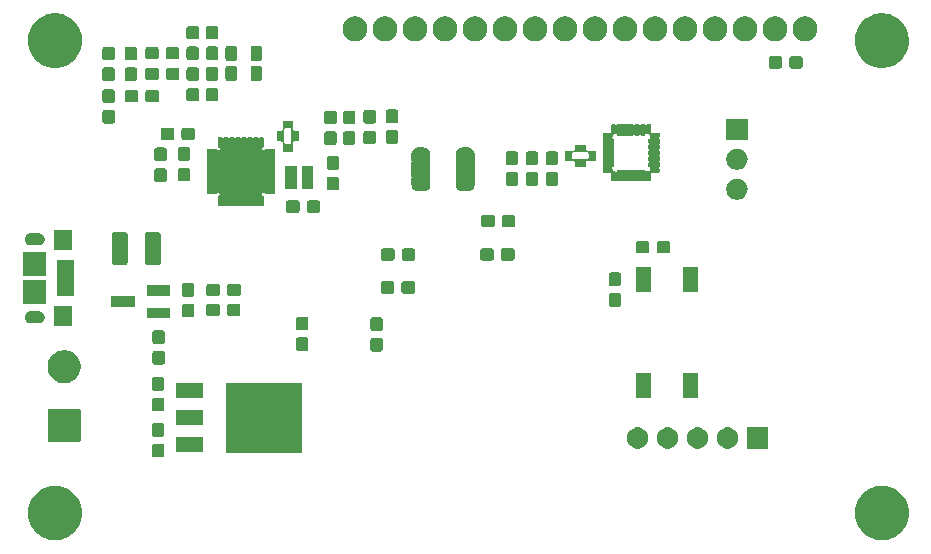
<source format=gbr>
G04 #@! TF.GenerationSoftware,KiCad,Pcbnew,(5.1.5)-3*
G04 #@! TF.CreationDate,2021-10-16T16:50:23+02:00*
G04 #@! TF.ProjectId,reader,72656164-6572-42e6-9b69-6361645f7063,rev?*
G04 #@! TF.SameCoordinates,Original*
G04 #@! TF.FileFunction,Soldermask,Top*
G04 #@! TF.FilePolarity,Negative*
%FSLAX46Y46*%
G04 Gerber Fmt 4.6, Leading zero omitted, Abs format (unit mm)*
G04 Created by KiCad (PCBNEW (5.1.5)-3) date 2021-10-16 16:50:23*
%MOMM*%
%LPD*%
G04 APERTURE LIST*
%ADD10C,0.100000*%
G04 APERTURE END LIST*
D10*
G36*
X184208903Y-134343213D02*
G01*
X184431177Y-134387426D01*
X184849932Y-134560880D01*
X185226802Y-134812696D01*
X185547304Y-135133198D01*
X185799120Y-135510068D01*
X185972574Y-135928823D01*
X186061000Y-136373371D01*
X186061000Y-136826629D01*
X185972574Y-137271177D01*
X185799120Y-137689932D01*
X185547304Y-138066802D01*
X185226802Y-138387304D01*
X184849932Y-138639120D01*
X184431177Y-138812574D01*
X184208903Y-138856787D01*
X183986630Y-138901000D01*
X183533370Y-138901000D01*
X183311097Y-138856787D01*
X183088823Y-138812574D01*
X182670068Y-138639120D01*
X182293198Y-138387304D01*
X181972696Y-138066802D01*
X181720880Y-137689932D01*
X181547426Y-137271177D01*
X181459000Y-136826629D01*
X181459000Y-136373371D01*
X181547426Y-135928823D01*
X181720880Y-135510068D01*
X181972696Y-135133198D01*
X182293198Y-134812696D01*
X182670068Y-134560880D01*
X183088823Y-134387426D01*
X183311097Y-134343213D01*
X183533370Y-134299000D01*
X183986630Y-134299000D01*
X184208903Y-134343213D01*
G37*
G36*
X114208903Y-134343213D02*
G01*
X114431177Y-134387426D01*
X114849932Y-134560880D01*
X115226802Y-134812696D01*
X115547304Y-135133198D01*
X115799120Y-135510068D01*
X115972574Y-135928823D01*
X116061000Y-136373371D01*
X116061000Y-136826629D01*
X115972574Y-137271177D01*
X115799120Y-137689932D01*
X115547304Y-138066802D01*
X115226802Y-138387304D01*
X114849932Y-138639120D01*
X114431177Y-138812574D01*
X114208903Y-138856787D01*
X113986630Y-138901000D01*
X113533370Y-138901000D01*
X113311097Y-138856787D01*
X113088823Y-138812574D01*
X112670068Y-138639120D01*
X112293198Y-138387304D01*
X111972696Y-138066802D01*
X111720880Y-137689932D01*
X111547426Y-137271177D01*
X111459000Y-136826629D01*
X111459000Y-136373371D01*
X111547426Y-135928823D01*
X111720880Y-135510068D01*
X111972696Y-135133198D01*
X112293198Y-134812696D01*
X112670068Y-134560880D01*
X113088823Y-134387426D01*
X113311097Y-134343213D01*
X113533370Y-134299000D01*
X113986630Y-134299000D01*
X114208903Y-134343213D01*
G37*
G36*
X122854499Y-130733445D02*
G01*
X122891995Y-130744820D01*
X122926554Y-130763292D01*
X122956847Y-130788153D01*
X122981708Y-130818446D01*
X123000180Y-130853005D01*
X123011555Y-130890501D01*
X123016000Y-130935638D01*
X123016000Y-131674362D01*
X123011555Y-131719499D01*
X123000180Y-131756995D01*
X122981708Y-131791554D01*
X122956847Y-131821847D01*
X122926554Y-131846708D01*
X122891995Y-131865180D01*
X122854499Y-131876555D01*
X122809362Y-131881000D01*
X122170638Y-131881000D01*
X122125501Y-131876555D01*
X122088005Y-131865180D01*
X122053446Y-131846708D01*
X122023153Y-131821847D01*
X121998292Y-131791554D01*
X121979820Y-131756995D01*
X121968445Y-131719499D01*
X121964000Y-131674362D01*
X121964000Y-130935638D01*
X121968445Y-130890501D01*
X121979820Y-130853005D01*
X121998292Y-130818446D01*
X122023153Y-130788153D01*
X122053446Y-130763292D01*
X122088005Y-130744820D01*
X122125501Y-130733445D01*
X122170638Y-130729000D01*
X122809362Y-130729000D01*
X122854499Y-130733445D01*
G37*
G36*
X134716000Y-131481000D02*
G01*
X128214000Y-131481000D01*
X128214000Y-125579000D01*
X134716000Y-125579000D01*
X134716000Y-131481000D01*
G37*
G36*
X126316000Y-131461000D02*
G01*
X124014000Y-131461000D01*
X124014000Y-130159000D01*
X126316000Y-130159000D01*
X126316000Y-131461000D01*
G37*
G36*
X174151000Y-131151000D02*
G01*
X172349000Y-131151000D01*
X172349000Y-129349000D01*
X174151000Y-129349000D01*
X174151000Y-131151000D01*
G37*
G36*
X163203512Y-129353927D02*
G01*
X163352812Y-129383624D01*
X163516784Y-129451544D01*
X163664354Y-129550147D01*
X163789853Y-129675646D01*
X163888456Y-129823216D01*
X163956376Y-129987188D01*
X163991000Y-130161259D01*
X163991000Y-130338741D01*
X163956376Y-130512812D01*
X163888456Y-130676784D01*
X163789853Y-130824354D01*
X163664354Y-130949853D01*
X163516784Y-131048456D01*
X163352812Y-131116376D01*
X163203512Y-131146073D01*
X163178742Y-131151000D01*
X163001258Y-131151000D01*
X162976488Y-131146073D01*
X162827188Y-131116376D01*
X162663216Y-131048456D01*
X162515646Y-130949853D01*
X162390147Y-130824354D01*
X162291544Y-130676784D01*
X162223624Y-130512812D01*
X162189000Y-130338741D01*
X162189000Y-130161259D01*
X162223624Y-129987188D01*
X162291544Y-129823216D01*
X162390147Y-129675646D01*
X162515646Y-129550147D01*
X162663216Y-129451544D01*
X162827188Y-129383624D01*
X162976488Y-129353927D01*
X163001258Y-129349000D01*
X163178742Y-129349000D01*
X163203512Y-129353927D01*
G37*
G36*
X165743512Y-129353927D02*
G01*
X165892812Y-129383624D01*
X166056784Y-129451544D01*
X166204354Y-129550147D01*
X166329853Y-129675646D01*
X166428456Y-129823216D01*
X166496376Y-129987188D01*
X166531000Y-130161259D01*
X166531000Y-130338741D01*
X166496376Y-130512812D01*
X166428456Y-130676784D01*
X166329853Y-130824354D01*
X166204354Y-130949853D01*
X166056784Y-131048456D01*
X165892812Y-131116376D01*
X165743512Y-131146073D01*
X165718742Y-131151000D01*
X165541258Y-131151000D01*
X165516488Y-131146073D01*
X165367188Y-131116376D01*
X165203216Y-131048456D01*
X165055646Y-130949853D01*
X164930147Y-130824354D01*
X164831544Y-130676784D01*
X164763624Y-130512812D01*
X164729000Y-130338741D01*
X164729000Y-130161259D01*
X164763624Y-129987188D01*
X164831544Y-129823216D01*
X164930147Y-129675646D01*
X165055646Y-129550147D01*
X165203216Y-129451544D01*
X165367188Y-129383624D01*
X165516488Y-129353927D01*
X165541258Y-129349000D01*
X165718742Y-129349000D01*
X165743512Y-129353927D01*
G37*
G36*
X168283512Y-129353927D02*
G01*
X168432812Y-129383624D01*
X168596784Y-129451544D01*
X168744354Y-129550147D01*
X168869853Y-129675646D01*
X168968456Y-129823216D01*
X169036376Y-129987188D01*
X169071000Y-130161259D01*
X169071000Y-130338741D01*
X169036376Y-130512812D01*
X168968456Y-130676784D01*
X168869853Y-130824354D01*
X168744354Y-130949853D01*
X168596784Y-131048456D01*
X168432812Y-131116376D01*
X168283512Y-131146073D01*
X168258742Y-131151000D01*
X168081258Y-131151000D01*
X168056488Y-131146073D01*
X167907188Y-131116376D01*
X167743216Y-131048456D01*
X167595646Y-130949853D01*
X167470147Y-130824354D01*
X167371544Y-130676784D01*
X167303624Y-130512812D01*
X167269000Y-130338741D01*
X167269000Y-130161259D01*
X167303624Y-129987188D01*
X167371544Y-129823216D01*
X167470147Y-129675646D01*
X167595646Y-129550147D01*
X167743216Y-129451544D01*
X167907188Y-129383624D01*
X168056488Y-129353927D01*
X168081258Y-129349000D01*
X168258742Y-129349000D01*
X168283512Y-129353927D01*
G37*
G36*
X170823512Y-129353927D02*
G01*
X170972812Y-129383624D01*
X171136784Y-129451544D01*
X171284354Y-129550147D01*
X171409853Y-129675646D01*
X171508456Y-129823216D01*
X171576376Y-129987188D01*
X171611000Y-130161259D01*
X171611000Y-130338741D01*
X171576376Y-130512812D01*
X171508456Y-130676784D01*
X171409853Y-130824354D01*
X171284354Y-130949853D01*
X171136784Y-131048456D01*
X170972812Y-131116376D01*
X170823512Y-131146073D01*
X170798742Y-131151000D01*
X170621258Y-131151000D01*
X170596488Y-131146073D01*
X170447188Y-131116376D01*
X170283216Y-131048456D01*
X170135646Y-130949853D01*
X170010147Y-130824354D01*
X169911544Y-130676784D01*
X169843624Y-130512812D01*
X169809000Y-130338741D01*
X169809000Y-130161259D01*
X169843624Y-129987188D01*
X169911544Y-129823216D01*
X170010147Y-129675646D01*
X170135646Y-129550147D01*
X170283216Y-129451544D01*
X170447188Y-129383624D01*
X170596488Y-129353927D01*
X170621258Y-129349000D01*
X170798742Y-129349000D01*
X170823512Y-129353927D01*
G37*
G36*
X115814031Y-127807621D02*
G01*
X115843486Y-127816556D01*
X115870623Y-127831062D01*
X115894414Y-127850586D01*
X115913938Y-127874377D01*
X115928444Y-127901514D01*
X115937379Y-127930969D01*
X115941000Y-127967734D01*
X115941000Y-130442266D01*
X115937379Y-130479031D01*
X115928444Y-130508486D01*
X115913938Y-130535623D01*
X115894414Y-130559414D01*
X115870623Y-130578938D01*
X115843486Y-130593444D01*
X115814031Y-130602379D01*
X115777266Y-130606000D01*
X113302734Y-130606000D01*
X113265969Y-130602379D01*
X113236514Y-130593444D01*
X113209377Y-130578938D01*
X113185586Y-130559414D01*
X113166062Y-130535623D01*
X113151556Y-130508486D01*
X113142621Y-130479031D01*
X113139000Y-130442266D01*
X113139000Y-127967734D01*
X113142621Y-127930969D01*
X113151556Y-127901514D01*
X113166062Y-127874377D01*
X113185586Y-127850586D01*
X113209377Y-127831062D01*
X113236514Y-127816556D01*
X113265969Y-127807621D01*
X113302734Y-127804000D01*
X115777266Y-127804000D01*
X115814031Y-127807621D01*
G37*
G36*
X122854499Y-128983445D02*
G01*
X122891995Y-128994820D01*
X122926554Y-129013292D01*
X122956847Y-129038153D01*
X122981708Y-129068446D01*
X123000180Y-129103005D01*
X123011555Y-129140501D01*
X123016000Y-129185638D01*
X123016000Y-129924362D01*
X123011555Y-129969499D01*
X123000180Y-130006995D01*
X122981708Y-130041554D01*
X122956847Y-130071847D01*
X122926554Y-130096708D01*
X122891995Y-130115180D01*
X122854499Y-130126555D01*
X122809362Y-130131000D01*
X122170638Y-130131000D01*
X122125501Y-130126555D01*
X122088005Y-130115180D01*
X122053446Y-130096708D01*
X122023153Y-130071847D01*
X121998292Y-130041554D01*
X121979820Y-130006995D01*
X121968445Y-129969499D01*
X121964000Y-129924362D01*
X121964000Y-129185638D01*
X121968445Y-129140501D01*
X121979820Y-129103005D01*
X121998292Y-129068446D01*
X122023153Y-129038153D01*
X122053446Y-129013292D01*
X122088005Y-128994820D01*
X122125501Y-128983445D01*
X122170638Y-128979000D01*
X122809362Y-128979000D01*
X122854499Y-128983445D01*
G37*
G36*
X126316000Y-129181000D02*
G01*
X124014000Y-129181000D01*
X124014000Y-127879000D01*
X126316000Y-127879000D01*
X126316000Y-129181000D01*
G37*
G36*
X122854499Y-126833445D02*
G01*
X122891995Y-126844820D01*
X122926554Y-126863292D01*
X122956847Y-126888153D01*
X122981708Y-126918446D01*
X123000180Y-126953005D01*
X123011555Y-126990501D01*
X123016000Y-127035638D01*
X123016000Y-127774362D01*
X123011555Y-127819499D01*
X123000180Y-127856995D01*
X122981708Y-127891554D01*
X122956847Y-127921847D01*
X122926554Y-127946708D01*
X122891995Y-127965180D01*
X122854499Y-127976555D01*
X122809362Y-127981000D01*
X122170638Y-127981000D01*
X122125501Y-127976555D01*
X122088005Y-127965180D01*
X122053446Y-127946708D01*
X122023153Y-127921847D01*
X121998292Y-127891554D01*
X121979820Y-127856995D01*
X121968445Y-127819499D01*
X121964000Y-127774362D01*
X121964000Y-127035638D01*
X121968445Y-126990501D01*
X121979820Y-126953005D01*
X121998292Y-126918446D01*
X122023153Y-126888153D01*
X122053446Y-126863292D01*
X122088005Y-126844820D01*
X122125501Y-126833445D01*
X122170638Y-126829000D01*
X122809362Y-126829000D01*
X122854499Y-126833445D01*
G37*
G36*
X126316000Y-126901000D02*
G01*
X124014000Y-126901000D01*
X124014000Y-125599000D01*
X126316000Y-125599000D01*
X126316000Y-126901000D01*
G37*
G36*
X168226000Y-126851000D02*
G01*
X166924000Y-126851000D01*
X166924000Y-124749000D01*
X168226000Y-124749000D01*
X168226000Y-126851000D01*
G37*
G36*
X164226000Y-126851000D02*
G01*
X162924000Y-126851000D01*
X162924000Y-124749000D01*
X164226000Y-124749000D01*
X164226000Y-126851000D01*
G37*
G36*
X122854499Y-125083445D02*
G01*
X122891995Y-125094820D01*
X122926554Y-125113292D01*
X122956847Y-125138153D01*
X122981708Y-125168446D01*
X123000180Y-125203005D01*
X123011555Y-125240501D01*
X123016000Y-125285638D01*
X123016000Y-126024362D01*
X123011555Y-126069499D01*
X123000180Y-126106995D01*
X122981708Y-126141554D01*
X122956847Y-126171847D01*
X122926554Y-126196708D01*
X122891995Y-126215180D01*
X122854499Y-126226555D01*
X122809362Y-126231000D01*
X122170638Y-126231000D01*
X122125501Y-126226555D01*
X122088005Y-126215180D01*
X122053446Y-126196708D01*
X122023153Y-126171847D01*
X121998292Y-126141554D01*
X121979820Y-126106995D01*
X121968445Y-126069499D01*
X121964000Y-126024362D01*
X121964000Y-125285638D01*
X121968445Y-125240501D01*
X121979820Y-125203005D01*
X121998292Y-125168446D01*
X122023153Y-125138153D01*
X122053446Y-125113292D01*
X122088005Y-125094820D01*
X122125501Y-125083445D01*
X122170638Y-125079000D01*
X122809362Y-125079000D01*
X122854499Y-125083445D01*
G37*
G36*
X114858433Y-122839893D02*
G01*
X114948657Y-122857839D01*
X115030423Y-122891708D01*
X115203621Y-122963449D01*
X115252165Y-122995885D01*
X115433086Y-123116772D01*
X115628228Y-123311914D01*
X115730675Y-123465237D01*
X115781551Y-123541379D01*
X115887161Y-123796344D01*
X115941000Y-124067012D01*
X115941000Y-124342988D01*
X115887161Y-124613656D01*
X115781551Y-124868621D01*
X115781550Y-124868622D01*
X115628228Y-125098086D01*
X115433086Y-125293228D01*
X115360093Y-125342000D01*
X115203621Y-125446551D01*
X115054267Y-125508415D01*
X114948657Y-125552161D01*
X114858433Y-125570107D01*
X114677988Y-125606000D01*
X114402012Y-125606000D01*
X114221567Y-125570107D01*
X114131343Y-125552161D01*
X114025733Y-125508415D01*
X113876379Y-125446551D01*
X113719907Y-125342000D01*
X113646914Y-125293228D01*
X113451772Y-125098086D01*
X113298450Y-124868622D01*
X113298449Y-124868621D01*
X113192839Y-124613656D01*
X113139000Y-124342988D01*
X113139000Y-124067012D01*
X113192839Y-123796344D01*
X113298449Y-123541379D01*
X113349325Y-123465237D01*
X113451772Y-123311914D01*
X113646914Y-123116772D01*
X113827835Y-122995885D01*
X113876379Y-122963449D01*
X114049577Y-122891708D01*
X114131343Y-122857839D01*
X114221567Y-122839893D01*
X114402012Y-122804000D01*
X114677988Y-122804000D01*
X114858433Y-122839893D01*
G37*
G36*
X122904499Y-122883445D02*
G01*
X122941995Y-122894820D01*
X122976554Y-122913292D01*
X123006847Y-122938153D01*
X123031708Y-122968446D01*
X123050180Y-123003005D01*
X123061555Y-123040501D01*
X123066000Y-123085638D01*
X123066000Y-123824362D01*
X123061555Y-123869499D01*
X123050180Y-123906995D01*
X123031708Y-123941554D01*
X123006847Y-123971847D01*
X122976554Y-123996708D01*
X122941995Y-124015180D01*
X122904499Y-124026555D01*
X122859362Y-124031000D01*
X122220638Y-124031000D01*
X122175501Y-124026555D01*
X122138005Y-124015180D01*
X122103446Y-123996708D01*
X122073153Y-123971847D01*
X122048292Y-123941554D01*
X122029820Y-123906995D01*
X122018445Y-123869499D01*
X122014000Y-123824362D01*
X122014000Y-123085638D01*
X122018445Y-123040501D01*
X122029820Y-123003005D01*
X122048292Y-122968446D01*
X122073153Y-122938153D01*
X122103446Y-122913292D01*
X122138005Y-122894820D01*
X122175501Y-122883445D01*
X122220638Y-122879000D01*
X122859362Y-122879000D01*
X122904499Y-122883445D01*
G37*
G36*
X141364499Y-121778445D02*
G01*
X141401995Y-121789820D01*
X141436554Y-121808292D01*
X141466847Y-121833153D01*
X141491708Y-121863446D01*
X141510180Y-121898005D01*
X141521555Y-121935501D01*
X141526000Y-121980638D01*
X141526000Y-122719362D01*
X141521555Y-122764499D01*
X141510180Y-122801995D01*
X141491708Y-122836554D01*
X141466847Y-122866847D01*
X141436554Y-122891708D01*
X141401995Y-122910180D01*
X141364499Y-122921555D01*
X141319362Y-122926000D01*
X140680638Y-122926000D01*
X140635501Y-122921555D01*
X140598005Y-122910180D01*
X140563446Y-122891708D01*
X140533153Y-122866847D01*
X140508292Y-122836554D01*
X140489820Y-122801995D01*
X140478445Y-122764499D01*
X140474000Y-122719362D01*
X140474000Y-121980638D01*
X140478445Y-121935501D01*
X140489820Y-121898005D01*
X140508292Y-121863446D01*
X140533153Y-121833153D01*
X140563446Y-121808292D01*
X140598005Y-121789820D01*
X140635501Y-121778445D01*
X140680638Y-121774000D01*
X141319362Y-121774000D01*
X141364499Y-121778445D01*
G37*
G36*
X135064499Y-121728445D02*
G01*
X135101995Y-121739820D01*
X135136554Y-121758292D01*
X135166847Y-121783153D01*
X135191708Y-121813446D01*
X135210180Y-121848005D01*
X135221555Y-121885501D01*
X135226000Y-121930638D01*
X135226000Y-122669362D01*
X135221555Y-122714499D01*
X135210180Y-122751995D01*
X135191708Y-122786554D01*
X135166847Y-122816847D01*
X135136554Y-122841708D01*
X135101995Y-122860180D01*
X135064499Y-122871555D01*
X135019362Y-122876000D01*
X134380638Y-122876000D01*
X134335501Y-122871555D01*
X134298005Y-122860180D01*
X134263446Y-122841708D01*
X134233153Y-122816847D01*
X134208292Y-122786554D01*
X134189820Y-122751995D01*
X134178445Y-122714499D01*
X134174000Y-122669362D01*
X134174000Y-121930638D01*
X134178445Y-121885501D01*
X134189820Y-121848005D01*
X134208292Y-121813446D01*
X134233153Y-121783153D01*
X134263446Y-121758292D01*
X134298005Y-121739820D01*
X134335501Y-121728445D01*
X134380638Y-121724000D01*
X135019362Y-121724000D01*
X135064499Y-121728445D01*
G37*
G36*
X122904499Y-121133445D02*
G01*
X122941995Y-121144820D01*
X122976554Y-121163292D01*
X123006847Y-121188153D01*
X123031708Y-121218446D01*
X123050180Y-121253005D01*
X123061555Y-121290501D01*
X123066000Y-121335638D01*
X123066000Y-122074362D01*
X123061555Y-122119499D01*
X123050180Y-122156995D01*
X123031708Y-122191554D01*
X123006847Y-122221847D01*
X122976554Y-122246708D01*
X122941995Y-122265180D01*
X122904499Y-122276555D01*
X122859362Y-122281000D01*
X122220638Y-122281000D01*
X122175501Y-122276555D01*
X122138005Y-122265180D01*
X122103446Y-122246708D01*
X122073153Y-122221847D01*
X122048292Y-122191554D01*
X122029820Y-122156995D01*
X122018445Y-122119499D01*
X122014000Y-122074362D01*
X122014000Y-121335638D01*
X122018445Y-121290501D01*
X122029820Y-121253005D01*
X122048292Y-121218446D01*
X122073153Y-121188153D01*
X122103446Y-121163292D01*
X122138005Y-121144820D01*
X122175501Y-121133445D01*
X122220638Y-121129000D01*
X122859362Y-121129000D01*
X122904499Y-121133445D01*
G37*
G36*
X141364499Y-120028445D02*
G01*
X141401995Y-120039820D01*
X141436554Y-120058292D01*
X141466847Y-120083153D01*
X141491708Y-120113446D01*
X141510180Y-120148005D01*
X141521555Y-120185501D01*
X141526000Y-120230638D01*
X141526000Y-120969362D01*
X141521555Y-121014499D01*
X141510180Y-121051995D01*
X141491708Y-121086554D01*
X141466847Y-121116847D01*
X141436554Y-121141708D01*
X141401995Y-121160180D01*
X141364499Y-121171555D01*
X141319362Y-121176000D01*
X140680638Y-121176000D01*
X140635501Y-121171555D01*
X140598005Y-121160180D01*
X140563446Y-121141708D01*
X140533153Y-121116847D01*
X140508292Y-121086554D01*
X140489820Y-121051995D01*
X140478445Y-121014499D01*
X140474000Y-120969362D01*
X140474000Y-120230638D01*
X140478445Y-120185501D01*
X140489820Y-120148005D01*
X140508292Y-120113446D01*
X140533153Y-120083153D01*
X140563446Y-120058292D01*
X140598005Y-120039820D01*
X140635501Y-120028445D01*
X140680638Y-120024000D01*
X141319362Y-120024000D01*
X141364499Y-120028445D01*
G37*
G36*
X135064499Y-119978445D02*
G01*
X135101995Y-119989820D01*
X135136554Y-120008292D01*
X135166847Y-120033153D01*
X135191708Y-120063446D01*
X135210180Y-120098005D01*
X135221555Y-120135501D01*
X135226000Y-120180638D01*
X135226000Y-120919362D01*
X135221555Y-120964499D01*
X135210180Y-121001995D01*
X135191708Y-121036554D01*
X135166847Y-121066847D01*
X135136554Y-121091708D01*
X135101995Y-121110180D01*
X135064499Y-121121555D01*
X135019362Y-121126000D01*
X134380638Y-121126000D01*
X134335501Y-121121555D01*
X134298005Y-121110180D01*
X134263446Y-121091708D01*
X134233153Y-121066847D01*
X134208292Y-121036554D01*
X134189820Y-121001995D01*
X134178445Y-120964499D01*
X134174000Y-120919362D01*
X134174000Y-120180638D01*
X134178445Y-120135501D01*
X134189820Y-120098005D01*
X134208292Y-120063446D01*
X134233153Y-120033153D01*
X134263446Y-120008292D01*
X134298005Y-119989820D01*
X134335501Y-119978445D01*
X134380638Y-119974000D01*
X135019362Y-119974000D01*
X135064499Y-119978445D01*
G37*
G36*
X115191000Y-120756000D02*
G01*
X113689000Y-120756000D01*
X113689000Y-119054000D01*
X115191000Y-119054000D01*
X115191000Y-120756000D01*
G37*
G36*
X112488213Y-119511249D02*
G01*
X112582652Y-119539897D01*
X112669687Y-119586418D01*
X112745975Y-119649025D01*
X112808582Y-119725313D01*
X112855103Y-119812348D01*
X112883751Y-119906787D01*
X112893424Y-120005000D01*
X112883751Y-120103213D01*
X112855103Y-120197652D01*
X112808582Y-120284687D01*
X112745975Y-120360975D01*
X112669687Y-120423582D01*
X112582652Y-120470103D01*
X112488213Y-120498751D01*
X112414612Y-120506000D01*
X111665388Y-120506000D01*
X111591787Y-120498751D01*
X111497348Y-120470103D01*
X111410313Y-120423582D01*
X111334025Y-120360975D01*
X111271418Y-120284687D01*
X111224897Y-120197652D01*
X111196249Y-120103213D01*
X111186576Y-120005000D01*
X111196249Y-119906787D01*
X111224897Y-119812348D01*
X111271418Y-119725313D01*
X111334025Y-119649025D01*
X111410313Y-119586418D01*
X111497348Y-119539897D01*
X111591787Y-119511249D01*
X111665388Y-119504000D01*
X112414612Y-119504000D01*
X112488213Y-119511249D01*
G37*
G36*
X123541000Y-120106000D02*
G01*
X121539000Y-120106000D01*
X121539000Y-119204000D01*
X123541000Y-119204000D01*
X123541000Y-120106000D01*
G37*
G36*
X125404499Y-118883445D02*
G01*
X125441995Y-118894820D01*
X125476554Y-118913292D01*
X125506847Y-118938153D01*
X125531708Y-118968446D01*
X125550180Y-119003005D01*
X125561555Y-119040501D01*
X125566000Y-119085638D01*
X125566000Y-119824362D01*
X125561555Y-119869499D01*
X125550180Y-119906995D01*
X125531708Y-119941554D01*
X125506847Y-119971847D01*
X125476554Y-119996708D01*
X125441995Y-120015180D01*
X125404499Y-120026555D01*
X125359362Y-120031000D01*
X124720638Y-120031000D01*
X124675501Y-120026555D01*
X124638005Y-120015180D01*
X124603446Y-119996708D01*
X124573153Y-119971847D01*
X124548292Y-119941554D01*
X124529820Y-119906995D01*
X124518445Y-119869499D01*
X124514000Y-119824362D01*
X124514000Y-119085638D01*
X124518445Y-119040501D01*
X124529820Y-119003005D01*
X124548292Y-118968446D01*
X124573153Y-118938153D01*
X124603446Y-118913292D01*
X124638005Y-118894820D01*
X124675501Y-118883445D01*
X124720638Y-118879000D01*
X125359362Y-118879000D01*
X125404499Y-118883445D01*
G37*
G36*
X127554499Y-118883445D02*
G01*
X127591995Y-118894820D01*
X127626554Y-118913292D01*
X127656847Y-118938153D01*
X127681708Y-118968446D01*
X127700180Y-119003005D01*
X127711555Y-119040501D01*
X127716000Y-119085638D01*
X127716000Y-119724362D01*
X127711555Y-119769499D01*
X127700180Y-119806995D01*
X127681708Y-119841554D01*
X127656847Y-119871847D01*
X127626554Y-119896708D01*
X127591995Y-119915180D01*
X127554499Y-119926555D01*
X127509362Y-119931000D01*
X126770638Y-119931000D01*
X126725501Y-119926555D01*
X126688005Y-119915180D01*
X126653446Y-119896708D01*
X126623153Y-119871847D01*
X126598292Y-119841554D01*
X126579820Y-119806995D01*
X126568445Y-119769499D01*
X126564000Y-119724362D01*
X126564000Y-119085638D01*
X126568445Y-119040501D01*
X126579820Y-119003005D01*
X126598292Y-118968446D01*
X126623153Y-118938153D01*
X126653446Y-118913292D01*
X126688005Y-118894820D01*
X126725501Y-118883445D01*
X126770638Y-118879000D01*
X127509362Y-118879000D01*
X127554499Y-118883445D01*
G37*
G36*
X129304499Y-118883445D02*
G01*
X129341995Y-118894820D01*
X129376554Y-118913292D01*
X129406847Y-118938153D01*
X129431708Y-118968446D01*
X129450180Y-119003005D01*
X129461555Y-119040501D01*
X129466000Y-119085638D01*
X129466000Y-119724362D01*
X129461555Y-119769499D01*
X129450180Y-119806995D01*
X129431708Y-119841554D01*
X129406847Y-119871847D01*
X129376554Y-119896708D01*
X129341995Y-119915180D01*
X129304499Y-119926555D01*
X129259362Y-119931000D01*
X128520638Y-119931000D01*
X128475501Y-119926555D01*
X128438005Y-119915180D01*
X128403446Y-119896708D01*
X128373153Y-119871847D01*
X128348292Y-119841554D01*
X128329820Y-119806995D01*
X128318445Y-119769499D01*
X128314000Y-119724362D01*
X128314000Y-119085638D01*
X128318445Y-119040501D01*
X128329820Y-119003005D01*
X128348292Y-118968446D01*
X128373153Y-118938153D01*
X128403446Y-118913292D01*
X128438005Y-118894820D01*
X128475501Y-118883445D01*
X128520638Y-118879000D01*
X129259362Y-118879000D01*
X129304499Y-118883445D01*
G37*
G36*
X120541000Y-119156000D02*
G01*
X118539000Y-119156000D01*
X118539000Y-118254000D01*
X120541000Y-118254000D01*
X120541000Y-119156000D01*
G37*
G36*
X161539499Y-117978445D02*
G01*
X161576995Y-117989820D01*
X161611554Y-118008292D01*
X161641847Y-118033153D01*
X161666708Y-118063446D01*
X161685180Y-118098005D01*
X161696555Y-118135501D01*
X161701000Y-118180638D01*
X161701000Y-118919362D01*
X161696555Y-118964499D01*
X161685180Y-119001995D01*
X161666708Y-119036554D01*
X161641847Y-119066847D01*
X161611554Y-119091708D01*
X161576995Y-119110180D01*
X161539499Y-119121555D01*
X161494362Y-119126000D01*
X160855638Y-119126000D01*
X160810501Y-119121555D01*
X160773005Y-119110180D01*
X160738446Y-119091708D01*
X160708153Y-119066847D01*
X160683292Y-119036554D01*
X160664820Y-119001995D01*
X160653445Y-118964499D01*
X160649000Y-118919362D01*
X160649000Y-118180638D01*
X160653445Y-118135501D01*
X160664820Y-118098005D01*
X160683292Y-118063446D01*
X160708153Y-118033153D01*
X160738446Y-118008292D01*
X160773005Y-117989820D01*
X160810501Y-117978445D01*
X160855638Y-117974000D01*
X161494362Y-117974000D01*
X161539499Y-117978445D01*
G37*
G36*
X113041000Y-118906000D02*
G01*
X111039000Y-118906000D01*
X111039000Y-116904000D01*
X113041000Y-116904000D01*
X113041000Y-118906000D01*
G37*
G36*
X125404499Y-117133445D02*
G01*
X125441995Y-117144820D01*
X125476554Y-117163292D01*
X125506847Y-117188153D01*
X125531708Y-117218446D01*
X125550180Y-117253005D01*
X125561555Y-117290501D01*
X125566000Y-117335638D01*
X125566000Y-118074362D01*
X125561555Y-118119499D01*
X125550180Y-118156995D01*
X125531708Y-118191554D01*
X125506847Y-118221847D01*
X125476554Y-118246708D01*
X125441995Y-118265180D01*
X125404499Y-118276555D01*
X125359362Y-118281000D01*
X124720638Y-118281000D01*
X124675501Y-118276555D01*
X124638005Y-118265180D01*
X124603446Y-118246708D01*
X124573153Y-118221847D01*
X124548292Y-118191554D01*
X124529820Y-118156995D01*
X124518445Y-118119499D01*
X124514000Y-118074362D01*
X124514000Y-117335638D01*
X124518445Y-117290501D01*
X124529820Y-117253005D01*
X124548292Y-117218446D01*
X124573153Y-117188153D01*
X124603446Y-117163292D01*
X124638005Y-117144820D01*
X124675501Y-117133445D01*
X124720638Y-117129000D01*
X125359362Y-117129000D01*
X125404499Y-117133445D01*
G37*
G36*
X115416000Y-118256000D02*
G01*
X113964000Y-118256000D01*
X113964000Y-115154000D01*
X115416000Y-115154000D01*
X115416000Y-118256000D01*
G37*
G36*
X129329499Y-117183445D02*
G01*
X129366995Y-117194820D01*
X129401554Y-117213292D01*
X129431847Y-117238153D01*
X129456708Y-117268446D01*
X129475180Y-117303005D01*
X129486555Y-117340501D01*
X129491000Y-117385638D01*
X129491000Y-118024362D01*
X129486555Y-118069499D01*
X129475180Y-118106995D01*
X129456708Y-118141554D01*
X129431847Y-118171847D01*
X129401554Y-118196708D01*
X129366995Y-118215180D01*
X129329499Y-118226555D01*
X129284362Y-118231000D01*
X128545638Y-118231000D01*
X128500501Y-118226555D01*
X128463005Y-118215180D01*
X128428446Y-118196708D01*
X128398153Y-118171847D01*
X128373292Y-118141554D01*
X128354820Y-118106995D01*
X128343445Y-118069499D01*
X128339000Y-118024362D01*
X128339000Y-117385638D01*
X128343445Y-117340501D01*
X128354820Y-117303005D01*
X128373292Y-117268446D01*
X128398153Y-117238153D01*
X128428446Y-117213292D01*
X128463005Y-117194820D01*
X128500501Y-117183445D01*
X128545638Y-117179000D01*
X129284362Y-117179000D01*
X129329499Y-117183445D01*
G37*
G36*
X127579499Y-117183445D02*
G01*
X127616995Y-117194820D01*
X127651554Y-117213292D01*
X127681847Y-117238153D01*
X127706708Y-117268446D01*
X127725180Y-117303005D01*
X127736555Y-117340501D01*
X127741000Y-117385638D01*
X127741000Y-118024362D01*
X127736555Y-118069499D01*
X127725180Y-118106995D01*
X127706708Y-118141554D01*
X127681847Y-118171847D01*
X127651554Y-118196708D01*
X127616995Y-118215180D01*
X127579499Y-118226555D01*
X127534362Y-118231000D01*
X126795638Y-118231000D01*
X126750501Y-118226555D01*
X126713005Y-118215180D01*
X126678446Y-118196708D01*
X126648153Y-118171847D01*
X126623292Y-118141554D01*
X126604820Y-118106995D01*
X126593445Y-118069499D01*
X126589000Y-118024362D01*
X126589000Y-117385638D01*
X126593445Y-117340501D01*
X126604820Y-117303005D01*
X126623292Y-117268446D01*
X126648153Y-117238153D01*
X126678446Y-117213292D01*
X126713005Y-117194820D01*
X126750501Y-117183445D01*
X126795638Y-117179000D01*
X127534362Y-117179000D01*
X127579499Y-117183445D01*
G37*
G36*
X123541000Y-118206000D02*
G01*
X121539000Y-118206000D01*
X121539000Y-117304000D01*
X123541000Y-117304000D01*
X123541000Y-118206000D01*
G37*
G36*
X142334499Y-116978445D02*
G01*
X142371995Y-116989820D01*
X142406554Y-117008292D01*
X142436847Y-117033153D01*
X142461708Y-117063446D01*
X142480180Y-117098005D01*
X142491555Y-117135501D01*
X142496000Y-117180638D01*
X142496000Y-117819362D01*
X142491555Y-117864499D01*
X142480180Y-117901995D01*
X142461708Y-117936554D01*
X142436847Y-117966847D01*
X142406554Y-117991708D01*
X142371995Y-118010180D01*
X142334499Y-118021555D01*
X142289362Y-118026000D01*
X141550638Y-118026000D01*
X141505501Y-118021555D01*
X141468005Y-118010180D01*
X141433446Y-117991708D01*
X141403153Y-117966847D01*
X141378292Y-117936554D01*
X141359820Y-117901995D01*
X141348445Y-117864499D01*
X141344000Y-117819362D01*
X141344000Y-117180638D01*
X141348445Y-117135501D01*
X141359820Y-117098005D01*
X141378292Y-117063446D01*
X141403153Y-117033153D01*
X141433446Y-117008292D01*
X141468005Y-116989820D01*
X141505501Y-116978445D01*
X141550638Y-116974000D01*
X142289362Y-116974000D01*
X142334499Y-116978445D01*
G37*
G36*
X144084499Y-116978445D02*
G01*
X144121995Y-116989820D01*
X144156554Y-117008292D01*
X144186847Y-117033153D01*
X144211708Y-117063446D01*
X144230180Y-117098005D01*
X144241555Y-117135501D01*
X144246000Y-117180638D01*
X144246000Y-117819362D01*
X144241555Y-117864499D01*
X144230180Y-117901995D01*
X144211708Y-117936554D01*
X144186847Y-117966847D01*
X144156554Y-117991708D01*
X144121995Y-118010180D01*
X144084499Y-118021555D01*
X144039362Y-118026000D01*
X143300638Y-118026000D01*
X143255501Y-118021555D01*
X143218005Y-118010180D01*
X143183446Y-117991708D01*
X143153153Y-117966847D01*
X143128292Y-117936554D01*
X143109820Y-117901995D01*
X143098445Y-117864499D01*
X143094000Y-117819362D01*
X143094000Y-117180638D01*
X143098445Y-117135501D01*
X143109820Y-117098005D01*
X143128292Y-117063446D01*
X143153153Y-117033153D01*
X143183446Y-117008292D01*
X143218005Y-116989820D01*
X143255501Y-116978445D01*
X143300638Y-116974000D01*
X144039362Y-116974000D01*
X144084499Y-116978445D01*
G37*
G36*
X168226000Y-117851000D02*
G01*
X166924000Y-117851000D01*
X166924000Y-115749000D01*
X168226000Y-115749000D01*
X168226000Y-117851000D01*
G37*
G36*
X164226000Y-117851000D02*
G01*
X162924000Y-117851000D01*
X162924000Y-115749000D01*
X164226000Y-115749000D01*
X164226000Y-117851000D01*
G37*
G36*
X161539499Y-116228445D02*
G01*
X161576995Y-116239820D01*
X161611554Y-116258292D01*
X161641847Y-116283153D01*
X161666708Y-116313446D01*
X161685180Y-116348005D01*
X161696555Y-116385501D01*
X161701000Y-116430638D01*
X161701000Y-117169362D01*
X161696555Y-117214499D01*
X161685180Y-117251995D01*
X161666708Y-117286554D01*
X161641847Y-117316847D01*
X161611554Y-117341708D01*
X161576995Y-117360180D01*
X161539499Y-117371555D01*
X161494362Y-117376000D01*
X160855638Y-117376000D01*
X160810501Y-117371555D01*
X160773005Y-117360180D01*
X160738446Y-117341708D01*
X160708153Y-117316847D01*
X160683292Y-117286554D01*
X160664820Y-117251995D01*
X160653445Y-117214499D01*
X160649000Y-117169362D01*
X160649000Y-116430638D01*
X160653445Y-116385501D01*
X160664820Y-116348005D01*
X160683292Y-116313446D01*
X160708153Y-116283153D01*
X160738446Y-116258292D01*
X160773005Y-116239820D01*
X160810501Y-116228445D01*
X160855638Y-116224000D01*
X161494362Y-116224000D01*
X161539499Y-116228445D01*
G37*
G36*
X113041000Y-116506000D02*
G01*
X111039000Y-116506000D01*
X111039000Y-114504000D01*
X113041000Y-114504000D01*
X113041000Y-116506000D01*
G37*
G36*
X119758604Y-112833347D02*
G01*
X119795144Y-112844432D01*
X119828821Y-112862433D01*
X119858341Y-112886659D01*
X119882567Y-112916179D01*
X119900568Y-112949856D01*
X119911653Y-112986396D01*
X119916000Y-113030538D01*
X119916000Y-115379462D01*
X119911653Y-115423604D01*
X119900568Y-115460144D01*
X119882567Y-115493821D01*
X119858341Y-115523341D01*
X119828821Y-115547567D01*
X119795144Y-115565568D01*
X119758604Y-115576653D01*
X119714462Y-115581000D01*
X118765538Y-115581000D01*
X118721396Y-115576653D01*
X118684856Y-115565568D01*
X118651179Y-115547567D01*
X118621659Y-115523341D01*
X118597433Y-115493821D01*
X118579432Y-115460144D01*
X118568347Y-115423604D01*
X118564000Y-115379462D01*
X118564000Y-113030538D01*
X118568347Y-112986396D01*
X118579432Y-112949856D01*
X118597433Y-112916179D01*
X118621659Y-112886659D01*
X118651179Y-112862433D01*
X118684856Y-112844432D01*
X118721396Y-112833347D01*
X118765538Y-112829000D01*
X119714462Y-112829000D01*
X119758604Y-112833347D01*
G37*
G36*
X122558604Y-112833347D02*
G01*
X122595144Y-112844432D01*
X122628821Y-112862433D01*
X122658341Y-112886659D01*
X122682567Y-112916179D01*
X122700568Y-112949856D01*
X122711653Y-112986396D01*
X122716000Y-113030538D01*
X122716000Y-115379462D01*
X122711653Y-115423604D01*
X122700568Y-115460144D01*
X122682567Y-115493821D01*
X122658341Y-115523341D01*
X122628821Y-115547567D01*
X122595144Y-115565568D01*
X122558604Y-115576653D01*
X122514462Y-115581000D01*
X121565538Y-115581000D01*
X121521396Y-115576653D01*
X121484856Y-115565568D01*
X121451179Y-115547567D01*
X121421659Y-115523341D01*
X121397433Y-115493821D01*
X121379432Y-115460144D01*
X121368347Y-115423604D01*
X121364000Y-115379462D01*
X121364000Y-113030538D01*
X121368347Y-112986396D01*
X121379432Y-112949856D01*
X121397433Y-112916179D01*
X121421659Y-112886659D01*
X121451179Y-112862433D01*
X121484856Y-112844432D01*
X121521396Y-112833347D01*
X121565538Y-112829000D01*
X122514462Y-112829000D01*
X122558604Y-112833347D01*
G37*
G36*
X144104499Y-114198445D02*
G01*
X144141995Y-114209820D01*
X144176554Y-114228292D01*
X144206847Y-114253153D01*
X144231708Y-114283446D01*
X144250180Y-114318005D01*
X144261555Y-114355501D01*
X144266000Y-114400638D01*
X144266000Y-115039362D01*
X144261555Y-115084499D01*
X144250180Y-115121995D01*
X144231708Y-115156554D01*
X144206847Y-115186847D01*
X144176554Y-115211708D01*
X144141995Y-115230180D01*
X144104499Y-115241555D01*
X144059362Y-115246000D01*
X143320638Y-115246000D01*
X143275501Y-115241555D01*
X143238005Y-115230180D01*
X143203446Y-115211708D01*
X143173153Y-115186847D01*
X143148292Y-115156554D01*
X143129820Y-115121995D01*
X143118445Y-115084499D01*
X143114000Y-115039362D01*
X143114000Y-114400638D01*
X143118445Y-114355501D01*
X143129820Y-114318005D01*
X143148292Y-114283446D01*
X143173153Y-114253153D01*
X143203446Y-114228292D01*
X143238005Y-114209820D01*
X143275501Y-114198445D01*
X143320638Y-114194000D01*
X144059362Y-114194000D01*
X144104499Y-114198445D01*
G37*
G36*
X142354499Y-114198445D02*
G01*
X142391995Y-114209820D01*
X142426554Y-114228292D01*
X142456847Y-114253153D01*
X142481708Y-114283446D01*
X142500180Y-114318005D01*
X142511555Y-114355501D01*
X142516000Y-114400638D01*
X142516000Y-115039362D01*
X142511555Y-115084499D01*
X142500180Y-115121995D01*
X142481708Y-115156554D01*
X142456847Y-115186847D01*
X142426554Y-115211708D01*
X142391995Y-115230180D01*
X142354499Y-115241555D01*
X142309362Y-115246000D01*
X141570638Y-115246000D01*
X141525501Y-115241555D01*
X141488005Y-115230180D01*
X141453446Y-115211708D01*
X141423153Y-115186847D01*
X141398292Y-115156554D01*
X141379820Y-115121995D01*
X141368445Y-115084499D01*
X141364000Y-115039362D01*
X141364000Y-114400638D01*
X141368445Y-114355501D01*
X141379820Y-114318005D01*
X141398292Y-114283446D01*
X141423153Y-114253153D01*
X141453446Y-114228292D01*
X141488005Y-114209820D01*
X141525501Y-114198445D01*
X141570638Y-114194000D01*
X142309362Y-114194000D01*
X142354499Y-114198445D01*
G37*
G36*
X152514499Y-114178445D02*
G01*
X152551995Y-114189820D01*
X152586554Y-114208292D01*
X152616847Y-114233153D01*
X152641708Y-114263446D01*
X152660180Y-114298005D01*
X152671555Y-114335501D01*
X152676000Y-114380638D01*
X152676000Y-115019362D01*
X152671555Y-115064499D01*
X152660180Y-115101995D01*
X152641708Y-115136554D01*
X152616847Y-115166847D01*
X152586554Y-115191708D01*
X152551995Y-115210180D01*
X152514499Y-115221555D01*
X152469362Y-115226000D01*
X151730638Y-115226000D01*
X151685501Y-115221555D01*
X151648005Y-115210180D01*
X151613446Y-115191708D01*
X151583153Y-115166847D01*
X151558292Y-115136554D01*
X151539820Y-115101995D01*
X151528445Y-115064499D01*
X151524000Y-115019362D01*
X151524000Y-114380638D01*
X151528445Y-114335501D01*
X151539820Y-114298005D01*
X151558292Y-114263446D01*
X151583153Y-114233153D01*
X151613446Y-114208292D01*
X151648005Y-114189820D01*
X151685501Y-114178445D01*
X151730638Y-114174000D01*
X152469362Y-114174000D01*
X152514499Y-114178445D01*
G37*
G36*
X150764499Y-114178445D02*
G01*
X150801995Y-114189820D01*
X150836554Y-114208292D01*
X150866847Y-114233153D01*
X150891708Y-114263446D01*
X150910180Y-114298005D01*
X150921555Y-114335501D01*
X150926000Y-114380638D01*
X150926000Y-115019362D01*
X150921555Y-115064499D01*
X150910180Y-115101995D01*
X150891708Y-115136554D01*
X150866847Y-115166847D01*
X150836554Y-115191708D01*
X150801995Y-115210180D01*
X150764499Y-115221555D01*
X150719362Y-115226000D01*
X149980638Y-115226000D01*
X149935501Y-115221555D01*
X149898005Y-115210180D01*
X149863446Y-115191708D01*
X149833153Y-115166847D01*
X149808292Y-115136554D01*
X149789820Y-115101995D01*
X149778445Y-115064499D01*
X149774000Y-115019362D01*
X149774000Y-114380638D01*
X149778445Y-114335501D01*
X149789820Y-114298005D01*
X149808292Y-114263446D01*
X149833153Y-114233153D01*
X149863446Y-114208292D01*
X149898005Y-114189820D01*
X149935501Y-114178445D01*
X149980638Y-114174000D01*
X150719362Y-114174000D01*
X150764499Y-114178445D01*
G37*
G36*
X163939499Y-113578445D02*
G01*
X163976995Y-113589820D01*
X164011554Y-113608292D01*
X164041847Y-113633153D01*
X164066708Y-113663446D01*
X164085180Y-113698005D01*
X164096555Y-113735501D01*
X164101000Y-113780638D01*
X164101000Y-114419362D01*
X164096555Y-114464499D01*
X164085180Y-114501995D01*
X164066708Y-114536554D01*
X164041847Y-114566847D01*
X164011554Y-114591708D01*
X163976995Y-114610180D01*
X163939499Y-114621555D01*
X163894362Y-114626000D01*
X163155638Y-114626000D01*
X163110501Y-114621555D01*
X163073005Y-114610180D01*
X163038446Y-114591708D01*
X163008153Y-114566847D01*
X162983292Y-114536554D01*
X162964820Y-114501995D01*
X162953445Y-114464499D01*
X162949000Y-114419362D01*
X162949000Y-113780638D01*
X162953445Y-113735501D01*
X162964820Y-113698005D01*
X162983292Y-113663446D01*
X163008153Y-113633153D01*
X163038446Y-113608292D01*
X163073005Y-113589820D01*
X163110501Y-113578445D01*
X163155638Y-113574000D01*
X163894362Y-113574000D01*
X163939499Y-113578445D01*
G37*
G36*
X165689499Y-113578445D02*
G01*
X165726995Y-113589820D01*
X165761554Y-113608292D01*
X165791847Y-113633153D01*
X165816708Y-113663446D01*
X165835180Y-113698005D01*
X165846555Y-113735501D01*
X165851000Y-113780638D01*
X165851000Y-114419362D01*
X165846555Y-114464499D01*
X165835180Y-114501995D01*
X165816708Y-114536554D01*
X165791847Y-114566847D01*
X165761554Y-114591708D01*
X165726995Y-114610180D01*
X165689499Y-114621555D01*
X165644362Y-114626000D01*
X164905638Y-114626000D01*
X164860501Y-114621555D01*
X164823005Y-114610180D01*
X164788446Y-114591708D01*
X164758153Y-114566847D01*
X164733292Y-114536554D01*
X164714820Y-114501995D01*
X164703445Y-114464499D01*
X164699000Y-114419362D01*
X164699000Y-113780638D01*
X164703445Y-113735501D01*
X164714820Y-113698005D01*
X164733292Y-113663446D01*
X164758153Y-113633153D01*
X164788446Y-113608292D01*
X164823005Y-113589820D01*
X164860501Y-113578445D01*
X164905638Y-113574000D01*
X165644362Y-113574000D01*
X165689499Y-113578445D01*
G37*
G36*
X115191000Y-114356000D02*
G01*
X113689000Y-114356000D01*
X113689000Y-112654000D01*
X115191000Y-112654000D01*
X115191000Y-114356000D01*
G37*
G36*
X112488213Y-112911249D02*
G01*
X112582652Y-112939897D01*
X112669687Y-112986418D01*
X112745975Y-113049025D01*
X112808582Y-113125313D01*
X112855103Y-113212348D01*
X112883751Y-113306787D01*
X112893424Y-113405000D01*
X112883751Y-113503213D01*
X112855103Y-113597652D01*
X112808582Y-113684687D01*
X112745975Y-113760975D01*
X112669687Y-113823582D01*
X112582652Y-113870103D01*
X112488213Y-113898751D01*
X112414612Y-113906000D01*
X111665388Y-113906000D01*
X111591787Y-113898751D01*
X111497348Y-113870103D01*
X111410313Y-113823582D01*
X111334025Y-113760975D01*
X111271418Y-113684687D01*
X111224897Y-113597652D01*
X111196249Y-113503213D01*
X111186576Y-113405000D01*
X111196249Y-113306787D01*
X111224897Y-113212348D01*
X111271418Y-113125313D01*
X111334025Y-113049025D01*
X111410313Y-112986418D01*
X111497348Y-112939897D01*
X111591787Y-112911249D01*
X111665388Y-112904000D01*
X112414612Y-112904000D01*
X112488213Y-112911249D01*
G37*
G36*
X152584499Y-111358445D02*
G01*
X152621995Y-111369820D01*
X152656554Y-111388292D01*
X152686847Y-111413153D01*
X152711708Y-111443446D01*
X152730180Y-111478005D01*
X152741555Y-111515501D01*
X152746000Y-111560638D01*
X152746000Y-112199362D01*
X152741555Y-112244499D01*
X152730180Y-112281995D01*
X152711708Y-112316554D01*
X152686847Y-112346847D01*
X152656554Y-112371708D01*
X152621995Y-112390180D01*
X152584499Y-112401555D01*
X152539362Y-112406000D01*
X151800638Y-112406000D01*
X151755501Y-112401555D01*
X151718005Y-112390180D01*
X151683446Y-112371708D01*
X151653153Y-112346847D01*
X151628292Y-112316554D01*
X151609820Y-112281995D01*
X151598445Y-112244499D01*
X151594000Y-112199362D01*
X151594000Y-111560638D01*
X151598445Y-111515501D01*
X151609820Y-111478005D01*
X151628292Y-111443446D01*
X151653153Y-111413153D01*
X151683446Y-111388292D01*
X151718005Y-111369820D01*
X151755501Y-111358445D01*
X151800638Y-111354000D01*
X152539362Y-111354000D01*
X152584499Y-111358445D01*
G37*
G36*
X150834499Y-111358445D02*
G01*
X150871995Y-111369820D01*
X150906554Y-111388292D01*
X150936847Y-111413153D01*
X150961708Y-111443446D01*
X150980180Y-111478005D01*
X150991555Y-111515501D01*
X150996000Y-111560638D01*
X150996000Y-112199362D01*
X150991555Y-112244499D01*
X150980180Y-112281995D01*
X150961708Y-112316554D01*
X150936847Y-112346847D01*
X150906554Y-112371708D01*
X150871995Y-112390180D01*
X150834499Y-112401555D01*
X150789362Y-112406000D01*
X150050638Y-112406000D01*
X150005501Y-112401555D01*
X149968005Y-112390180D01*
X149933446Y-112371708D01*
X149903153Y-112346847D01*
X149878292Y-112316554D01*
X149859820Y-112281995D01*
X149848445Y-112244499D01*
X149844000Y-112199362D01*
X149844000Y-111560638D01*
X149848445Y-111515501D01*
X149859820Y-111478005D01*
X149878292Y-111443446D01*
X149903153Y-111413153D01*
X149933446Y-111388292D01*
X149968005Y-111369820D01*
X150005501Y-111358445D01*
X150050638Y-111354000D01*
X150789362Y-111354000D01*
X150834499Y-111358445D01*
G37*
G36*
X136064499Y-110128445D02*
G01*
X136101995Y-110139820D01*
X136136554Y-110158292D01*
X136166847Y-110183153D01*
X136191708Y-110213446D01*
X136210180Y-110248005D01*
X136221555Y-110285501D01*
X136226000Y-110330638D01*
X136226000Y-110969362D01*
X136221555Y-111014499D01*
X136210180Y-111051995D01*
X136191708Y-111086554D01*
X136166847Y-111116847D01*
X136136554Y-111141708D01*
X136101995Y-111160180D01*
X136064499Y-111171555D01*
X136019362Y-111176000D01*
X135280638Y-111176000D01*
X135235501Y-111171555D01*
X135198005Y-111160180D01*
X135163446Y-111141708D01*
X135133153Y-111116847D01*
X135108292Y-111086554D01*
X135089820Y-111051995D01*
X135078445Y-111014499D01*
X135074000Y-110969362D01*
X135074000Y-110330638D01*
X135078445Y-110285501D01*
X135089820Y-110248005D01*
X135108292Y-110213446D01*
X135133153Y-110183153D01*
X135163446Y-110158292D01*
X135198005Y-110139820D01*
X135235501Y-110128445D01*
X135280638Y-110124000D01*
X136019362Y-110124000D01*
X136064499Y-110128445D01*
G37*
G36*
X134314499Y-110128445D02*
G01*
X134351995Y-110139820D01*
X134386554Y-110158292D01*
X134416847Y-110183153D01*
X134441708Y-110213446D01*
X134460180Y-110248005D01*
X134471555Y-110285501D01*
X134476000Y-110330638D01*
X134476000Y-110969362D01*
X134471555Y-111014499D01*
X134460180Y-111051995D01*
X134441708Y-111086554D01*
X134416847Y-111116847D01*
X134386554Y-111141708D01*
X134351995Y-111160180D01*
X134314499Y-111171555D01*
X134269362Y-111176000D01*
X133530638Y-111176000D01*
X133485501Y-111171555D01*
X133448005Y-111160180D01*
X133413446Y-111141708D01*
X133383153Y-111116847D01*
X133358292Y-111086554D01*
X133339820Y-111051995D01*
X133328445Y-111014499D01*
X133324000Y-110969362D01*
X133324000Y-110330638D01*
X133328445Y-110285501D01*
X133339820Y-110248005D01*
X133358292Y-110213446D01*
X133383153Y-110183153D01*
X133413446Y-110158292D01*
X133448005Y-110139820D01*
X133485501Y-110128445D01*
X133530638Y-110124000D01*
X134269362Y-110124000D01*
X134314499Y-110128445D01*
G37*
G36*
X127905355Y-104800083D02*
G01*
X127910029Y-104801501D01*
X127914330Y-104803800D01*
X127920702Y-104809029D01*
X127941076Y-104822643D01*
X127963715Y-104832020D01*
X127987749Y-104836800D01*
X128012253Y-104836800D01*
X128036286Y-104832019D01*
X128058925Y-104822642D01*
X128079298Y-104809029D01*
X128085670Y-104803800D01*
X128089971Y-104801501D01*
X128094645Y-104800083D01*
X128105641Y-104799000D01*
X128394359Y-104799000D01*
X128405355Y-104800083D01*
X128410029Y-104801501D01*
X128414330Y-104803800D01*
X128420702Y-104809029D01*
X128441076Y-104822643D01*
X128463715Y-104832020D01*
X128487749Y-104836800D01*
X128512253Y-104836800D01*
X128536286Y-104832019D01*
X128558925Y-104822642D01*
X128579298Y-104809029D01*
X128585670Y-104803800D01*
X128589971Y-104801501D01*
X128594645Y-104800083D01*
X128605641Y-104799000D01*
X128894359Y-104799000D01*
X128905355Y-104800083D01*
X128910029Y-104801501D01*
X128914330Y-104803800D01*
X128920702Y-104809029D01*
X128941076Y-104822643D01*
X128963715Y-104832020D01*
X128987749Y-104836800D01*
X129012253Y-104836800D01*
X129036286Y-104832019D01*
X129058925Y-104822642D01*
X129079298Y-104809029D01*
X129085670Y-104803800D01*
X129089971Y-104801501D01*
X129094645Y-104800083D01*
X129105641Y-104799000D01*
X129394359Y-104799000D01*
X129405355Y-104800083D01*
X129410029Y-104801501D01*
X129414330Y-104803800D01*
X129420702Y-104809029D01*
X129441076Y-104822643D01*
X129463715Y-104832020D01*
X129487749Y-104836800D01*
X129512253Y-104836800D01*
X129536286Y-104832019D01*
X129558925Y-104822642D01*
X129579298Y-104809029D01*
X129585670Y-104803800D01*
X129589971Y-104801501D01*
X129594645Y-104800083D01*
X129605641Y-104799000D01*
X129894359Y-104799000D01*
X129905355Y-104800083D01*
X129910029Y-104801501D01*
X129914330Y-104803800D01*
X129920702Y-104809029D01*
X129941076Y-104822643D01*
X129963715Y-104832020D01*
X129987749Y-104836800D01*
X130012253Y-104836800D01*
X130036286Y-104832019D01*
X130058925Y-104822642D01*
X130079298Y-104809029D01*
X130085670Y-104803800D01*
X130089971Y-104801501D01*
X130094645Y-104800083D01*
X130105641Y-104799000D01*
X130394359Y-104799000D01*
X130405355Y-104800083D01*
X130410029Y-104801501D01*
X130414330Y-104803800D01*
X130420702Y-104809029D01*
X130441076Y-104822643D01*
X130463715Y-104832020D01*
X130487749Y-104836800D01*
X130512253Y-104836800D01*
X130536286Y-104832019D01*
X130558925Y-104822642D01*
X130579298Y-104809029D01*
X130585670Y-104803800D01*
X130589971Y-104801501D01*
X130594645Y-104800083D01*
X130605641Y-104799000D01*
X130894359Y-104799000D01*
X130905355Y-104800083D01*
X130910029Y-104801501D01*
X130914330Y-104803800D01*
X130920702Y-104809029D01*
X130941076Y-104822643D01*
X130963715Y-104832020D01*
X130987749Y-104836800D01*
X131012253Y-104836800D01*
X131036286Y-104832019D01*
X131058925Y-104822642D01*
X131079298Y-104809029D01*
X131085670Y-104803800D01*
X131089971Y-104801501D01*
X131094645Y-104800083D01*
X131105641Y-104799000D01*
X131394359Y-104799000D01*
X131405355Y-104800083D01*
X131410029Y-104801501D01*
X131414331Y-104803800D01*
X131418104Y-104806896D01*
X131421200Y-104810669D01*
X131423499Y-104814971D01*
X131424917Y-104819645D01*
X131426000Y-104830641D01*
X131426000Y-105619357D01*
X131424034Y-105639315D01*
X131424034Y-105649034D01*
X131414317Y-105649034D01*
X131402722Y-105650176D01*
X131378689Y-105654956D01*
X131356050Y-105664334D01*
X131335676Y-105677947D01*
X131318349Y-105695274D01*
X131304735Y-105715649D01*
X131295357Y-105738288D01*
X131290577Y-105762321D01*
X131290577Y-105786825D01*
X131295357Y-105810858D01*
X131304735Y-105833497D01*
X131318348Y-105853871D01*
X131328803Y-105864327D01*
X131328805Y-105864329D01*
X131346133Y-105881656D01*
X131366508Y-105895268D01*
X131389148Y-105904644D01*
X131413181Y-105909424D01*
X131437685Y-105909422D01*
X131461718Y-105904641D01*
X131484357Y-105895262D01*
X131504730Y-105881648D01*
X131522057Y-105864320D01*
X131535669Y-105843945D01*
X131545045Y-105821305D01*
X131549824Y-105797278D01*
X131550966Y-105785683D01*
X131550966Y-105775966D01*
X131560685Y-105775966D01*
X131580643Y-105774000D01*
X132369359Y-105774000D01*
X132380355Y-105775083D01*
X132385029Y-105776501D01*
X132389331Y-105778800D01*
X132393104Y-105781896D01*
X132396200Y-105785669D01*
X132398499Y-105789971D01*
X132399917Y-105794645D01*
X132401000Y-105805641D01*
X132401000Y-106094359D01*
X132399917Y-106105355D01*
X132398499Y-106110029D01*
X132396200Y-106114330D01*
X132390971Y-106120702D01*
X132377357Y-106141076D01*
X132367980Y-106163715D01*
X132363200Y-106187749D01*
X132363200Y-106212253D01*
X132367981Y-106236286D01*
X132377358Y-106258925D01*
X132390971Y-106279298D01*
X132396200Y-106285670D01*
X132398499Y-106289971D01*
X132399917Y-106294645D01*
X132401000Y-106305641D01*
X132401000Y-106594359D01*
X132399917Y-106605355D01*
X132398499Y-106610029D01*
X132396200Y-106614330D01*
X132390971Y-106620702D01*
X132377357Y-106641076D01*
X132367980Y-106663715D01*
X132363200Y-106687749D01*
X132363200Y-106712253D01*
X132367981Y-106736286D01*
X132377358Y-106758925D01*
X132390971Y-106779298D01*
X132396200Y-106785670D01*
X132398499Y-106789971D01*
X132399917Y-106794645D01*
X132401000Y-106805641D01*
X132401000Y-107094359D01*
X132399917Y-107105355D01*
X132398499Y-107110029D01*
X132396200Y-107114330D01*
X132390971Y-107120702D01*
X132377357Y-107141076D01*
X132367980Y-107163715D01*
X132363200Y-107187749D01*
X132363200Y-107212253D01*
X132367981Y-107236286D01*
X132377358Y-107258925D01*
X132390971Y-107279298D01*
X132396200Y-107285670D01*
X132398499Y-107289971D01*
X132399917Y-107294645D01*
X132401000Y-107305641D01*
X132401000Y-107594359D01*
X132399917Y-107605355D01*
X132398499Y-107610029D01*
X132396200Y-107614330D01*
X132390971Y-107620702D01*
X132377357Y-107641076D01*
X132367980Y-107663715D01*
X132363200Y-107687749D01*
X132363200Y-107712253D01*
X132367981Y-107736286D01*
X132377358Y-107758925D01*
X132390971Y-107779298D01*
X132396200Y-107785670D01*
X132398499Y-107789971D01*
X132399917Y-107794645D01*
X132401000Y-107805641D01*
X132401000Y-108094359D01*
X132399917Y-108105355D01*
X132398499Y-108110029D01*
X132396200Y-108114330D01*
X132390971Y-108120702D01*
X132377357Y-108141076D01*
X132367980Y-108163715D01*
X132363200Y-108187749D01*
X132363200Y-108212253D01*
X132367981Y-108236286D01*
X132377358Y-108258925D01*
X132390971Y-108279298D01*
X132396200Y-108285670D01*
X132398499Y-108289971D01*
X132399917Y-108294645D01*
X132401000Y-108305641D01*
X132401000Y-108594359D01*
X132399917Y-108605355D01*
X132398499Y-108610029D01*
X132396200Y-108614330D01*
X132390971Y-108620702D01*
X132377357Y-108641076D01*
X132367980Y-108663715D01*
X132363200Y-108687749D01*
X132363200Y-108712253D01*
X132367981Y-108736286D01*
X132377358Y-108758925D01*
X132390971Y-108779298D01*
X132396200Y-108785670D01*
X132398499Y-108789971D01*
X132399917Y-108794645D01*
X132401000Y-108805641D01*
X132401000Y-109094359D01*
X132399917Y-109105355D01*
X132398499Y-109110029D01*
X132396200Y-109114330D01*
X132390971Y-109120702D01*
X132377357Y-109141076D01*
X132367980Y-109163715D01*
X132363200Y-109187749D01*
X132363200Y-109212253D01*
X132367981Y-109236286D01*
X132377358Y-109258925D01*
X132390971Y-109279298D01*
X132396200Y-109285670D01*
X132398499Y-109289971D01*
X132399917Y-109294645D01*
X132401000Y-109305641D01*
X132401000Y-109594359D01*
X132399917Y-109605355D01*
X132398499Y-109610029D01*
X132396200Y-109614331D01*
X132393104Y-109618104D01*
X132389331Y-109621200D01*
X132385029Y-109623499D01*
X132380355Y-109624917D01*
X132369359Y-109626000D01*
X131580643Y-109626000D01*
X131560685Y-109624034D01*
X131550966Y-109624034D01*
X131550966Y-109614317D01*
X131549824Y-109602722D01*
X131545044Y-109578689D01*
X131535666Y-109556050D01*
X131522053Y-109535676D01*
X131504726Y-109518349D01*
X131484351Y-109504735D01*
X131461712Y-109495357D01*
X131437679Y-109490577D01*
X131413175Y-109490577D01*
X131389142Y-109495357D01*
X131366503Y-109504735D01*
X131346129Y-109518348D01*
X131335673Y-109528803D01*
X131335671Y-109528805D01*
X131318344Y-109546133D01*
X131304732Y-109566508D01*
X131295356Y-109589148D01*
X131290576Y-109613181D01*
X131290578Y-109637685D01*
X131295359Y-109661718D01*
X131304738Y-109684357D01*
X131318352Y-109704730D01*
X131335680Y-109722057D01*
X131356055Y-109735669D01*
X131378695Y-109745045D01*
X131402722Y-109749824D01*
X131414317Y-109750966D01*
X131424034Y-109750966D01*
X131424034Y-109760685D01*
X131426000Y-109780643D01*
X131426000Y-110569359D01*
X131424917Y-110580355D01*
X131423499Y-110585029D01*
X131421200Y-110589331D01*
X131418104Y-110593104D01*
X131414331Y-110596200D01*
X131410029Y-110598499D01*
X131405355Y-110599917D01*
X131394359Y-110601000D01*
X131105641Y-110601000D01*
X131094645Y-110599917D01*
X131089971Y-110598499D01*
X131085670Y-110596200D01*
X131079298Y-110590971D01*
X131058924Y-110577357D01*
X131036285Y-110567980D01*
X131012251Y-110563200D01*
X130987747Y-110563200D01*
X130963714Y-110567981D01*
X130941075Y-110577358D01*
X130920702Y-110590971D01*
X130914330Y-110596200D01*
X130910029Y-110598499D01*
X130905355Y-110599917D01*
X130894359Y-110601000D01*
X130605641Y-110601000D01*
X130594645Y-110599917D01*
X130589971Y-110598499D01*
X130585670Y-110596200D01*
X130579298Y-110590971D01*
X130558924Y-110577357D01*
X130536285Y-110567980D01*
X130512251Y-110563200D01*
X130487747Y-110563200D01*
X130463714Y-110567981D01*
X130441075Y-110577358D01*
X130420702Y-110590971D01*
X130414330Y-110596200D01*
X130410029Y-110598499D01*
X130405355Y-110599917D01*
X130394359Y-110601000D01*
X130105641Y-110601000D01*
X130094645Y-110599917D01*
X130089971Y-110598499D01*
X130085670Y-110596200D01*
X130079298Y-110590971D01*
X130058924Y-110577357D01*
X130036285Y-110567980D01*
X130012251Y-110563200D01*
X129987747Y-110563200D01*
X129963714Y-110567981D01*
X129941075Y-110577358D01*
X129920702Y-110590971D01*
X129914330Y-110596200D01*
X129910029Y-110598499D01*
X129905355Y-110599917D01*
X129894359Y-110601000D01*
X129605641Y-110601000D01*
X129594645Y-110599917D01*
X129589971Y-110598499D01*
X129585670Y-110596200D01*
X129579298Y-110590971D01*
X129558924Y-110577357D01*
X129536285Y-110567980D01*
X129512251Y-110563200D01*
X129487747Y-110563200D01*
X129463714Y-110567981D01*
X129441075Y-110577358D01*
X129420702Y-110590971D01*
X129414330Y-110596200D01*
X129410029Y-110598499D01*
X129405355Y-110599917D01*
X129394359Y-110601000D01*
X129105641Y-110601000D01*
X129094645Y-110599917D01*
X129089971Y-110598499D01*
X129085670Y-110596200D01*
X129079298Y-110590971D01*
X129058924Y-110577357D01*
X129036285Y-110567980D01*
X129012251Y-110563200D01*
X128987747Y-110563200D01*
X128963714Y-110567981D01*
X128941075Y-110577358D01*
X128920702Y-110590971D01*
X128914330Y-110596200D01*
X128910029Y-110598499D01*
X128905355Y-110599917D01*
X128894359Y-110601000D01*
X128605641Y-110601000D01*
X128594645Y-110599917D01*
X128589971Y-110598499D01*
X128585670Y-110596200D01*
X128579298Y-110590971D01*
X128558924Y-110577357D01*
X128536285Y-110567980D01*
X128512251Y-110563200D01*
X128487747Y-110563200D01*
X128463714Y-110567981D01*
X128441075Y-110577358D01*
X128420702Y-110590971D01*
X128414330Y-110596200D01*
X128410029Y-110598499D01*
X128405355Y-110599917D01*
X128394359Y-110601000D01*
X128105641Y-110601000D01*
X128094645Y-110599917D01*
X128089971Y-110598499D01*
X128085670Y-110596200D01*
X128079298Y-110590971D01*
X128058924Y-110577357D01*
X128036285Y-110567980D01*
X128012251Y-110563200D01*
X127987747Y-110563200D01*
X127963714Y-110567981D01*
X127941075Y-110577358D01*
X127920702Y-110590971D01*
X127914330Y-110596200D01*
X127910029Y-110598499D01*
X127905355Y-110599917D01*
X127894359Y-110601000D01*
X127605641Y-110601000D01*
X127594645Y-110599917D01*
X127589971Y-110598499D01*
X127585669Y-110596200D01*
X127581896Y-110593104D01*
X127578800Y-110589331D01*
X127576501Y-110585029D01*
X127575083Y-110580355D01*
X127574000Y-110569359D01*
X127574000Y-109780643D01*
X127575966Y-109760685D01*
X127575966Y-109750966D01*
X127585683Y-109750966D01*
X127597278Y-109749824D01*
X127621311Y-109745044D01*
X127643950Y-109735666D01*
X127664324Y-109722053D01*
X127681651Y-109704726D01*
X127695265Y-109684351D01*
X127704643Y-109661712D01*
X127709423Y-109637679D01*
X127709423Y-109613175D01*
X127704643Y-109589142D01*
X127695265Y-109566503D01*
X127681652Y-109546129D01*
X127664329Y-109528805D01*
X127664327Y-109528803D01*
X127653867Y-109518344D01*
X127633492Y-109504732D01*
X127610852Y-109495356D01*
X127586819Y-109490576D01*
X127562315Y-109490578D01*
X127538282Y-109495359D01*
X127515643Y-109504738D01*
X127495270Y-109518352D01*
X127477943Y-109535680D01*
X127464331Y-109556055D01*
X127454955Y-109578695D01*
X127450176Y-109602722D01*
X127449034Y-109614317D01*
X127449034Y-109624034D01*
X127439315Y-109624034D01*
X127419357Y-109626000D01*
X126630641Y-109626000D01*
X126619645Y-109624917D01*
X126614971Y-109623499D01*
X126610669Y-109621200D01*
X126606896Y-109618104D01*
X126603800Y-109614331D01*
X126601501Y-109610029D01*
X126600083Y-109605355D01*
X126599000Y-109594359D01*
X126599000Y-109305641D01*
X126600083Y-109294645D01*
X126601501Y-109289971D01*
X126603800Y-109285670D01*
X126609029Y-109279298D01*
X126622643Y-109258924D01*
X126632020Y-109236285D01*
X126636800Y-109212251D01*
X126636800Y-109187747D01*
X126632019Y-109163714D01*
X126622642Y-109141075D01*
X126609029Y-109120702D01*
X126603800Y-109114330D01*
X126601501Y-109110029D01*
X126600083Y-109105355D01*
X126599000Y-109094359D01*
X126599000Y-108805641D01*
X126600083Y-108794645D01*
X126601501Y-108789971D01*
X126603800Y-108785670D01*
X126609029Y-108779298D01*
X126622643Y-108758924D01*
X126632020Y-108736285D01*
X126636800Y-108712251D01*
X126636800Y-108687747D01*
X126632019Y-108663714D01*
X126622642Y-108641075D01*
X126609029Y-108620702D01*
X126603800Y-108614330D01*
X126601501Y-108610029D01*
X126600083Y-108605355D01*
X126599000Y-108594359D01*
X126599000Y-108305641D01*
X126600083Y-108294645D01*
X126601501Y-108289971D01*
X126603800Y-108285670D01*
X126609029Y-108279298D01*
X126622643Y-108258924D01*
X126632020Y-108236285D01*
X126636800Y-108212251D01*
X126636800Y-108187747D01*
X126632019Y-108163714D01*
X126622642Y-108141075D01*
X126609029Y-108120702D01*
X126603800Y-108114330D01*
X126601501Y-108110029D01*
X126600083Y-108105355D01*
X126599000Y-108094359D01*
X126599000Y-107805641D01*
X126600083Y-107794645D01*
X126601501Y-107789971D01*
X126603800Y-107785670D01*
X126609029Y-107779298D01*
X126622643Y-107758924D01*
X126632020Y-107736285D01*
X126636800Y-107712251D01*
X126636800Y-107687747D01*
X126632019Y-107663714D01*
X126622642Y-107641075D01*
X126609029Y-107620702D01*
X126603800Y-107614330D01*
X126601501Y-107610029D01*
X126600083Y-107605355D01*
X126599000Y-107594359D01*
X126599000Y-107305641D01*
X126600083Y-107294645D01*
X126601501Y-107289971D01*
X126603800Y-107285670D01*
X126609029Y-107279298D01*
X126622643Y-107258924D01*
X126632020Y-107236285D01*
X126636800Y-107212251D01*
X126636800Y-107187747D01*
X126632019Y-107163714D01*
X126622642Y-107141075D01*
X126609029Y-107120702D01*
X126603800Y-107114330D01*
X126601501Y-107110029D01*
X126600083Y-107105355D01*
X126599000Y-107094359D01*
X126599000Y-106805641D01*
X126600083Y-106794645D01*
X126601501Y-106789971D01*
X126603800Y-106785670D01*
X126609029Y-106779298D01*
X126622643Y-106758924D01*
X126632020Y-106736285D01*
X126636800Y-106712251D01*
X126636800Y-106687747D01*
X126632019Y-106663714D01*
X126622642Y-106641075D01*
X126609029Y-106620702D01*
X126603800Y-106614330D01*
X126601501Y-106610029D01*
X126600083Y-106605355D01*
X126599000Y-106594359D01*
X126599000Y-106305641D01*
X126600083Y-106294645D01*
X126601501Y-106289971D01*
X126603800Y-106285670D01*
X126609029Y-106279298D01*
X126622643Y-106258924D01*
X126632020Y-106236285D01*
X126636800Y-106212251D01*
X126636800Y-106187747D01*
X126632019Y-106163714D01*
X126622642Y-106141075D01*
X126609029Y-106120702D01*
X126603800Y-106114330D01*
X126601501Y-106110029D01*
X126600083Y-106105355D01*
X126599000Y-106094359D01*
X126599000Y-105805641D01*
X126600083Y-105794645D01*
X126601501Y-105789971D01*
X126603800Y-105785669D01*
X126606896Y-105781896D01*
X126610669Y-105778800D01*
X126614971Y-105776501D01*
X126619645Y-105775083D01*
X126630641Y-105774000D01*
X127419357Y-105774000D01*
X127439315Y-105775966D01*
X127449034Y-105775966D01*
X127449034Y-105785683D01*
X127450176Y-105797278D01*
X127454956Y-105821311D01*
X127464334Y-105843950D01*
X127477947Y-105864324D01*
X127495274Y-105881651D01*
X127515649Y-105895265D01*
X127538288Y-105904643D01*
X127562321Y-105909423D01*
X127586825Y-105909423D01*
X127610858Y-105904643D01*
X127633497Y-105895265D01*
X127653871Y-105881652D01*
X127671195Y-105864329D01*
X127671197Y-105864327D01*
X127681656Y-105853867D01*
X127695268Y-105833492D01*
X127704644Y-105810852D01*
X127709424Y-105786819D01*
X127709422Y-105762315D01*
X127704641Y-105738282D01*
X127695262Y-105715643D01*
X127681648Y-105695270D01*
X127664320Y-105677943D01*
X127643945Y-105664331D01*
X127621305Y-105654955D01*
X127597278Y-105650176D01*
X127585683Y-105649034D01*
X127575966Y-105649034D01*
X127575966Y-105639315D01*
X127574000Y-105619357D01*
X127574000Y-104830641D01*
X127575083Y-104819645D01*
X127576501Y-104814971D01*
X127578800Y-104810669D01*
X127581896Y-104806896D01*
X127585669Y-104803800D01*
X127589971Y-104801501D01*
X127594645Y-104800083D01*
X127605641Y-104799000D01*
X127894359Y-104799000D01*
X127905355Y-104800083D01*
G37*
G36*
X171597283Y-108280699D02*
G01*
X171762812Y-108313624D01*
X171926784Y-108381544D01*
X172074354Y-108480147D01*
X172199853Y-108605646D01*
X172298456Y-108753216D01*
X172366376Y-108917188D01*
X172390406Y-109038000D01*
X172401000Y-109091258D01*
X172401000Y-109268742D01*
X172398050Y-109283571D01*
X172366376Y-109442812D01*
X172298456Y-109606784D01*
X172199853Y-109754354D01*
X172074354Y-109879853D01*
X171926784Y-109978456D01*
X171762812Y-110046376D01*
X171613512Y-110076073D01*
X171588742Y-110081000D01*
X171411258Y-110081000D01*
X171386488Y-110076073D01*
X171237188Y-110046376D01*
X171073216Y-109978456D01*
X170925646Y-109879853D01*
X170800147Y-109754354D01*
X170701544Y-109606784D01*
X170633624Y-109442812D01*
X170601950Y-109283571D01*
X170599000Y-109268742D01*
X170599000Y-109091258D01*
X170609594Y-109038000D01*
X170633624Y-108917188D01*
X170701544Y-108753216D01*
X170800147Y-108605646D01*
X170925646Y-108480147D01*
X171073216Y-108381544D01*
X171237188Y-108313624D01*
X171402717Y-108280699D01*
X171411258Y-108279000D01*
X171588742Y-108279000D01*
X171597283Y-108280699D01*
G37*
G36*
X145012199Y-105649954D02*
G01*
X145024450Y-105650556D01*
X145042869Y-105650556D01*
X145065149Y-105652750D01*
X145149233Y-105669476D01*
X145170660Y-105675976D01*
X145249858Y-105708780D01*
X145255303Y-105711691D01*
X145255309Y-105711693D01*
X145264169Y-105716429D01*
X145264173Y-105716432D01*
X145269614Y-105719340D01*
X145340899Y-105766971D01*
X145358204Y-105781172D01*
X145418828Y-105841796D01*
X145433029Y-105859101D01*
X145480660Y-105930386D01*
X145483568Y-105935827D01*
X145483571Y-105935831D01*
X145488307Y-105944691D01*
X145488309Y-105944697D01*
X145491220Y-105950142D01*
X145524024Y-106029340D01*
X145530524Y-106050767D01*
X145547250Y-106134851D01*
X145549444Y-106157131D01*
X145549444Y-106175550D01*
X145550046Y-106187801D01*
X145551852Y-106206139D01*
X145551852Y-106743860D01*
X145550263Y-106759999D01*
X145545855Y-106774528D01*
X145540394Y-106787711D01*
X145535612Y-106811745D01*
X145535611Y-106836249D01*
X145540391Y-106860282D01*
X145549768Y-106882921D01*
X145551000Y-106884765D01*
X145551000Y-108116050D01*
X145544525Y-108128164D01*
X145537412Y-108151613D01*
X145535010Y-108175999D01*
X145537412Y-108200385D01*
X145544525Y-108223834D01*
X145546848Y-108228746D01*
X145550263Y-108240001D01*
X145551852Y-108256140D01*
X145551852Y-108793862D01*
X145550046Y-108812199D01*
X145549444Y-108824450D01*
X145549444Y-108842869D01*
X145547250Y-108865149D01*
X145530524Y-108949233D01*
X145524024Y-108970660D01*
X145491220Y-109049858D01*
X145488309Y-109055303D01*
X145488307Y-109055309D01*
X145483571Y-109064169D01*
X145483568Y-109064173D01*
X145480660Y-109069614D01*
X145433029Y-109140899D01*
X145418828Y-109158204D01*
X145358204Y-109218828D01*
X145340899Y-109233029D01*
X145269614Y-109280660D01*
X145264173Y-109283568D01*
X145264169Y-109283571D01*
X145255309Y-109288307D01*
X145255303Y-109288309D01*
X145249858Y-109291220D01*
X145170660Y-109324024D01*
X145149233Y-109330524D01*
X145065149Y-109347250D01*
X145042869Y-109349444D01*
X145024450Y-109349444D01*
X145012199Y-109350046D01*
X144993862Y-109351852D01*
X144506138Y-109351852D01*
X144487801Y-109350046D01*
X144475550Y-109349444D01*
X144457131Y-109349444D01*
X144434851Y-109347250D01*
X144350767Y-109330524D01*
X144329340Y-109324024D01*
X144250142Y-109291220D01*
X144244697Y-109288309D01*
X144244691Y-109288307D01*
X144235831Y-109283571D01*
X144235827Y-109283568D01*
X144230386Y-109280660D01*
X144159101Y-109233029D01*
X144141796Y-109218828D01*
X144081172Y-109158204D01*
X144066971Y-109140899D01*
X144019340Y-109069614D01*
X144016432Y-109064173D01*
X144016429Y-109064169D01*
X144011693Y-109055309D01*
X144011691Y-109055303D01*
X144008780Y-109049858D01*
X143975976Y-108970660D01*
X143969476Y-108949233D01*
X143952750Y-108865149D01*
X143950556Y-108842869D01*
X143950556Y-108824450D01*
X143949954Y-108812199D01*
X143948148Y-108793862D01*
X143948148Y-108256140D01*
X143949737Y-108240001D01*
X143954145Y-108225472D01*
X143959606Y-108212289D01*
X143964388Y-108188255D01*
X143964389Y-108163751D01*
X143959609Y-108139718D01*
X143950232Y-108117079D01*
X143949000Y-108115235D01*
X143949000Y-106883950D01*
X143955475Y-106871836D01*
X143962588Y-106848387D01*
X143964990Y-106824001D01*
X143962588Y-106799615D01*
X143955475Y-106776166D01*
X143953152Y-106771254D01*
X143949737Y-106759999D01*
X143948148Y-106743860D01*
X143948148Y-106206139D01*
X143949954Y-106187801D01*
X143950556Y-106175550D01*
X143950556Y-106157131D01*
X143952750Y-106134851D01*
X143969476Y-106050767D01*
X143975976Y-106029340D01*
X144008780Y-105950142D01*
X144011691Y-105944697D01*
X144011693Y-105944691D01*
X144016429Y-105935831D01*
X144016432Y-105935827D01*
X144019340Y-105930386D01*
X144066971Y-105859101D01*
X144081172Y-105841796D01*
X144141796Y-105781172D01*
X144159101Y-105766971D01*
X144230386Y-105719340D01*
X144235827Y-105716432D01*
X144235831Y-105716429D01*
X144244691Y-105711693D01*
X144244697Y-105711691D01*
X144250142Y-105708780D01*
X144329340Y-105675976D01*
X144350767Y-105669476D01*
X144434851Y-105652750D01*
X144457131Y-105650556D01*
X144475550Y-105650556D01*
X144487801Y-105649954D01*
X144506139Y-105648148D01*
X144993861Y-105648148D01*
X145012199Y-105649954D01*
G37*
G36*
X148762199Y-105649954D02*
G01*
X148774450Y-105650556D01*
X148792869Y-105650556D01*
X148815149Y-105652750D01*
X148899233Y-105669476D01*
X148920660Y-105675976D01*
X148999858Y-105708780D01*
X149005303Y-105711691D01*
X149005309Y-105711693D01*
X149014169Y-105716429D01*
X149014173Y-105716432D01*
X149019614Y-105719340D01*
X149090899Y-105766971D01*
X149108204Y-105781172D01*
X149168828Y-105841796D01*
X149183029Y-105859101D01*
X149230660Y-105930386D01*
X149233568Y-105935827D01*
X149233571Y-105935831D01*
X149238307Y-105944691D01*
X149238309Y-105944697D01*
X149241220Y-105950142D01*
X149274024Y-106029340D01*
X149280524Y-106050767D01*
X149297250Y-106134851D01*
X149299444Y-106157131D01*
X149299444Y-106175550D01*
X149300046Y-106187801D01*
X149301852Y-106206139D01*
X149301852Y-106743860D01*
X149300263Y-106759999D01*
X149295855Y-106774528D01*
X149290394Y-106787711D01*
X149285612Y-106811745D01*
X149285611Y-106836249D01*
X149290391Y-106860282D01*
X149299768Y-106882921D01*
X149301000Y-106884765D01*
X149301000Y-108116050D01*
X149294525Y-108128164D01*
X149287412Y-108151613D01*
X149285010Y-108175999D01*
X149287412Y-108200385D01*
X149294525Y-108223834D01*
X149296848Y-108228746D01*
X149300263Y-108240001D01*
X149301852Y-108256140D01*
X149301852Y-108793862D01*
X149300046Y-108812199D01*
X149299444Y-108824450D01*
X149299444Y-108842869D01*
X149297250Y-108865149D01*
X149280524Y-108949233D01*
X149274024Y-108970660D01*
X149241220Y-109049858D01*
X149238309Y-109055303D01*
X149238307Y-109055309D01*
X149233571Y-109064169D01*
X149233568Y-109064173D01*
X149230660Y-109069614D01*
X149183029Y-109140899D01*
X149168828Y-109158204D01*
X149108204Y-109218828D01*
X149090899Y-109233029D01*
X149019614Y-109280660D01*
X149014173Y-109283568D01*
X149014169Y-109283571D01*
X149005309Y-109288307D01*
X149005303Y-109288309D01*
X148999858Y-109291220D01*
X148920660Y-109324024D01*
X148899233Y-109330524D01*
X148815149Y-109347250D01*
X148792869Y-109349444D01*
X148774450Y-109349444D01*
X148762199Y-109350046D01*
X148743862Y-109351852D01*
X148256138Y-109351852D01*
X148237801Y-109350046D01*
X148225550Y-109349444D01*
X148207131Y-109349444D01*
X148184851Y-109347250D01*
X148100767Y-109330524D01*
X148079340Y-109324024D01*
X148000142Y-109291220D01*
X147994697Y-109288309D01*
X147994691Y-109288307D01*
X147985831Y-109283571D01*
X147985827Y-109283568D01*
X147980386Y-109280660D01*
X147909101Y-109233029D01*
X147891796Y-109218828D01*
X147831172Y-109158204D01*
X147816971Y-109140899D01*
X147769340Y-109069614D01*
X147766432Y-109064173D01*
X147766429Y-109064169D01*
X147761693Y-109055309D01*
X147761691Y-109055303D01*
X147758780Y-109049858D01*
X147725976Y-108970660D01*
X147719476Y-108949233D01*
X147702750Y-108865149D01*
X147700556Y-108842869D01*
X147700556Y-108824450D01*
X147699954Y-108812199D01*
X147698148Y-108793862D01*
X147698148Y-108256140D01*
X147699737Y-108240001D01*
X147704145Y-108225472D01*
X147709606Y-108212289D01*
X147714388Y-108188255D01*
X147714389Y-108163751D01*
X147709609Y-108139718D01*
X147700232Y-108117079D01*
X147699000Y-108115235D01*
X147699000Y-106883950D01*
X147705475Y-106871836D01*
X147712588Y-106848387D01*
X147714990Y-106824001D01*
X147712588Y-106799615D01*
X147705475Y-106776166D01*
X147703152Y-106771254D01*
X147699737Y-106759999D01*
X147698148Y-106743860D01*
X147698148Y-106206139D01*
X147699954Y-106187801D01*
X147700556Y-106175550D01*
X147700556Y-106157131D01*
X147702750Y-106134851D01*
X147719476Y-106050767D01*
X147725976Y-106029340D01*
X147758780Y-105950142D01*
X147761691Y-105944697D01*
X147761693Y-105944691D01*
X147766429Y-105935831D01*
X147766432Y-105935827D01*
X147769340Y-105930386D01*
X147816971Y-105859101D01*
X147831172Y-105841796D01*
X147891796Y-105781172D01*
X147909101Y-105766971D01*
X147980386Y-105719340D01*
X147985827Y-105716432D01*
X147985831Y-105716429D01*
X147994691Y-105711693D01*
X147994697Y-105711691D01*
X148000142Y-105708780D01*
X148079340Y-105675976D01*
X148100767Y-105669476D01*
X148184851Y-105652750D01*
X148207131Y-105650556D01*
X148225550Y-105650556D01*
X148237801Y-105649954D01*
X148256139Y-105648148D01*
X148743861Y-105648148D01*
X148762199Y-105649954D01*
G37*
G36*
X137664499Y-108128445D02*
G01*
X137701995Y-108139820D01*
X137736554Y-108158292D01*
X137766847Y-108183153D01*
X137791708Y-108213446D01*
X137810180Y-108248005D01*
X137821555Y-108285501D01*
X137826000Y-108330638D01*
X137826000Y-109069362D01*
X137821555Y-109114499D01*
X137810180Y-109151995D01*
X137791708Y-109186554D01*
X137766847Y-109216847D01*
X137736554Y-109241708D01*
X137701995Y-109260180D01*
X137664499Y-109271555D01*
X137619362Y-109276000D01*
X136980638Y-109276000D01*
X136935501Y-109271555D01*
X136898005Y-109260180D01*
X136863446Y-109241708D01*
X136833153Y-109216847D01*
X136808292Y-109186554D01*
X136789820Y-109151995D01*
X136778445Y-109114499D01*
X136774000Y-109069362D01*
X136774000Y-108330638D01*
X136778445Y-108285501D01*
X136789820Y-108248005D01*
X136808292Y-108213446D01*
X136833153Y-108183153D01*
X136863446Y-108158292D01*
X136898005Y-108139820D01*
X136935501Y-108128445D01*
X136980638Y-108124000D01*
X137619362Y-108124000D01*
X137664499Y-108128445D01*
G37*
G36*
X134251000Y-109201000D02*
G01*
X133249000Y-109201000D01*
X133249000Y-107199000D01*
X134251000Y-107199000D01*
X134251000Y-109201000D01*
G37*
G36*
X135651000Y-109201000D02*
G01*
X134649000Y-109201000D01*
X134649000Y-107199000D01*
X135651000Y-107199000D01*
X135651000Y-109201000D01*
G37*
G36*
X156204499Y-107738445D02*
G01*
X156241995Y-107749820D01*
X156276554Y-107768292D01*
X156306847Y-107793153D01*
X156331708Y-107823446D01*
X156350180Y-107858005D01*
X156361555Y-107895501D01*
X156366000Y-107940638D01*
X156366000Y-108679362D01*
X156361555Y-108724499D01*
X156350180Y-108761995D01*
X156331708Y-108796554D01*
X156306847Y-108826847D01*
X156276554Y-108851708D01*
X156241995Y-108870180D01*
X156204499Y-108881555D01*
X156159362Y-108886000D01*
X155520638Y-108886000D01*
X155475501Y-108881555D01*
X155438005Y-108870180D01*
X155403446Y-108851708D01*
X155373153Y-108826847D01*
X155348292Y-108796554D01*
X155329820Y-108761995D01*
X155318445Y-108724499D01*
X155314000Y-108679362D01*
X155314000Y-107940638D01*
X155318445Y-107895501D01*
X155329820Y-107858005D01*
X155348292Y-107823446D01*
X155373153Y-107793153D01*
X155403446Y-107768292D01*
X155438005Y-107749820D01*
X155475501Y-107738445D01*
X155520638Y-107734000D01*
X156159362Y-107734000D01*
X156204499Y-107738445D01*
G37*
G36*
X154504499Y-107738445D02*
G01*
X154541995Y-107749820D01*
X154576554Y-107768292D01*
X154606847Y-107793153D01*
X154631708Y-107823446D01*
X154650180Y-107858005D01*
X154661555Y-107895501D01*
X154666000Y-107940638D01*
X154666000Y-108679362D01*
X154661555Y-108724499D01*
X154650180Y-108761995D01*
X154631708Y-108796554D01*
X154606847Y-108826847D01*
X154576554Y-108851708D01*
X154541995Y-108870180D01*
X154504499Y-108881555D01*
X154459362Y-108886000D01*
X153820638Y-108886000D01*
X153775501Y-108881555D01*
X153738005Y-108870180D01*
X153703446Y-108851708D01*
X153673153Y-108826847D01*
X153648292Y-108796554D01*
X153629820Y-108761995D01*
X153618445Y-108724499D01*
X153614000Y-108679362D01*
X153614000Y-107940638D01*
X153618445Y-107895501D01*
X153629820Y-107858005D01*
X153648292Y-107823446D01*
X153673153Y-107793153D01*
X153703446Y-107768292D01*
X153738005Y-107749820D01*
X153775501Y-107738445D01*
X153820638Y-107734000D01*
X154459362Y-107734000D01*
X154504499Y-107738445D01*
G37*
G36*
X152804499Y-107738445D02*
G01*
X152841995Y-107749820D01*
X152876554Y-107768292D01*
X152906847Y-107793153D01*
X152931708Y-107823446D01*
X152950180Y-107858005D01*
X152961555Y-107895501D01*
X152966000Y-107940638D01*
X152966000Y-108679362D01*
X152961555Y-108724499D01*
X152950180Y-108761995D01*
X152931708Y-108796554D01*
X152906847Y-108826847D01*
X152876554Y-108851708D01*
X152841995Y-108870180D01*
X152804499Y-108881555D01*
X152759362Y-108886000D01*
X152120638Y-108886000D01*
X152075501Y-108881555D01*
X152038005Y-108870180D01*
X152003446Y-108851708D01*
X151973153Y-108826847D01*
X151948292Y-108796554D01*
X151929820Y-108761995D01*
X151918445Y-108724499D01*
X151914000Y-108679362D01*
X151914000Y-107940638D01*
X151918445Y-107895501D01*
X151929820Y-107858005D01*
X151948292Y-107823446D01*
X151973153Y-107793153D01*
X152003446Y-107768292D01*
X152038005Y-107749820D01*
X152075501Y-107738445D01*
X152120638Y-107734000D01*
X152759362Y-107734000D01*
X152804499Y-107738445D01*
G37*
G36*
X123064499Y-107403445D02*
G01*
X123101995Y-107414820D01*
X123136554Y-107433292D01*
X123166847Y-107458153D01*
X123191708Y-107488446D01*
X123210180Y-107523005D01*
X123221555Y-107560501D01*
X123226000Y-107605638D01*
X123226000Y-108344362D01*
X123221555Y-108389499D01*
X123210180Y-108426995D01*
X123191708Y-108461554D01*
X123166847Y-108491847D01*
X123136554Y-108516708D01*
X123101995Y-108535180D01*
X123064499Y-108546555D01*
X123019362Y-108551000D01*
X122380638Y-108551000D01*
X122335501Y-108546555D01*
X122298005Y-108535180D01*
X122263446Y-108516708D01*
X122233153Y-108491847D01*
X122208292Y-108461554D01*
X122189820Y-108426995D01*
X122178445Y-108389499D01*
X122174000Y-108344362D01*
X122174000Y-107605638D01*
X122178445Y-107560501D01*
X122189820Y-107523005D01*
X122208292Y-107488446D01*
X122233153Y-107458153D01*
X122263446Y-107433292D01*
X122298005Y-107414820D01*
X122335501Y-107403445D01*
X122380638Y-107399000D01*
X123019362Y-107399000D01*
X123064499Y-107403445D01*
G37*
G36*
X161137880Y-103673686D02*
G01*
X161157994Y-103677686D01*
X161162085Y-103679381D01*
X161162093Y-103679383D01*
X161171381Y-103683230D01*
X161171390Y-103683235D01*
X161175480Y-103684929D01*
X161191192Y-103695427D01*
X161192316Y-103696551D01*
X161211258Y-103712096D01*
X161232869Y-103723647D01*
X161256318Y-103730760D01*
X161280704Y-103733162D01*
X161305090Y-103730760D01*
X161328539Y-103723647D01*
X161350150Y-103712096D01*
X161369092Y-103696551D01*
X161377331Y-103687460D01*
X161381897Y-103681896D01*
X161385669Y-103678800D01*
X161389971Y-103676501D01*
X161394645Y-103675083D01*
X161405641Y-103674000D01*
X161694359Y-103674000D01*
X161705355Y-103675083D01*
X161710029Y-103676501D01*
X161714330Y-103678800D01*
X161720702Y-103684029D01*
X161741076Y-103697643D01*
X161763715Y-103707020D01*
X161787749Y-103711800D01*
X161812253Y-103711800D01*
X161836286Y-103707019D01*
X161858925Y-103697642D01*
X161879298Y-103684029D01*
X161885670Y-103678800D01*
X161889971Y-103676501D01*
X161894645Y-103675083D01*
X161905641Y-103674000D01*
X162194359Y-103674000D01*
X162205355Y-103675083D01*
X162210029Y-103676501D01*
X162214330Y-103678800D01*
X162220702Y-103684029D01*
X162241076Y-103697643D01*
X162263715Y-103707020D01*
X162287749Y-103711800D01*
X162312253Y-103711800D01*
X162336286Y-103707019D01*
X162358925Y-103697642D01*
X162379298Y-103684029D01*
X162385670Y-103678800D01*
X162389971Y-103676501D01*
X162394645Y-103675083D01*
X162405641Y-103674000D01*
X162694359Y-103674000D01*
X162705355Y-103675083D01*
X162710029Y-103676501D01*
X162714330Y-103678800D01*
X162720702Y-103684029D01*
X162741076Y-103697643D01*
X162763715Y-103707020D01*
X162787749Y-103711800D01*
X162812253Y-103711800D01*
X162836286Y-103707019D01*
X162858925Y-103697642D01*
X162879298Y-103684029D01*
X162885670Y-103678800D01*
X162889971Y-103676501D01*
X162894645Y-103675083D01*
X162905641Y-103674000D01*
X163194359Y-103674000D01*
X163205355Y-103675083D01*
X163210029Y-103676501D01*
X163214330Y-103678800D01*
X163220702Y-103684029D01*
X163241076Y-103697643D01*
X163263715Y-103707020D01*
X163287749Y-103711800D01*
X163312253Y-103711800D01*
X163336286Y-103707019D01*
X163358925Y-103697642D01*
X163379298Y-103684029D01*
X163385670Y-103678800D01*
X163389971Y-103676501D01*
X163394645Y-103675083D01*
X163405641Y-103674000D01*
X163694359Y-103674000D01*
X163705355Y-103675083D01*
X163710029Y-103676501D01*
X163714331Y-103678800D01*
X163718103Y-103681896D01*
X163722669Y-103687460D01*
X163739996Y-103704787D01*
X163760370Y-103718401D01*
X163783008Y-103727779D01*
X163807042Y-103732560D01*
X163831546Y-103732560D01*
X163855579Y-103727780D01*
X163878218Y-103718403D01*
X163898593Y-103704790D01*
X163907684Y-103696551D01*
X163908808Y-103695427D01*
X163924520Y-103684929D01*
X163928610Y-103683235D01*
X163928619Y-103683230D01*
X163937907Y-103679383D01*
X163937915Y-103679381D01*
X163942006Y-103677686D01*
X163962120Y-103673686D01*
X163973061Y-103673148D01*
X164126939Y-103673148D01*
X164137880Y-103673686D01*
X164157994Y-103677686D01*
X164162085Y-103679381D01*
X164162093Y-103679383D01*
X164171381Y-103683230D01*
X164171390Y-103683235D01*
X164175480Y-103684929D01*
X164191192Y-103695427D01*
X164204573Y-103708808D01*
X164215071Y-103724520D01*
X164216765Y-103728610D01*
X164216770Y-103728619D01*
X164220617Y-103737907D01*
X164220619Y-103737915D01*
X164222314Y-103742006D01*
X164226314Y-103762120D01*
X164226852Y-103773061D01*
X164226852Y-104298149D01*
X164229254Y-104322535D01*
X164236367Y-104345984D01*
X164247918Y-104367595D01*
X164263463Y-104386537D01*
X164282405Y-104402082D01*
X164304016Y-104413633D01*
X164327465Y-104420746D01*
X164351851Y-104423148D01*
X164876939Y-104423148D01*
X164887880Y-104423686D01*
X164907994Y-104427686D01*
X164912085Y-104429381D01*
X164912093Y-104429383D01*
X164921381Y-104433230D01*
X164921390Y-104433235D01*
X164925480Y-104434929D01*
X164941192Y-104445427D01*
X164954573Y-104458808D01*
X164965071Y-104474520D01*
X164966765Y-104478610D01*
X164966770Y-104478619D01*
X164970617Y-104487907D01*
X164970619Y-104487915D01*
X164972314Y-104492006D01*
X164976314Y-104512120D01*
X164976852Y-104523061D01*
X164976852Y-104676939D01*
X164976314Y-104687880D01*
X164972314Y-104707994D01*
X164970619Y-104712085D01*
X164970617Y-104712093D01*
X164966770Y-104721381D01*
X164966765Y-104721390D01*
X164965071Y-104725480D01*
X164954573Y-104741192D01*
X164953449Y-104742316D01*
X164937904Y-104761258D01*
X164926353Y-104782869D01*
X164919240Y-104806318D01*
X164916838Y-104830704D01*
X164919240Y-104855090D01*
X164926353Y-104878539D01*
X164937904Y-104900150D01*
X164953449Y-104919092D01*
X164962540Y-104927331D01*
X164968104Y-104931897D01*
X164971200Y-104935669D01*
X164973499Y-104939971D01*
X164974917Y-104944645D01*
X164976000Y-104955641D01*
X164976000Y-105244359D01*
X164974917Y-105255355D01*
X164973499Y-105260029D01*
X164971200Y-105264330D01*
X164965971Y-105270702D01*
X164952357Y-105291076D01*
X164942980Y-105313715D01*
X164938200Y-105337749D01*
X164938200Y-105362253D01*
X164942981Y-105386286D01*
X164952358Y-105408925D01*
X164965971Y-105429298D01*
X164971200Y-105435670D01*
X164973499Y-105439971D01*
X164974917Y-105444645D01*
X164976000Y-105455641D01*
X164976000Y-105744359D01*
X164974917Y-105755355D01*
X164973499Y-105760029D01*
X164971200Y-105764330D01*
X164965971Y-105770702D01*
X164952357Y-105791076D01*
X164942980Y-105813715D01*
X164938200Y-105837749D01*
X164938200Y-105862253D01*
X164942981Y-105886286D01*
X164952358Y-105908925D01*
X164965971Y-105929298D01*
X164971200Y-105935670D01*
X164973499Y-105939971D01*
X164974917Y-105944645D01*
X164976000Y-105955641D01*
X164976000Y-106244359D01*
X164974917Y-106255355D01*
X164973499Y-106260029D01*
X164971200Y-106264330D01*
X164965971Y-106270702D01*
X164952357Y-106291076D01*
X164942980Y-106313715D01*
X164938200Y-106337749D01*
X164938200Y-106362253D01*
X164942981Y-106386286D01*
X164952358Y-106408925D01*
X164965971Y-106429298D01*
X164971200Y-106435670D01*
X164973499Y-106439971D01*
X164974917Y-106444645D01*
X164976000Y-106455641D01*
X164976000Y-106744359D01*
X164974917Y-106755355D01*
X164973499Y-106760029D01*
X164971200Y-106764330D01*
X164965971Y-106770702D01*
X164952357Y-106791076D01*
X164942980Y-106813715D01*
X164938200Y-106837749D01*
X164938200Y-106862253D01*
X164942981Y-106886286D01*
X164952358Y-106908925D01*
X164965971Y-106929298D01*
X164971200Y-106935670D01*
X164973499Y-106939971D01*
X164974917Y-106944645D01*
X164976000Y-106955641D01*
X164976000Y-107244359D01*
X164974917Y-107255355D01*
X164973499Y-107260029D01*
X164971200Y-107264331D01*
X164968104Y-107268103D01*
X164962540Y-107272669D01*
X164945213Y-107289996D01*
X164931599Y-107310370D01*
X164922221Y-107333008D01*
X164917440Y-107357042D01*
X164917440Y-107381546D01*
X164922220Y-107405579D01*
X164931597Y-107428218D01*
X164945210Y-107448593D01*
X164953449Y-107457684D01*
X164954573Y-107458808D01*
X164965071Y-107474520D01*
X164966765Y-107478610D01*
X164966770Y-107478619D01*
X164970617Y-107487907D01*
X164970619Y-107487915D01*
X164972314Y-107492006D01*
X164976314Y-107512120D01*
X164976852Y-107523061D01*
X164976852Y-107676939D01*
X164976314Y-107687880D01*
X164972314Y-107707994D01*
X164970619Y-107712085D01*
X164970617Y-107712093D01*
X164966770Y-107721381D01*
X164966765Y-107721390D01*
X164965071Y-107725480D01*
X164954573Y-107741192D01*
X164941192Y-107754573D01*
X164925480Y-107765071D01*
X164921390Y-107766765D01*
X164921381Y-107766770D01*
X164912093Y-107770617D01*
X164912085Y-107770619D01*
X164907994Y-107772314D01*
X164887880Y-107776314D01*
X164876939Y-107776852D01*
X164351851Y-107776852D01*
X164327465Y-107779254D01*
X164304016Y-107786367D01*
X164282405Y-107797918D01*
X164263463Y-107813463D01*
X164247918Y-107832405D01*
X164236367Y-107854016D01*
X164229254Y-107877465D01*
X164226852Y-107901851D01*
X164226852Y-108426939D01*
X164226314Y-108437880D01*
X164222314Y-108457994D01*
X164220619Y-108462085D01*
X164220617Y-108462093D01*
X164216770Y-108471381D01*
X164216765Y-108471390D01*
X164215071Y-108475480D01*
X164204573Y-108491192D01*
X164191192Y-108504573D01*
X164175480Y-108515071D01*
X164171390Y-108516765D01*
X164171381Y-108516770D01*
X164162093Y-108520617D01*
X164162085Y-108520619D01*
X164157994Y-108522314D01*
X164137880Y-108526314D01*
X164126939Y-108526852D01*
X163973061Y-108526852D01*
X163962120Y-108526314D01*
X163942006Y-108522314D01*
X163937915Y-108520619D01*
X163937907Y-108520617D01*
X163928619Y-108516770D01*
X163928610Y-108516765D01*
X163924520Y-108515071D01*
X163908808Y-108504573D01*
X163907684Y-108503449D01*
X163888742Y-108487904D01*
X163867131Y-108476353D01*
X163843682Y-108469240D01*
X163819296Y-108466838D01*
X163794910Y-108469240D01*
X163771461Y-108476353D01*
X163749850Y-108487904D01*
X163730908Y-108503449D01*
X163722669Y-108512540D01*
X163718103Y-108518104D01*
X163714331Y-108521200D01*
X163710029Y-108523499D01*
X163705355Y-108524917D01*
X163694359Y-108526000D01*
X163405641Y-108526000D01*
X163394645Y-108524917D01*
X163389971Y-108523499D01*
X163385670Y-108521200D01*
X163379298Y-108515971D01*
X163358924Y-108502357D01*
X163336285Y-108492980D01*
X163312251Y-108488200D01*
X163287747Y-108488200D01*
X163263714Y-108492981D01*
X163241075Y-108502358D01*
X163220702Y-108515971D01*
X163214330Y-108521200D01*
X163210029Y-108523499D01*
X163205355Y-108524917D01*
X163194359Y-108526000D01*
X162905641Y-108526000D01*
X162894645Y-108524917D01*
X162889971Y-108523499D01*
X162885670Y-108521200D01*
X162879298Y-108515971D01*
X162858924Y-108502357D01*
X162836285Y-108492980D01*
X162812251Y-108488200D01*
X162787747Y-108488200D01*
X162763714Y-108492981D01*
X162741075Y-108502358D01*
X162720702Y-108515971D01*
X162714330Y-108521200D01*
X162710029Y-108523499D01*
X162705355Y-108524917D01*
X162694359Y-108526000D01*
X162405641Y-108526000D01*
X162394645Y-108524917D01*
X162389971Y-108523499D01*
X162385670Y-108521200D01*
X162379298Y-108515971D01*
X162358924Y-108502357D01*
X162336285Y-108492980D01*
X162312251Y-108488200D01*
X162287747Y-108488200D01*
X162263714Y-108492981D01*
X162241075Y-108502358D01*
X162220702Y-108515971D01*
X162214330Y-108521200D01*
X162210029Y-108523499D01*
X162205355Y-108524917D01*
X162194359Y-108526000D01*
X161905641Y-108526000D01*
X161894645Y-108524917D01*
X161889971Y-108523499D01*
X161885670Y-108521200D01*
X161879298Y-108515971D01*
X161858924Y-108502357D01*
X161836285Y-108492980D01*
X161812251Y-108488200D01*
X161787747Y-108488200D01*
X161763714Y-108492981D01*
X161741075Y-108502358D01*
X161720702Y-108515971D01*
X161714330Y-108521200D01*
X161710029Y-108523499D01*
X161705355Y-108524917D01*
X161694359Y-108526000D01*
X161405641Y-108526000D01*
X161394645Y-108524917D01*
X161389971Y-108523499D01*
X161385669Y-108521200D01*
X161381897Y-108518104D01*
X161377331Y-108512540D01*
X161360004Y-108495213D01*
X161339630Y-108481599D01*
X161316992Y-108472221D01*
X161292958Y-108467440D01*
X161268454Y-108467440D01*
X161244421Y-108472220D01*
X161221782Y-108481597D01*
X161201407Y-108495210D01*
X161192316Y-108503449D01*
X161191192Y-108504573D01*
X161175480Y-108515071D01*
X161171390Y-108516765D01*
X161171381Y-108516770D01*
X161162093Y-108520617D01*
X161162085Y-108520619D01*
X161157994Y-108522314D01*
X161137880Y-108526314D01*
X161126939Y-108526852D01*
X160973061Y-108526852D01*
X160962120Y-108526314D01*
X160942006Y-108522314D01*
X160937915Y-108520619D01*
X160937907Y-108520617D01*
X160928619Y-108516770D01*
X160928610Y-108516765D01*
X160924520Y-108515071D01*
X160908808Y-108504573D01*
X160895427Y-108491192D01*
X160884929Y-108475480D01*
X160883235Y-108471390D01*
X160883230Y-108471381D01*
X160879383Y-108462093D01*
X160879381Y-108462085D01*
X160877686Y-108457994D01*
X160873686Y-108437880D01*
X160873148Y-108426939D01*
X160873148Y-107901851D01*
X160870746Y-107877465D01*
X160863633Y-107854016D01*
X160852082Y-107832405D01*
X160836537Y-107813463D01*
X160817595Y-107797918D01*
X160795984Y-107786367D01*
X160772535Y-107779254D01*
X160748149Y-107776852D01*
X160223061Y-107776852D01*
X160212120Y-107776314D01*
X160192006Y-107772314D01*
X160187915Y-107770619D01*
X160187907Y-107770617D01*
X160178619Y-107766770D01*
X160178610Y-107766765D01*
X160174520Y-107765071D01*
X160158808Y-107754573D01*
X160145427Y-107741192D01*
X160134929Y-107725480D01*
X160133235Y-107721390D01*
X160133230Y-107721381D01*
X160129383Y-107712093D01*
X160129381Y-107712085D01*
X160127686Y-107707994D01*
X160123686Y-107687880D01*
X160123148Y-107676939D01*
X160123148Y-107523061D01*
X160123686Y-107512120D01*
X160127686Y-107492006D01*
X160129381Y-107487915D01*
X160129383Y-107487907D01*
X160133230Y-107478619D01*
X160133235Y-107478610D01*
X160134929Y-107474520D01*
X160145427Y-107458808D01*
X160146551Y-107457684D01*
X160162096Y-107438742D01*
X160173647Y-107417131D01*
X160180760Y-107393682D01*
X160183162Y-107369296D01*
X160180760Y-107344910D01*
X160173647Y-107321461D01*
X160162096Y-107299850D01*
X160146551Y-107280908D01*
X160137460Y-107272669D01*
X160131896Y-107268103D01*
X160128800Y-107264331D01*
X160126501Y-107260029D01*
X160125083Y-107255355D01*
X160124000Y-107244359D01*
X160124000Y-106955641D01*
X160125083Y-106944645D01*
X160126501Y-106939971D01*
X160128800Y-106935670D01*
X160134029Y-106929298D01*
X160147643Y-106908924D01*
X160157020Y-106886285D01*
X160161800Y-106862251D01*
X160161800Y-106837747D01*
X160157019Y-106813714D01*
X160147642Y-106791075D01*
X160134029Y-106770702D01*
X160128800Y-106764330D01*
X160126501Y-106760029D01*
X160125083Y-106755355D01*
X160124000Y-106744359D01*
X160124000Y-106455641D01*
X160125083Y-106444645D01*
X160126501Y-106439971D01*
X160128800Y-106435670D01*
X160134029Y-106429298D01*
X160147643Y-106408924D01*
X160157020Y-106386285D01*
X160161800Y-106362251D01*
X160161800Y-106337747D01*
X160157019Y-106313714D01*
X160147642Y-106291075D01*
X160134029Y-106270702D01*
X160128800Y-106264330D01*
X160126501Y-106260029D01*
X160125083Y-106255355D01*
X160124000Y-106244359D01*
X160124000Y-105955641D01*
X160125083Y-105944645D01*
X160126501Y-105939971D01*
X160128800Y-105935670D01*
X160134029Y-105929298D01*
X160147643Y-105908924D01*
X160157020Y-105886285D01*
X160161800Y-105862251D01*
X160161800Y-105837747D01*
X160157019Y-105813714D01*
X160147642Y-105791075D01*
X160134029Y-105770702D01*
X160128800Y-105764330D01*
X160126501Y-105760029D01*
X160125083Y-105755355D01*
X160124000Y-105744359D01*
X160124000Y-105455641D01*
X160125083Y-105444645D01*
X160126501Y-105439971D01*
X160128800Y-105435670D01*
X160134029Y-105429298D01*
X160147643Y-105408924D01*
X160157020Y-105386285D01*
X160161800Y-105362251D01*
X160161800Y-105337747D01*
X160157019Y-105313714D01*
X160147642Y-105291075D01*
X160134029Y-105270702D01*
X160128800Y-105264330D01*
X160126501Y-105260029D01*
X160125083Y-105255355D01*
X160124000Y-105244359D01*
X160124000Y-104955641D01*
X160125083Y-104944645D01*
X160126501Y-104939971D01*
X160128800Y-104935669D01*
X160131896Y-104931897D01*
X160137460Y-104927331D01*
X160154787Y-104910004D01*
X160168401Y-104889630D01*
X160177779Y-104866992D01*
X160182560Y-104842958D01*
X160182560Y-104818454D01*
X160178692Y-104799004D01*
X160946282Y-104799004D01*
X160948684Y-104823390D01*
X160955798Y-104846839D01*
X160967350Y-104868449D01*
X160982896Y-104887391D01*
X161001838Y-104902936D01*
X161023449Y-104914486D01*
X161046898Y-104921599D01*
X161063265Y-104923211D01*
X161063247Y-104923398D01*
X161080355Y-104925083D01*
X161085029Y-104926501D01*
X161089331Y-104928800D01*
X161093104Y-104931896D01*
X161096200Y-104935669D01*
X161098499Y-104939971D01*
X161099917Y-104944645D01*
X161101000Y-104955641D01*
X161101000Y-105244359D01*
X161099917Y-105255355D01*
X161098499Y-105260029D01*
X161096200Y-105264330D01*
X161090971Y-105270702D01*
X161077357Y-105291076D01*
X161067980Y-105313715D01*
X161063200Y-105337749D01*
X161063200Y-105362253D01*
X161067981Y-105386286D01*
X161077358Y-105408925D01*
X161090971Y-105429298D01*
X161096200Y-105435670D01*
X161098499Y-105439971D01*
X161099917Y-105444645D01*
X161101000Y-105455641D01*
X161101000Y-105744359D01*
X161099917Y-105755355D01*
X161098499Y-105760029D01*
X161096200Y-105764330D01*
X161090971Y-105770702D01*
X161077357Y-105791076D01*
X161067980Y-105813715D01*
X161063200Y-105837749D01*
X161063200Y-105862253D01*
X161067981Y-105886286D01*
X161077358Y-105908925D01*
X161090971Y-105929298D01*
X161096200Y-105935670D01*
X161098499Y-105939971D01*
X161099917Y-105944645D01*
X161101000Y-105955641D01*
X161101000Y-106244359D01*
X161099917Y-106255355D01*
X161098499Y-106260029D01*
X161096200Y-106264330D01*
X161090971Y-106270702D01*
X161077357Y-106291076D01*
X161067980Y-106313715D01*
X161063200Y-106337749D01*
X161063200Y-106362253D01*
X161067981Y-106386286D01*
X161077358Y-106408925D01*
X161090971Y-106429298D01*
X161096200Y-106435670D01*
X161098499Y-106439971D01*
X161099917Y-106444645D01*
X161101000Y-106455641D01*
X161101000Y-106744359D01*
X161099917Y-106755355D01*
X161098499Y-106760029D01*
X161096200Y-106764330D01*
X161090971Y-106770702D01*
X161077357Y-106791076D01*
X161067980Y-106813715D01*
X161063200Y-106837749D01*
X161063200Y-106862253D01*
X161067981Y-106886286D01*
X161077358Y-106908925D01*
X161090971Y-106929298D01*
X161096200Y-106935670D01*
X161098499Y-106939971D01*
X161099917Y-106944645D01*
X161101000Y-106955641D01*
X161101000Y-107244359D01*
X161099917Y-107255355D01*
X161098499Y-107260029D01*
X161096200Y-107264331D01*
X161093104Y-107268104D01*
X161089331Y-107271200D01*
X161085029Y-107273499D01*
X161080355Y-107274917D01*
X161063247Y-107276602D01*
X161063265Y-107276790D01*
X161046895Y-107278402D01*
X161023446Y-107285515D01*
X161001835Y-107297066D01*
X160982893Y-107312611D01*
X160967348Y-107331553D01*
X160955797Y-107353164D01*
X160948684Y-107376613D01*
X160946282Y-107400999D01*
X160948684Y-107425385D01*
X160955797Y-107448834D01*
X160967346Y-107470442D01*
X160970072Y-107474522D01*
X160971766Y-107478611D01*
X160971770Y-107478619D01*
X160975617Y-107487907D01*
X160975619Y-107487915D01*
X160977314Y-107492006D01*
X160981314Y-107512120D01*
X160981852Y-107523061D01*
X160981852Y-107543149D01*
X160984254Y-107567535D01*
X160991367Y-107590984D01*
X161002918Y-107612595D01*
X161018463Y-107631537D01*
X161037405Y-107647082D01*
X161059016Y-107658633D01*
X161082465Y-107665746D01*
X161106851Y-107668148D01*
X161126939Y-107668148D01*
X161137880Y-107668686D01*
X161157994Y-107672686D01*
X161162085Y-107674381D01*
X161162093Y-107674383D01*
X161171381Y-107678230D01*
X161171389Y-107678234D01*
X161175478Y-107679928D01*
X161179558Y-107682654D01*
X161201169Y-107694204D01*
X161224618Y-107701317D01*
X161249004Y-107703718D01*
X161273390Y-107701316D01*
X161296839Y-107694202D01*
X161318449Y-107682650D01*
X161337391Y-107667104D01*
X161352936Y-107648162D01*
X161364486Y-107626551D01*
X161371599Y-107603102D01*
X161373211Y-107586735D01*
X161373398Y-107586753D01*
X161375083Y-107569645D01*
X161376501Y-107564971D01*
X161378800Y-107560669D01*
X161381896Y-107556896D01*
X161385669Y-107553800D01*
X161389971Y-107551501D01*
X161394645Y-107550083D01*
X161405641Y-107549000D01*
X161694359Y-107549000D01*
X161705355Y-107550083D01*
X161710029Y-107551501D01*
X161714330Y-107553800D01*
X161720702Y-107559029D01*
X161741076Y-107572643D01*
X161763715Y-107582020D01*
X161787749Y-107586800D01*
X161812253Y-107586800D01*
X161836286Y-107582019D01*
X161858925Y-107572642D01*
X161879298Y-107559029D01*
X161885670Y-107553800D01*
X161889971Y-107551501D01*
X161894645Y-107550083D01*
X161905641Y-107549000D01*
X162194359Y-107549000D01*
X162205355Y-107550083D01*
X162210029Y-107551501D01*
X162214330Y-107553800D01*
X162220702Y-107559029D01*
X162241076Y-107572643D01*
X162263715Y-107582020D01*
X162287749Y-107586800D01*
X162312253Y-107586800D01*
X162336286Y-107582019D01*
X162358925Y-107572642D01*
X162379298Y-107559029D01*
X162385670Y-107553800D01*
X162389971Y-107551501D01*
X162394645Y-107550083D01*
X162405641Y-107549000D01*
X162694359Y-107549000D01*
X162705355Y-107550083D01*
X162710029Y-107551501D01*
X162714330Y-107553800D01*
X162720702Y-107559029D01*
X162741076Y-107572643D01*
X162763715Y-107582020D01*
X162787749Y-107586800D01*
X162812253Y-107586800D01*
X162836286Y-107582019D01*
X162858925Y-107572642D01*
X162879298Y-107559029D01*
X162885670Y-107553800D01*
X162889971Y-107551501D01*
X162894645Y-107550083D01*
X162905641Y-107549000D01*
X163194359Y-107549000D01*
X163205355Y-107550083D01*
X163210029Y-107551501D01*
X163214330Y-107553800D01*
X163220702Y-107559029D01*
X163241076Y-107572643D01*
X163263715Y-107582020D01*
X163287749Y-107586800D01*
X163312253Y-107586800D01*
X163336286Y-107582019D01*
X163358925Y-107572642D01*
X163379298Y-107559029D01*
X163385670Y-107553800D01*
X163389971Y-107551501D01*
X163394645Y-107550083D01*
X163405641Y-107549000D01*
X163694359Y-107549000D01*
X163705355Y-107550083D01*
X163710029Y-107551501D01*
X163714331Y-107553800D01*
X163718104Y-107556896D01*
X163721200Y-107560669D01*
X163723499Y-107564971D01*
X163724917Y-107569645D01*
X163726602Y-107586753D01*
X163726790Y-107586735D01*
X163728402Y-107603105D01*
X163735515Y-107626554D01*
X163747066Y-107648165D01*
X163762611Y-107667107D01*
X163781553Y-107682652D01*
X163803164Y-107694203D01*
X163826613Y-107701316D01*
X163850999Y-107703718D01*
X163875385Y-107701316D01*
X163898834Y-107694203D01*
X163920442Y-107682654D01*
X163924522Y-107679928D01*
X163928611Y-107678234D01*
X163928619Y-107678230D01*
X163937907Y-107674383D01*
X163937915Y-107674381D01*
X163942006Y-107672686D01*
X163962120Y-107668686D01*
X163973061Y-107668148D01*
X163993149Y-107668148D01*
X164017535Y-107665746D01*
X164040984Y-107658633D01*
X164062595Y-107647082D01*
X164081537Y-107631537D01*
X164097082Y-107612595D01*
X164108633Y-107590984D01*
X164115746Y-107567535D01*
X164118148Y-107543149D01*
X164118148Y-107523061D01*
X164118686Y-107512120D01*
X164122686Y-107492006D01*
X164124381Y-107487915D01*
X164124383Y-107487907D01*
X164128230Y-107478619D01*
X164128234Y-107478611D01*
X164129928Y-107474522D01*
X164132654Y-107470442D01*
X164144204Y-107448831D01*
X164151317Y-107425382D01*
X164153718Y-107400996D01*
X164151316Y-107376610D01*
X164144202Y-107353161D01*
X164132650Y-107331551D01*
X164117104Y-107312609D01*
X164098162Y-107297064D01*
X164076551Y-107285514D01*
X164053102Y-107278401D01*
X164036735Y-107276789D01*
X164036753Y-107276602D01*
X164019645Y-107274917D01*
X164014971Y-107273499D01*
X164010669Y-107271200D01*
X164006896Y-107268104D01*
X164003800Y-107264331D01*
X164001501Y-107260029D01*
X164000083Y-107255355D01*
X163999000Y-107244359D01*
X163999000Y-106955641D01*
X164000083Y-106944645D01*
X164001501Y-106939971D01*
X164003800Y-106935670D01*
X164009029Y-106929298D01*
X164022643Y-106908924D01*
X164032020Y-106886285D01*
X164036800Y-106862251D01*
X164036800Y-106837747D01*
X164032019Y-106813714D01*
X164022642Y-106791075D01*
X164009029Y-106770702D01*
X164003800Y-106764330D01*
X164001501Y-106760029D01*
X164000083Y-106755355D01*
X163999000Y-106744359D01*
X163999000Y-106455641D01*
X164000083Y-106444645D01*
X164001501Y-106439971D01*
X164003800Y-106435670D01*
X164009029Y-106429298D01*
X164022643Y-106408924D01*
X164032020Y-106386285D01*
X164036800Y-106362251D01*
X164036800Y-106337747D01*
X164032019Y-106313714D01*
X164022642Y-106291075D01*
X164009029Y-106270702D01*
X164003800Y-106264330D01*
X164001501Y-106260029D01*
X164000083Y-106255355D01*
X163999000Y-106244359D01*
X163999000Y-105955641D01*
X164000083Y-105944645D01*
X164001501Y-105939971D01*
X164003800Y-105935670D01*
X164009029Y-105929298D01*
X164022643Y-105908924D01*
X164032020Y-105886285D01*
X164036800Y-105862251D01*
X164036800Y-105837747D01*
X164032019Y-105813714D01*
X164022642Y-105791075D01*
X164009029Y-105770702D01*
X164003800Y-105764330D01*
X164001501Y-105760029D01*
X164000083Y-105755355D01*
X163999000Y-105744359D01*
X163999000Y-105455641D01*
X164000083Y-105444645D01*
X164001501Y-105439971D01*
X164003800Y-105435670D01*
X164009029Y-105429298D01*
X164022643Y-105408924D01*
X164032020Y-105386285D01*
X164036800Y-105362251D01*
X164036800Y-105337747D01*
X164032019Y-105313714D01*
X164022642Y-105291075D01*
X164009029Y-105270702D01*
X164003800Y-105264330D01*
X164001501Y-105260029D01*
X164000083Y-105255355D01*
X163999000Y-105244359D01*
X163999000Y-104955641D01*
X164000083Y-104944645D01*
X164001501Y-104939971D01*
X164003800Y-104935669D01*
X164006896Y-104931896D01*
X164010669Y-104928800D01*
X164014971Y-104926501D01*
X164019645Y-104925083D01*
X164036753Y-104923398D01*
X164036735Y-104923210D01*
X164053105Y-104921598D01*
X164076554Y-104914485D01*
X164098165Y-104902934D01*
X164117107Y-104887389D01*
X164132652Y-104868447D01*
X164144203Y-104846836D01*
X164151316Y-104823387D01*
X164153718Y-104799001D01*
X164151316Y-104774615D01*
X164144203Y-104751166D01*
X164132654Y-104729558D01*
X164129928Y-104725478D01*
X164128234Y-104721389D01*
X164128230Y-104721381D01*
X164124383Y-104712093D01*
X164124381Y-104712085D01*
X164122686Y-104707994D01*
X164118686Y-104687880D01*
X164118148Y-104676939D01*
X164118148Y-104656851D01*
X164115746Y-104632465D01*
X164108633Y-104609016D01*
X164097082Y-104587405D01*
X164081537Y-104568463D01*
X164062595Y-104552918D01*
X164040984Y-104541367D01*
X164017535Y-104534254D01*
X163993149Y-104531852D01*
X163973061Y-104531852D01*
X163962120Y-104531314D01*
X163942006Y-104527314D01*
X163937915Y-104525619D01*
X163937907Y-104525617D01*
X163928619Y-104521770D01*
X163928611Y-104521766D01*
X163924522Y-104520072D01*
X163920442Y-104517346D01*
X163898831Y-104505796D01*
X163875382Y-104498683D01*
X163850996Y-104496282D01*
X163826610Y-104498684D01*
X163803161Y-104505798D01*
X163781551Y-104517350D01*
X163762609Y-104532896D01*
X163747064Y-104551838D01*
X163735514Y-104573449D01*
X163728401Y-104596898D01*
X163726789Y-104613265D01*
X163726602Y-104613247D01*
X163724917Y-104630355D01*
X163723499Y-104635029D01*
X163721200Y-104639331D01*
X163718104Y-104643104D01*
X163714331Y-104646200D01*
X163710029Y-104648499D01*
X163705355Y-104649917D01*
X163694359Y-104651000D01*
X163405641Y-104651000D01*
X163394645Y-104649917D01*
X163389971Y-104648499D01*
X163385670Y-104646200D01*
X163379298Y-104640971D01*
X163358924Y-104627357D01*
X163336285Y-104617980D01*
X163312251Y-104613200D01*
X163287747Y-104613200D01*
X163263714Y-104617981D01*
X163241075Y-104627358D01*
X163220702Y-104640971D01*
X163214330Y-104646200D01*
X163210029Y-104648499D01*
X163205355Y-104649917D01*
X163194359Y-104651000D01*
X162905641Y-104651000D01*
X162894645Y-104649917D01*
X162889971Y-104648499D01*
X162885670Y-104646200D01*
X162879298Y-104640971D01*
X162858924Y-104627357D01*
X162836285Y-104617980D01*
X162812251Y-104613200D01*
X162787747Y-104613200D01*
X162763714Y-104617981D01*
X162741075Y-104627358D01*
X162720702Y-104640971D01*
X162714330Y-104646200D01*
X162710029Y-104648499D01*
X162705355Y-104649917D01*
X162694359Y-104651000D01*
X162405641Y-104651000D01*
X162394645Y-104649917D01*
X162389971Y-104648499D01*
X162385670Y-104646200D01*
X162379298Y-104640971D01*
X162358924Y-104627357D01*
X162336285Y-104617980D01*
X162312251Y-104613200D01*
X162287747Y-104613200D01*
X162263714Y-104617981D01*
X162241075Y-104627358D01*
X162220702Y-104640971D01*
X162214330Y-104646200D01*
X162210029Y-104648499D01*
X162205355Y-104649917D01*
X162194359Y-104651000D01*
X161905641Y-104651000D01*
X161894645Y-104649917D01*
X161889971Y-104648499D01*
X161885670Y-104646200D01*
X161879298Y-104640971D01*
X161858924Y-104627357D01*
X161836285Y-104617980D01*
X161812251Y-104613200D01*
X161787747Y-104613200D01*
X161763714Y-104617981D01*
X161741075Y-104627358D01*
X161720702Y-104640971D01*
X161714330Y-104646200D01*
X161710029Y-104648499D01*
X161705355Y-104649917D01*
X161694359Y-104651000D01*
X161405641Y-104651000D01*
X161394645Y-104649917D01*
X161389971Y-104648499D01*
X161385669Y-104646200D01*
X161381896Y-104643104D01*
X161378800Y-104639331D01*
X161376501Y-104635029D01*
X161375083Y-104630355D01*
X161373398Y-104613247D01*
X161373210Y-104613265D01*
X161371598Y-104596895D01*
X161364485Y-104573446D01*
X161352934Y-104551835D01*
X161337389Y-104532893D01*
X161318447Y-104517348D01*
X161296836Y-104505797D01*
X161273387Y-104498684D01*
X161249001Y-104496282D01*
X161224615Y-104498684D01*
X161201166Y-104505797D01*
X161179558Y-104517346D01*
X161175478Y-104520072D01*
X161171389Y-104521766D01*
X161171381Y-104521770D01*
X161162093Y-104525617D01*
X161162085Y-104525619D01*
X161157994Y-104527314D01*
X161137880Y-104531314D01*
X161126939Y-104531852D01*
X161106851Y-104531852D01*
X161082465Y-104534254D01*
X161059016Y-104541367D01*
X161037405Y-104552918D01*
X161018463Y-104568463D01*
X161002918Y-104587405D01*
X160991367Y-104609016D01*
X160984254Y-104632465D01*
X160981852Y-104656851D01*
X160981852Y-104676939D01*
X160981314Y-104687880D01*
X160977314Y-104707994D01*
X160975619Y-104712085D01*
X160975617Y-104712093D01*
X160971770Y-104721381D01*
X160971766Y-104721389D01*
X160970072Y-104725478D01*
X160967346Y-104729558D01*
X160955796Y-104751169D01*
X160948683Y-104774618D01*
X160946282Y-104799004D01*
X160178692Y-104799004D01*
X160177780Y-104794421D01*
X160168403Y-104771782D01*
X160154790Y-104751407D01*
X160146551Y-104742316D01*
X160145427Y-104741192D01*
X160134929Y-104725480D01*
X160133235Y-104721390D01*
X160133230Y-104721381D01*
X160129383Y-104712093D01*
X160129381Y-104712085D01*
X160127686Y-104707994D01*
X160123686Y-104687880D01*
X160123148Y-104676939D01*
X160123148Y-104523061D01*
X160123686Y-104512120D01*
X160127686Y-104492006D01*
X160129381Y-104487915D01*
X160129383Y-104487907D01*
X160133230Y-104478619D01*
X160133235Y-104478610D01*
X160134929Y-104474520D01*
X160145427Y-104458808D01*
X160158808Y-104445427D01*
X160174520Y-104434929D01*
X160178610Y-104433235D01*
X160178619Y-104433230D01*
X160187907Y-104429383D01*
X160187915Y-104429381D01*
X160192006Y-104427686D01*
X160212120Y-104423686D01*
X160223061Y-104423148D01*
X160748149Y-104423148D01*
X160772535Y-104420746D01*
X160795984Y-104413633D01*
X160817595Y-104402082D01*
X160836537Y-104386537D01*
X160852082Y-104367595D01*
X160863633Y-104345984D01*
X160870746Y-104322535D01*
X160873148Y-104298149D01*
X160873148Y-103773061D01*
X160873686Y-103762120D01*
X160877686Y-103742006D01*
X160879381Y-103737915D01*
X160879383Y-103737907D01*
X160883230Y-103728619D01*
X160883235Y-103728610D01*
X160884929Y-103724520D01*
X160895427Y-103708808D01*
X160908808Y-103695427D01*
X160924520Y-103684929D01*
X160928610Y-103683235D01*
X160928619Y-103683230D01*
X160937907Y-103679383D01*
X160937915Y-103679381D01*
X160942006Y-103677686D01*
X160962120Y-103673686D01*
X160973061Y-103673148D01*
X161126939Y-103673148D01*
X161137880Y-103673686D01*
G37*
G36*
X125064499Y-107378445D02*
G01*
X125101995Y-107389820D01*
X125136554Y-107408292D01*
X125166847Y-107433153D01*
X125191708Y-107463446D01*
X125210180Y-107498005D01*
X125221555Y-107535501D01*
X125226000Y-107580638D01*
X125226000Y-108319362D01*
X125221555Y-108364499D01*
X125210180Y-108401995D01*
X125191708Y-108436554D01*
X125166847Y-108466847D01*
X125136554Y-108491708D01*
X125101995Y-108510180D01*
X125064499Y-108521555D01*
X125019362Y-108526000D01*
X124380638Y-108526000D01*
X124335501Y-108521555D01*
X124298005Y-108510180D01*
X124263446Y-108491708D01*
X124233153Y-108466847D01*
X124208292Y-108436554D01*
X124189820Y-108401995D01*
X124178445Y-108364499D01*
X124174000Y-108319362D01*
X124174000Y-107580638D01*
X124178445Y-107535501D01*
X124189820Y-107498005D01*
X124208292Y-107463446D01*
X124233153Y-107433153D01*
X124263446Y-107408292D01*
X124298005Y-107389820D01*
X124335501Y-107378445D01*
X124380638Y-107374000D01*
X125019362Y-107374000D01*
X125064499Y-107378445D01*
G37*
G36*
X171598218Y-105740885D02*
G01*
X171762812Y-105773624D01*
X171926784Y-105841544D01*
X172074354Y-105940147D01*
X172199853Y-106065646D01*
X172298456Y-106213216D01*
X172366376Y-106377188D01*
X172388991Y-106490885D01*
X172401000Y-106551258D01*
X172401000Y-106728742D01*
X172396771Y-106750000D01*
X172366376Y-106902812D01*
X172298456Y-107066784D01*
X172199853Y-107214354D01*
X172074354Y-107339853D01*
X171926784Y-107438456D01*
X171762812Y-107506376D01*
X171616387Y-107535501D01*
X171588742Y-107541000D01*
X171411258Y-107541000D01*
X171383613Y-107535501D01*
X171237188Y-107506376D01*
X171073216Y-107438456D01*
X170925646Y-107339853D01*
X170800147Y-107214354D01*
X170701544Y-107066784D01*
X170633624Y-106902812D01*
X170603229Y-106750000D01*
X170599000Y-106728742D01*
X170599000Y-106551258D01*
X170611009Y-106490885D01*
X170633624Y-106377188D01*
X170701544Y-106213216D01*
X170800147Y-106065646D01*
X170925646Y-105940147D01*
X171073216Y-105841544D01*
X171237188Y-105773624D01*
X171401782Y-105740885D01*
X171411258Y-105739000D01*
X171588742Y-105739000D01*
X171598218Y-105740885D01*
G37*
G36*
X137664499Y-106378445D02*
G01*
X137701995Y-106389820D01*
X137736554Y-106408292D01*
X137766847Y-106433153D01*
X137791708Y-106463446D01*
X137810180Y-106498005D01*
X137821555Y-106535501D01*
X137826000Y-106580638D01*
X137826000Y-107319362D01*
X137821555Y-107364499D01*
X137810180Y-107401995D01*
X137791708Y-107436554D01*
X137766847Y-107466847D01*
X137736554Y-107491708D01*
X137701995Y-107510180D01*
X137664499Y-107521555D01*
X137619362Y-107526000D01*
X136980638Y-107526000D01*
X136935501Y-107521555D01*
X136898005Y-107510180D01*
X136863446Y-107491708D01*
X136833153Y-107466847D01*
X136808292Y-107436554D01*
X136789820Y-107401995D01*
X136778445Y-107364499D01*
X136774000Y-107319362D01*
X136774000Y-106580638D01*
X136778445Y-106535501D01*
X136789820Y-106498005D01*
X136808292Y-106463446D01*
X136833153Y-106433153D01*
X136863446Y-106408292D01*
X136898005Y-106389820D01*
X136935501Y-106378445D01*
X136980638Y-106374000D01*
X137619362Y-106374000D01*
X137664499Y-106378445D01*
G37*
G36*
X158691000Y-105784001D02*
G01*
X158693402Y-105808387D01*
X158700515Y-105831836D01*
X158712066Y-105853447D01*
X158727611Y-105872389D01*
X158746553Y-105887934D01*
X158768164Y-105899485D01*
X158791613Y-105906598D01*
X158815999Y-105909000D01*
X159541000Y-105909000D01*
X159541000Y-106811000D01*
X158815999Y-106811000D01*
X158791613Y-106813402D01*
X158768164Y-106820515D01*
X158746553Y-106832066D01*
X158727611Y-106847611D01*
X158712066Y-106866553D01*
X158700515Y-106888164D01*
X158693402Y-106911613D01*
X158691000Y-106935999D01*
X158691000Y-107261000D01*
X157789000Y-107261000D01*
X157789000Y-106935999D01*
X157786598Y-106911613D01*
X157779485Y-106888164D01*
X157767934Y-106866553D01*
X157752389Y-106847611D01*
X157733447Y-106832066D01*
X157711836Y-106820515D01*
X157688387Y-106813402D01*
X157664001Y-106811000D01*
X156939000Y-106811000D01*
X156939000Y-106185999D01*
X157541000Y-106185999D01*
X157541000Y-106534001D01*
X157543402Y-106558387D01*
X157550515Y-106581836D01*
X157562066Y-106603447D01*
X157577611Y-106622389D01*
X157596553Y-106637934D01*
X157618164Y-106649485D01*
X157641613Y-106656598D01*
X157665999Y-106659000D01*
X158814001Y-106659000D01*
X158838387Y-106656598D01*
X158861836Y-106649485D01*
X158883447Y-106637934D01*
X158902389Y-106622389D01*
X158917934Y-106603447D01*
X158929485Y-106581836D01*
X158936598Y-106558387D01*
X158939000Y-106534001D01*
X158939000Y-106185999D01*
X158936598Y-106161613D01*
X158929485Y-106138164D01*
X158917934Y-106116553D01*
X158902389Y-106097611D01*
X158883447Y-106082066D01*
X158861836Y-106070515D01*
X158838387Y-106063402D01*
X158814001Y-106061000D01*
X157665999Y-106061000D01*
X157641613Y-106063402D01*
X157618164Y-106070515D01*
X157596553Y-106082066D01*
X157577611Y-106097611D01*
X157562066Y-106116553D01*
X157550515Y-106138164D01*
X157543402Y-106161613D01*
X157541000Y-106185999D01*
X156939000Y-106185999D01*
X156939000Y-105909000D01*
X157664001Y-105909000D01*
X157688387Y-105906598D01*
X157711836Y-105899485D01*
X157733447Y-105887934D01*
X157752389Y-105872389D01*
X157767934Y-105853447D01*
X157779485Y-105831836D01*
X157786598Y-105808387D01*
X157789000Y-105784001D01*
X157789000Y-105459000D01*
X158691000Y-105459000D01*
X158691000Y-105784001D01*
G37*
G36*
X152804499Y-105988445D02*
G01*
X152841995Y-105999820D01*
X152876554Y-106018292D01*
X152906847Y-106043153D01*
X152931708Y-106073446D01*
X152950180Y-106108005D01*
X152961555Y-106145501D01*
X152966000Y-106190638D01*
X152966000Y-106929362D01*
X152961555Y-106974499D01*
X152950180Y-107011995D01*
X152931708Y-107046554D01*
X152906847Y-107076847D01*
X152876554Y-107101708D01*
X152841995Y-107120180D01*
X152804499Y-107131555D01*
X152759362Y-107136000D01*
X152120638Y-107136000D01*
X152075501Y-107131555D01*
X152038005Y-107120180D01*
X152003446Y-107101708D01*
X151973153Y-107076847D01*
X151948292Y-107046554D01*
X151929820Y-107011995D01*
X151918445Y-106974499D01*
X151914000Y-106929362D01*
X151914000Y-106190638D01*
X151918445Y-106145501D01*
X151929820Y-106108005D01*
X151948292Y-106073446D01*
X151973153Y-106043153D01*
X152003446Y-106018292D01*
X152038005Y-105999820D01*
X152075501Y-105988445D01*
X152120638Y-105984000D01*
X152759362Y-105984000D01*
X152804499Y-105988445D01*
G37*
G36*
X154504499Y-105988445D02*
G01*
X154541995Y-105999820D01*
X154576554Y-106018292D01*
X154606847Y-106043153D01*
X154631708Y-106073446D01*
X154650180Y-106108005D01*
X154661555Y-106145501D01*
X154666000Y-106190638D01*
X154666000Y-106929362D01*
X154661555Y-106974499D01*
X154650180Y-107011995D01*
X154631708Y-107046554D01*
X154606847Y-107076847D01*
X154576554Y-107101708D01*
X154541995Y-107120180D01*
X154504499Y-107131555D01*
X154459362Y-107136000D01*
X153820638Y-107136000D01*
X153775501Y-107131555D01*
X153738005Y-107120180D01*
X153703446Y-107101708D01*
X153673153Y-107076847D01*
X153648292Y-107046554D01*
X153629820Y-107011995D01*
X153618445Y-106974499D01*
X153614000Y-106929362D01*
X153614000Y-106190638D01*
X153618445Y-106145501D01*
X153629820Y-106108005D01*
X153648292Y-106073446D01*
X153673153Y-106043153D01*
X153703446Y-106018292D01*
X153738005Y-105999820D01*
X153775501Y-105988445D01*
X153820638Y-105984000D01*
X154459362Y-105984000D01*
X154504499Y-105988445D01*
G37*
G36*
X156204499Y-105988445D02*
G01*
X156241995Y-105999820D01*
X156276554Y-106018292D01*
X156306847Y-106043153D01*
X156331708Y-106073446D01*
X156350180Y-106108005D01*
X156361555Y-106145501D01*
X156366000Y-106190638D01*
X156366000Y-106929362D01*
X156361555Y-106974499D01*
X156350180Y-107011995D01*
X156331708Y-107046554D01*
X156306847Y-107076847D01*
X156276554Y-107101708D01*
X156241995Y-107120180D01*
X156204499Y-107131555D01*
X156159362Y-107136000D01*
X155520638Y-107136000D01*
X155475501Y-107131555D01*
X155438005Y-107120180D01*
X155403446Y-107101708D01*
X155373153Y-107076847D01*
X155348292Y-107046554D01*
X155329820Y-107011995D01*
X155318445Y-106974499D01*
X155314000Y-106929362D01*
X155314000Y-106190638D01*
X155318445Y-106145501D01*
X155329820Y-106108005D01*
X155348292Y-106073446D01*
X155373153Y-106043153D01*
X155403446Y-106018292D01*
X155438005Y-105999820D01*
X155475501Y-105988445D01*
X155520638Y-105984000D01*
X156159362Y-105984000D01*
X156204499Y-105988445D01*
G37*
G36*
X123064499Y-105653445D02*
G01*
X123101995Y-105664820D01*
X123136554Y-105683292D01*
X123166847Y-105708153D01*
X123191708Y-105738446D01*
X123210180Y-105773005D01*
X123221555Y-105810501D01*
X123226000Y-105855638D01*
X123226000Y-106594362D01*
X123221555Y-106639499D01*
X123210180Y-106676995D01*
X123191708Y-106711554D01*
X123166847Y-106741847D01*
X123136554Y-106766708D01*
X123101995Y-106785180D01*
X123064499Y-106796555D01*
X123019362Y-106801000D01*
X122380638Y-106801000D01*
X122335501Y-106796555D01*
X122298005Y-106785180D01*
X122263446Y-106766708D01*
X122233153Y-106741847D01*
X122208292Y-106711554D01*
X122189820Y-106676995D01*
X122178445Y-106639499D01*
X122174000Y-106594362D01*
X122174000Y-105855638D01*
X122178445Y-105810501D01*
X122189820Y-105773005D01*
X122208292Y-105738446D01*
X122233153Y-105708153D01*
X122263446Y-105683292D01*
X122298005Y-105664820D01*
X122335501Y-105653445D01*
X122380638Y-105649000D01*
X123019362Y-105649000D01*
X123064499Y-105653445D01*
G37*
G36*
X125064499Y-105628445D02*
G01*
X125101995Y-105639820D01*
X125136554Y-105658292D01*
X125166847Y-105683153D01*
X125191708Y-105713446D01*
X125210180Y-105748005D01*
X125221555Y-105785501D01*
X125226000Y-105830638D01*
X125226000Y-106569362D01*
X125221555Y-106614499D01*
X125210180Y-106651995D01*
X125191708Y-106686554D01*
X125166847Y-106716847D01*
X125136554Y-106741708D01*
X125101995Y-106760180D01*
X125064499Y-106771555D01*
X125019362Y-106776000D01*
X124380638Y-106776000D01*
X124335501Y-106771555D01*
X124298005Y-106760180D01*
X124263446Y-106741708D01*
X124233153Y-106716847D01*
X124208292Y-106686554D01*
X124189820Y-106651995D01*
X124178445Y-106614499D01*
X124174000Y-106569362D01*
X124174000Y-105830638D01*
X124178445Y-105785501D01*
X124189820Y-105748005D01*
X124208292Y-105713446D01*
X124233153Y-105683153D01*
X124263446Y-105658292D01*
X124298005Y-105639820D01*
X124335501Y-105628445D01*
X124380638Y-105624000D01*
X125019362Y-105624000D01*
X125064499Y-105628445D01*
G37*
G36*
X133941000Y-104114001D02*
G01*
X133943402Y-104138387D01*
X133950515Y-104161836D01*
X133962066Y-104183447D01*
X133977611Y-104202389D01*
X133996553Y-104217934D01*
X134018164Y-104229485D01*
X134041613Y-104236598D01*
X134065999Y-104239000D01*
X134391000Y-104239000D01*
X134391000Y-105141000D01*
X134065999Y-105141000D01*
X134041613Y-105143402D01*
X134018164Y-105150515D01*
X133996553Y-105162066D01*
X133977611Y-105177611D01*
X133962066Y-105196553D01*
X133950515Y-105218164D01*
X133943402Y-105241613D01*
X133941000Y-105265999D01*
X133941000Y-105991000D01*
X133039000Y-105991000D01*
X133039000Y-105265999D01*
X133036598Y-105241613D01*
X133029485Y-105218164D01*
X133017934Y-105196553D01*
X133002389Y-105177611D01*
X132983447Y-105162066D01*
X132961836Y-105150515D01*
X132938387Y-105143402D01*
X132914001Y-105141000D01*
X132589000Y-105141000D01*
X132589000Y-104239000D01*
X132914001Y-104239000D01*
X132938387Y-104236598D01*
X132961836Y-104229485D01*
X132983447Y-104217934D01*
X133002389Y-104202389D01*
X133017934Y-104183447D01*
X133029485Y-104161836D01*
X133036598Y-104138387D01*
X133038803Y-104115999D01*
X133191000Y-104115999D01*
X133191000Y-105264001D01*
X133193402Y-105288387D01*
X133200515Y-105311836D01*
X133212066Y-105333447D01*
X133227611Y-105352389D01*
X133246553Y-105367934D01*
X133268164Y-105379485D01*
X133291613Y-105386598D01*
X133315999Y-105389000D01*
X133664001Y-105389000D01*
X133688387Y-105386598D01*
X133711836Y-105379485D01*
X133733447Y-105367934D01*
X133752389Y-105352389D01*
X133767934Y-105333447D01*
X133779485Y-105311836D01*
X133786598Y-105288387D01*
X133789000Y-105264001D01*
X133789000Y-104115999D01*
X133786598Y-104091613D01*
X133779485Y-104068164D01*
X133767934Y-104046553D01*
X133752389Y-104027611D01*
X133733447Y-104012066D01*
X133711836Y-104000515D01*
X133688387Y-103993402D01*
X133664001Y-103991000D01*
X133315999Y-103991000D01*
X133291613Y-103993402D01*
X133268164Y-104000515D01*
X133246553Y-104012066D01*
X133227611Y-104027611D01*
X133212066Y-104046553D01*
X133200515Y-104068164D01*
X133193402Y-104091613D01*
X133191000Y-104115999D01*
X133038803Y-104115999D01*
X133039000Y-104114001D01*
X133039000Y-103389000D01*
X133941000Y-103389000D01*
X133941000Y-104114001D01*
G37*
G36*
X137444499Y-104278445D02*
G01*
X137481995Y-104289820D01*
X137516554Y-104308292D01*
X137546847Y-104333153D01*
X137571708Y-104363446D01*
X137590180Y-104398005D01*
X137601555Y-104435501D01*
X137606000Y-104480638D01*
X137606000Y-105219362D01*
X137601555Y-105264499D01*
X137590180Y-105301995D01*
X137571708Y-105336554D01*
X137546847Y-105366847D01*
X137516554Y-105391708D01*
X137481995Y-105410180D01*
X137444499Y-105421555D01*
X137399362Y-105426000D01*
X136760638Y-105426000D01*
X136715501Y-105421555D01*
X136678005Y-105410180D01*
X136643446Y-105391708D01*
X136613153Y-105366847D01*
X136588292Y-105336554D01*
X136569820Y-105301995D01*
X136558445Y-105264499D01*
X136554000Y-105219362D01*
X136554000Y-104480638D01*
X136558445Y-104435501D01*
X136569820Y-104398005D01*
X136588292Y-104363446D01*
X136613153Y-104333153D01*
X136643446Y-104308292D01*
X136678005Y-104289820D01*
X136715501Y-104278445D01*
X136760638Y-104274000D01*
X137399362Y-104274000D01*
X137444499Y-104278445D01*
G37*
G36*
X139044499Y-104278445D02*
G01*
X139081995Y-104289820D01*
X139116554Y-104308292D01*
X139146847Y-104333153D01*
X139171708Y-104363446D01*
X139190180Y-104398005D01*
X139201555Y-104435501D01*
X139206000Y-104480638D01*
X139206000Y-105219362D01*
X139201555Y-105264499D01*
X139190180Y-105301995D01*
X139171708Y-105336554D01*
X139146847Y-105366847D01*
X139116554Y-105391708D01*
X139081995Y-105410180D01*
X139044499Y-105421555D01*
X138999362Y-105426000D01*
X138360638Y-105426000D01*
X138315501Y-105421555D01*
X138278005Y-105410180D01*
X138243446Y-105391708D01*
X138213153Y-105366847D01*
X138188292Y-105336554D01*
X138169820Y-105301995D01*
X138158445Y-105264499D01*
X138154000Y-105219362D01*
X138154000Y-104480638D01*
X138158445Y-104435501D01*
X138169820Y-104398005D01*
X138188292Y-104363446D01*
X138213153Y-104333153D01*
X138243446Y-104308292D01*
X138278005Y-104289820D01*
X138315501Y-104278445D01*
X138360638Y-104274000D01*
X138999362Y-104274000D01*
X139044499Y-104278445D01*
G37*
G36*
X140764499Y-104228445D02*
G01*
X140801995Y-104239820D01*
X140836554Y-104258292D01*
X140866847Y-104283153D01*
X140891708Y-104313446D01*
X140910180Y-104348005D01*
X140921555Y-104385501D01*
X140926000Y-104430638D01*
X140926000Y-105169362D01*
X140921555Y-105214499D01*
X140910180Y-105251995D01*
X140891708Y-105286554D01*
X140866847Y-105316847D01*
X140836554Y-105341708D01*
X140801995Y-105360180D01*
X140764499Y-105371555D01*
X140719362Y-105376000D01*
X140080638Y-105376000D01*
X140035501Y-105371555D01*
X139998005Y-105360180D01*
X139963446Y-105341708D01*
X139933153Y-105316847D01*
X139908292Y-105286554D01*
X139889820Y-105251995D01*
X139878445Y-105214499D01*
X139874000Y-105169362D01*
X139874000Y-104430638D01*
X139878445Y-104385501D01*
X139889820Y-104348005D01*
X139908292Y-104313446D01*
X139933153Y-104283153D01*
X139963446Y-104258292D01*
X139998005Y-104239820D01*
X140035501Y-104228445D01*
X140080638Y-104224000D01*
X140719362Y-104224000D01*
X140764499Y-104228445D01*
G37*
G36*
X142664499Y-104178445D02*
G01*
X142701995Y-104189820D01*
X142736554Y-104208292D01*
X142766847Y-104233153D01*
X142791708Y-104263446D01*
X142810180Y-104298005D01*
X142821555Y-104335501D01*
X142826000Y-104380638D01*
X142826000Y-105119362D01*
X142821555Y-105164499D01*
X142810180Y-105201995D01*
X142791708Y-105236554D01*
X142766847Y-105266847D01*
X142736554Y-105291708D01*
X142701995Y-105310180D01*
X142664499Y-105321555D01*
X142619362Y-105326000D01*
X141980638Y-105326000D01*
X141935501Y-105321555D01*
X141898005Y-105310180D01*
X141863446Y-105291708D01*
X141833153Y-105266847D01*
X141808292Y-105236554D01*
X141789820Y-105201995D01*
X141778445Y-105164499D01*
X141774000Y-105119362D01*
X141774000Y-104380638D01*
X141778445Y-104335501D01*
X141789820Y-104298005D01*
X141808292Y-104263446D01*
X141833153Y-104233153D01*
X141863446Y-104208292D01*
X141898005Y-104189820D01*
X141935501Y-104178445D01*
X141980638Y-104174000D01*
X142619362Y-104174000D01*
X142664499Y-104178445D01*
G37*
G36*
X125464499Y-103978445D02*
G01*
X125501995Y-103989820D01*
X125536554Y-104008292D01*
X125566847Y-104033153D01*
X125591708Y-104063446D01*
X125610180Y-104098005D01*
X125621555Y-104135501D01*
X125626000Y-104180638D01*
X125626000Y-104819362D01*
X125621555Y-104864499D01*
X125610180Y-104901995D01*
X125591708Y-104936554D01*
X125566847Y-104966847D01*
X125536554Y-104991708D01*
X125501995Y-105010180D01*
X125464499Y-105021555D01*
X125419362Y-105026000D01*
X124680638Y-105026000D01*
X124635501Y-105021555D01*
X124598005Y-105010180D01*
X124563446Y-104991708D01*
X124533153Y-104966847D01*
X124508292Y-104936554D01*
X124489820Y-104901995D01*
X124478445Y-104864499D01*
X124474000Y-104819362D01*
X124474000Y-104180638D01*
X124478445Y-104135501D01*
X124489820Y-104098005D01*
X124508292Y-104063446D01*
X124533153Y-104033153D01*
X124563446Y-104008292D01*
X124598005Y-103989820D01*
X124635501Y-103978445D01*
X124680638Y-103974000D01*
X125419362Y-103974000D01*
X125464499Y-103978445D01*
G37*
G36*
X123714499Y-103978445D02*
G01*
X123751995Y-103989820D01*
X123786554Y-104008292D01*
X123816847Y-104033153D01*
X123841708Y-104063446D01*
X123860180Y-104098005D01*
X123871555Y-104135501D01*
X123876000Y-104180638D01*
X123876000Y-104819362D01*
X123871555Y-104864499D01*
X123860180Y-104901995D01*
X123841708Y-104936554D01*
X123816847Y-104966847D01*
X123786554Y-104991708D01*
X123751995Y-105010180D01*
X123714499Y-105021555D01*
X123669362Y-105026000D01*
X122930638Y-105026000D01*
X122885501Y-105021555D01*
X122848005Y-105010180D01*
X122813446Y-104991708D01*
X122783153Y-104966847D01*
X122758292Y-104936554D01*
X122739820Y-104901995D01*
X122728445Y-104864499D01*
X122724000Y-104819362D01*
X122724000Y-104180638D01*
X122728445Y-104135501D01*
X122739820Y-104098005D01*
X122758292Y-104063446D01*
X122783153Y-104033153D01*
X122813446Y-104008292D01*
X122848005Y-103989820D01*
X122885501Y-103978445D01*
X122930638Y-103974000D01*
X123669362Y-103974000D01*
X123714499Y-103978445D01*
G37*
G36*
X172401000Y-105001000D02*
G01*
X170599000Y-105001000D01*
X170599000Y-103199000D01*
X172401000Y-103199000D01*
X172401000Y-105001000D01*
G37*
G36*
X139044499Y-102528445D02*
G01*
X139081995Y-102539820D01*
X139116554Y-102558292D01*
X139146847Y-102583153D01*
X139171708Y-102613446D01*
X139190180Y-102648005D01*
X139201555Y-102685501D01*
X139206000Y-102730638D01*
X139206000Y-103469362D01*
X139201555Y-103514499D01*
X139190180Y-103551995D01*
X139171708Y-103586554D01*
X139146847Y-103616847D01*
X139116554Y-103641708D01*
X139081995Y-103660180D01*
X139044499Y-103671555D01*
X138999362Y-103676000D01*
X138360638Y-103676000D01*
X138315501Y-103671555D01*
X138278005Y-103660180D01*
X138243446Y-103641708D01*
X138213153Y-103616847D01*
X138188292Y-103586554D01*
X138169820Y-103551995D01*
X138158445Y-103514499D01*
X138154000Y-103469362D01*
X138154000Y-102730638D01*
X138158445Y-102685501D01*
X138169820Y-102648005D01*
X138188292Y-102613446D01*
X138213153Y-102583153D01*
X138243446Y-102558292D01*
X138278005Y-102539820D01*
X138315501Y-102528445D01*
X138360638Y-102524000D01*
X138999362Y-102524000D01*
X139044499Y-102528445D01*
G37*
G36*
X137444499Y-102528445D02*
G01*
X137481995Y-102539820D01*
X137516554Y-102558292D01*
X137546847Y-102583153D01*
X137571708Y-102613446D01*
X137590180Y-102648005D01*
X137601555Y-102685501D01*
X137606000Y-102730638D01*
X137606000Y-103469362D01*
X137601555Y-103514499D01*
X137590180Y-103551995D01*
X137571708Y-103586554D01*
X137546847Y-103616847D01*
X137516554Y-103641708D01*
X137481995Y-103660180D01*
X137444499Y-103671555D01*
X137399362Y-103676000D01*
X136760638Y-103676000D01*
X136715501Y-103671555D01*
X136678005Y-103660180D01*
X136643446Y-103641708D01*
X136613153Y-103616847D01*
X136588292Y-103586554D01*
X136569820Y-103551995D01*
X136558445Y-103514499D01*
X136554000Y-103469362D01*
X136554000Y-102730638D01*
X136558445Y-102685501D01*
X136569820Y-102648005D01*
X136588292Y-102613446D01*
X136613153Y-102583153D01*
X136643446Y-102558292D01*
X136678005Y-102539820D01*
X136715501Y-102528445D01*
X136760638Y-102524000D01*
X137399362Y-102524000D01*
X137444499Y-102528445D01*
G37*
G36*
X140764499Y-102478445D02*
G01*
X140801995Y-102489820D01*
X140836554Y-102508292D01*
X140866847Y-102533153D01*
X140891708Y-102563446D01*
X140910180Y-102598005D01*
X140921555Y-102635501D01*
X140926000Y-102680638D01*
X140926000Y-103419362D01*
X140921555Y-103464499D01*
X140910180Y-103501995D01*
X140891708Y-103536554D01*
X140866847Y-103566847D01*
X140836554Y-103591708D01*
X140801995Y-103610180D01*
X140764499Y-103621555D01*
X140719362Y-103626000D01*
X140080638Y-103626000D01*
X140035501Y-103621555D01*
X139998005Y-103610180D01*
X139963446Y-103591708D01*
X139933153Y-103566847D01*
X139908292Y-103536554D01*
X139889820Y-103501995D01*
X139878445Y-103464499D01*
X139874000Y-103419362D01*
X139874000Y-102680638D01*
X139878445Y-102635501D01*
X139889820Y-102598005D01*
X139908292Y-102563446D01*
X139933153Y-102533153D01*
X139963446Y-102508292D01*
X139998005Y-102489820D01*
X140035501Y-102478445D01*
X140080638Y-102474000D01*
X140719362Y-102474000D01*
X140764499Y-102478445D01*
G37*
G36*
X118664499Y-102478445D02*
G01*
X118701995Y-102489820D01*
X118736554Y-102508292D01*
X118766847Y-102533153D01*
X118791708Y-102563446D01*
X118810180Y-102598005D01*
X118821555Y-102635501D01*
X118826000Y-102680638D01*
X118826000Y-103419362D01*
X118821555Y-103464499D01*
X118810180Y-103501995D01*
X118791708Y-103536554D01*
X118766847Y-103566847D01*
X118736554Y-103591708D01*
X118701995Y-103610180D01*
X118664499Y-103621555D01*
X118619362Y-103626000D01*
X117980638Y-103626000D01*
X117935501Y-103621555D01*
X117898005Y-103610180D01*
X117863446Y-103591708D01*
X117833153Y-103566847D01*
X117808292Y-103536554D01*
X117789820Y-103501995D01*
X117778445Y-103464499D01*
X117774000Y-103419362D01*
X117774000Y-102680638D01*
X117778445Y-102635501D01*
X117789820Y-102598005D01*
X117808292Y-102563446D01*
X117833153Y-102533153D01*
X117863446Y-102508292D01*
X117898005Y-102489820D01*
X117935501Y-102478445D01*
X117980638Y-102474000D01*
X118619362Y-102474000D01*
X118664499Y-102478445D01*
G37*
G36*
X142664499Y-102428445D02*
G01*
X142701995Y-102439820D01*
X142736554Y-102458292D01*
X142766847Y-102483153D01*
X142791708Y-102513446D01*
X142810180Y-102548005D01*
X142821555Y-102585501D01*
X142826000Y-102630638D01*
X142826000Y-103369362D01*
X142821555Y-103414499D01*
X142810180Y-103451995D01*
X142791708Y-103486554D01*
X142766847Y-103516847D01*
X142736554Y-103541708D01*
X142701995Y-103560180D01*
X142664499Y-103571555D01*
X142619362Y-103576000D01*
X141980638Y-103576000D01*
X141935501Y-103571555D01*
X141898005Y-103560180D01*
X141863446Y-103541708D01*
X141833153Y-103516847D01*
X141808292Y-103486554D01*
X141789820Y-103451995D01*
X141778445Y-103414499D01*
X141774000Y-103369362D01*
X141774000Y-102630638D01*
X141778445Y-102585501D01*
X141789820Y-102548005D01*
X141808292Y-102513446D01*
X141833153Y-102483153D01*
X141863446Y-102458292D01*
X141898005Y-102439820D01*
X141935501Y-102428445D01*
X141980638Y-102424000D01*
X142619362Y-102424000D01*
X142664499Y-102428445D01*
G37*
G36*
X118664499Y-100728445D02*
G01*
X118701995Y-100739820D01*
X118736554Y-100758292D01*
X118766847Y-100783153D01*
X118791708Y-100813446D01*
X118810180Y-100848005D01*
X118821555Y-100885501D01*
X118826000Y-100930638D01*
X118826000Y-101669362D01*
X118821555Y-101714499D01*
X118810180Y-101751995D01*
X118791708Y-101786554D01*
X118766847Y-101816847D01*
X118736554Y-101841708D01*
X118701995Y-101860180D01*
X118664499Y-101871555D01*
X118619362Y-101876000D01*
X117980638Y-101876000D01*
X117935501Y-101871555D01*
X117898005Y-101860180D01*
X117863446Y-101841708D01*
X117833153Y-101816847D01*
X117808292Y-101786554D01*
X117789820Y-101751995D01*
X117778445Y-101714499D01*
X117774000Y-101669362D01*
X117774000Y-100930638D01*
X117778445Y-100885501D01*
X117789820Y-100848005D01*
X117808292Y-100813446D01*
X117833153Y-100783153D01*
X117863446Y-100758292D01*
X117898005Y-100739820D01*
X117935501Y-100728445D01*
X117980638Y-100724000D01*
X118619362Y-100724000D01*
X118664499Y-100728445D01*
G37*
G36*
X120664499Y-100778445D02*
G01*
X120701995Y-100789820D01*
X120736554Y-100808292D01*
X120766847Y-100833153D01*
X120791708Y-100863446D01*
X120810180Y-100898005D01*
X120821555Y-100935501D01*
X120826000Y-100980638D01*
X120826000Y-101619362D01*
X120821555Y-101664499D01*
X120810180Y-101701995D01*
X120791708Y-101736554D01*
X120766847Y-101766847D01*
X120736554Y-101791708D01*
X120701995Y-101810180D01*
X120664499Y-101821555D01*
X120619362Y-101826000D01*
X119880638Y-101826000D01*
X119835501Y-101821555D01*
X119798005Y-101810180D01*
X119763446Y-101791708D01*
X119733153Y-101766847D01*
X119708292Y-101736554D01*
X119689820Y-101701995D01*
X119678445Y-101664499D01*
X119674000Y-101619362D01*
X119674000Y-100980638D01*
X119678445Y-100935501D01*
X119689820Y-100898005D01*
X119708292Y-100863446D01*
X119733153Y-100833153D01*
X119763446Y-100808292D01*
X119798005Y-100789820D01*
X119835501Y-100778445D01*
X119880638Y-100774000D01*
X120619362Y-100774000D01*
X120664499Y-100778445D01*
G37*
G36*
X122414499Y-100778445D02*
G01*
X122451995Y-100789820D01*
X122486554Y-100808292D01*
X122516847Y-100833153D01*
X122541708Y-100863446D01*
X122560180Y-100898005D01*
X122571555Y-100935501D01*
X122576000Y-100980638D01*
X122576000Y-101619362D01*
X122571555Y-101664499D01*
X122560180Y-101701995D01*
X122541708Y-101736554D01*
X122516847Y-101766847D01*
X122486554Y-101791708D01*
X122451995Y-101810180D01*
X122414499Y-101821555D01*
X122369362Y-101826000D01*
X121630638Y-101826000D01*
X121585501Y-101821555D01*
X121548005Y-101810180D01*
X121513446Y-101791708D01*
X121483153Y-101766847D01*
X121458292Y-101736554D01*
X121439820Y-101701995D01*
X121428445Y-101664499D01*
X121424000Y-101619362D01*
X121424000Y-100980638D01*
X121428445Y-100935501D01*
X121439820Y-100898005D01*
X121458292Y-100863446D01*
X121483153Y-100833153D01*
X121513446Y-100808292D01*
X121548005Y-100789820D01*
X121585501Y-100778445D01*
X121630638Y-100774000D01*
X122369362Y-100774000D01*
X122414499Y-100778445D01*
G37*
G36*
X127439499Y-100603445D02*
G01*
X127476995Y-100614820D01*
X127511554Y-100633292D01*
X127541847Y-100658153D01*
X127566708Y-100688446D01*
X127585180Y-100723005D01*
X127596555Y-100760501D01*
X127601000Y-100805638D01*
X127601000Y-101544362D01*
X127596555Y-101589499D01*
X127585180Y-101626995D01*
X127566708Y-101661554D01*
X127541847Y-101691847D01*
X127511554Y-101716708D01*
X127476995Y-101735180D01*
X127439499Y-101746555D01*
X127394362Y-101751000D01*
X126755638Y-101751000D01*
X126710501Y-101746555D01*
X126673005Y-101735180D01*
X126638446Y-101716708D01*
X126608153Y-101691847D01*
X126583292Y-101661554D01*
X126564820Y-101626995D01*
X126553445Y-101589499D01*
X126549000Y-101544362D01*
X126549000Y-100805638D01*
X126553445Y-100760501D01*
X126564820Y-100723005D01*
X126583292Y-100688446D01*
X126608153Y-100658153D01*
X126638446Y-100633292D01*
X126673005Y-100614820D01*
X126710501Y-100603445D01*
X126755638Y-100599000D01*
X127394362Y-100599000D01*
X127439499Y-100603445D01*
G37*
G36*
X125789499Y-100603445D02*
G01*
X125826995Y-100614820D01*
X125861554Y-100633292D01*
X125891847Y-100658153D01*
X125916708Y-100688446D01*
X125935180Y-100723005D01*
X125946555Y-100760501D01*
X125951000Y-100805638D01*
X125951000Y-101544362D01*
X125946555Y-101589499D01*
X125935180Y-101626995D01*
X125916708Y-101661554D01*
X125891847Y-101691847D01*
X125861554Y-101716708D01*
X125826995Y-101735180D01*
X125789499Y-101746555D01*
X125744362Y-101751000D01*
X125105638Y-101751000D01*
X125060501Y-101746555D01*
X125023005Y-101735180D01*
X124988446Y-101716708D01*
X124958153Y-101691847D01*
X124933292Y-101661554D01*
X124914820Y-101626995D01*
X124903445Y-101589499D01*
X124899000Y-101544362D01*
X124899000Y-100805638D01*
X124903445Y-100760501D01*
X124914820Y-100723005D01*
X124933292Y-100688446D01*
X124958153Y-100658153D01*
X124988446Y-100633292D01*
X125023005Y-100614820D01*
X125060501Y-100603445D01*
X125105638Y-100599000D01*
X125744362Y-100599000D01*
X125789499Y-100603445D01*
G37*
G36*
X120564499Y-98878445D02*
G01*
X120601995Y-98889820D01*
X120636554Y-98908292D01*
X120666847Y-98933153D01*
X120691708Y-98963446D01*
X120710180Y-98998005D01*
X120721555Y-99035501D01*
X120726000Y-99080638D01*
X120726000Y-99819362D01*
X120721555Y-99864499D01*
X120710180Y-99901995D01*
X120691708Y-99936554D01*
X120666847Y-99966847D01*
X120636554Y-99991708D01*
X120601995Y-100010180D01*
X120564499Y-100021555D01*
X120519362Y-100026000D01*
X119880638Y-100026000D01*
X119835501Y-100021555D01*
X119798005Y-100010180D01*
X119763446Y-99991708D01*
X119733153Y-99966847D01*
X119708292Y-99936554D01*
X119689820Y-99901995D01*
X119678445Y-99864499D01*
X119674000Y-99819362D01*
X119674000Y-99080638D01*
X119678445Y-99035501D01*
X119689820Y-98998005D01*
X119708292Y-98963446D01*
X119733153Y-98933153D01*
X119763446Y-98908292D01*
X119798005Y-98889820D01*
X119835501Y-98878445D01*
X119880638Y-98874000D01*
X120519362Y-98874000D01*
X120564499Y-98878445D01*
G37*
G36*
X129029591Y-98728085D02*
G01*
X129063569Y-98738393D01*
X129094890Y-98755134D01*
X129122339Y-98777661D01*
X129144866Y-98805110D01*
X129161607Y-98836431D01*
X129171915Y-98870409D01*
X129176000Y-98911890D01*
X129176000Y-99838110D01*
X129171915Y-99879591D01*
X129161607Y-99913569D01*
X129144866Y-99944890D01*
X129122339Y-99972339D01*
X129094890Y-99994866D01*
X129063569Y-100011607D01*
X129029591Y-100021915D01*
X128988110Y-100026000D01*
X128386890Y-100026000D01*
X128345409Y-100021915D01*
X128311431Y-100011607D01*
X128280110Y-99994866D01*
X128252661Y-99972339D01*
X128230134Y-99944890D01*
X128213393Y-99913569D01*
X128203085Y-99879591D01*
X128199000Y-99838110D01*
X128199000Y-98911890D01*
X128203085Y-98870409D01*
X128213393Y-98836431D01*
X128230134Y-98805110D01*
X128252661Y-98777661D01*
X128280110Y-98755134D01*
X128311431Y-98738393D01*
X128345409Y-98728085D01*
X128386890Y-98724000D01*
X128988110Y-98724000D01*
X129029591Y-98728085D01*
G37*
G36*
X118664499Y-98878445D02*
G01*
X118701995Y-98889820D01*
X118736554Y-98908292D01*
X118766847Y-98933153D01*
X118791708Y-98963446D01*
X118810180Y-98998005D01*
X118821555Y-99035501D01*
X118826000Y-99080638D01*
X118826000Y-99819362D01*
X118821555Y-99864499D01*
X118810180Y-99901995D01*
X118791708Y-99936554D01*
X118766847Y-99966847D01*
X118736554Y-99991708D01*
X118701995Y-100010180D01*
X118664499Y-100021555D01*
X118619362Y-100026000D01*
X117980638Y-100026000D01*
X117935501Y-100021555D01*
X117898005Y-100010180D01*
X117863446Y-99991708D01*
X117833153Y-99966847D01*
X117808292Y-99936554D01*
X117789820Y-99901995D01*
X117778445Y-99864499D01*
X117774000Y-99819362D01*
X117774000Y-99080638D01*
X117778445Y-99035501D01*
X117789820Y-98998005D01*
X117808292Y-98963446D01*
X117833153Y-98933153D01*
X117863446Y-98908292D01*
X117898005Y-98889820D01*
X117935501Y-98878445D01*
X117980638Y-98874000D01*
X118619362Y-98874000D01*
X118664499Y-98878445D01*
G37*
G36*
X131154591Y-98728085D02*
G01*
X131188569Y-98738393D01*
X131219890Y-98755134D01*
X131247339Y-98777661D01*
X131269866Y-98805110D01*
X131286607Y-98836431D01*
X131296915Y-98870409D01*
X131301000Y-98911890D01*
X131301000Y-99838110D01*
X131296915Y-99879591D01*
X131286607Y-99913569D01*
X131269866Y-99944890D01*
X131247339Y-99972339D01*
X131219890Y-99994866D01*
X131188569Y-100011607D01*
X131154591Y-100021915D01*
X131113110Y-100026000D01*
X130511890Y-100026000D01*
X130470409Y-100021915D01*
X130436431Y-100011607D01*
X130405110Y-99994866D01*
X130377661Y-99972339D01*
X130355134Y-99944890D01*
X130338393Y-99913569D01*
X130328085Y-99879591D01*
X130324000Y-99838110D01*
X130324000Y-98911890D01*
X130328085Y-98870409D01*
X130338393Y-98836431D01*
X130355134Y-98805110D01*
X130377661Y-98777661D01*
X130405110Y-98755134D01*
X130436431Y-98738393D01*
X130470409Y-98728085D01*
X130511890Y-98724000D01*
X131113110Y-98724000D01*
X131154591Y-98728085D01*
G37*
G36*
X127439499Y-98853445D02*
G01*
X127476995Y-98864820D01*
X127511554Y-98883292D01*
X127541847Y-98908153D01*
X127566708Y-98938446D01*
X127585180Y-98973005D01*
X127596555Y-99010501D01*
X127601000Y-99055638D01*
X127601000Y-99794362D01*
X127596555Y-99839499D01*
X127585180Y-99876995D01*
X127566708Y-99911554D01*
X127541847Y-99941847D01*
X127511554Y-99966708D01*
X127476995Y-99985180D01*
X127439499Y-99996555D01*
X127394362Y-100001000D01*
X126755638Y-100001000D01*
X126710501Y-99996555D01*
X126673005Y-99985180D01*
X126638446Y-99966708D01*
X126608153Y-99941847D01*
X126583292Y-99911554D01*
X126564820Y-99876995D01*
X126553445Y-99839499D01*
X126549000Y-99794362D01*
X126549000Y-99055638D01*
X126553445Y-99010501D01*
X126564820Y-98973005D01*
X126583292Y-98938446D01*
X126608153Y-98908153D01*
X126638446Y-98883292D01*
X126673005Y-98864820D01*
X126710501Y-98853445D01*
X126755638Y-98849000D01*
X127394362Y-98849000D01*
X127439499Y-98853445D01*
G37*
G36*
X125789499Y-98853445D02*
G01*
X125826995Y-98864820D01*
X125861554Y-98883292D01*
X125891847Y-98908153D01*
X125916708Y-98938446D01*
X125935180Y-98973005D01*
X125946555Y-99010501D01*
X125951000Y-99055638D01*
X125951000Y-99794362D01*
X125946555Y-99839499D01*
X125935180Y-99876995D01*
X125916708Y-99911554D01*
X125891847Y-99941847D01*
X125861554Y-99966708D01*
X125826995Y-99985180D01*
X125789499Y-99996555D01*
X125744362Y-100001000D01*
X125105638Y-100001000D01*
X125060501Y-99996555D01*
X125023005Y-99985180D01*
X124988446Y-99966708D01*
X124958153Y-99941847D01*
X124933292Y-99911554D01*
X124914820Y-99876995D01*
X124903445Y-99839499D01*
X124899000Y-99794362D01*
X124899000Y-99055638D01*
X124903445Y-99010501D01*
X124914820Y-98973005D01*
X124933292Y-98938446D01*
X124958153Y-98908153D01*
X124988446Y-98883292D01*
X125023005Y-98864820D01*
X125060501Y-98853445D01*
X125105638Y-98849000D01*
X125744362Y-98849000D01*
X125789499Y-98853445D01*
G37*
G36*
X124139499Y-98903445D02*
G01*
X124176995Y-98914820D01*
X124211554Y-98933292D01*
X124241847Y-98958153D01*
X124266708Y-98988446D01*
X124285180Y-99023005D01*
X124296555Y-99060501D01*
X124301000Y-99105638D01*
X124301000Y-99744362D01*
X124296555Y-99789499D01*
X124285180Y-99826995D01*
X124266708Y-99861554D01*
X124241847Y-99891847D01*
X124211554Y-99916708D01*
X124176995Y-99935180D01*
X124139499Y-99946555D01*
X124094362Y-99951000D01*
X123355638Y-99951000D01*
X123310501Y-99946555D01*
X123273005Y-99935180D01*
X123238446Y-99916708D01*
X123208153Y-99891847D01*
X123183292Y-99861554D01*
X123164820Y-99826995D01*
X123153445Y-99789499D01*
X123149000Y-99744362D01*
X123149000Y-99105638D01*
X123153445Y-99060501D01*
X123164820Y-99023005D01*
X123183292Y-98988446D01*
X123208153Y-98958153D01*
X123238446Y-98933292D01*
X123273005Y-98914820D01*
X123310501Y-98903445D01*
X123355638Y-98899000D01*
X124094362Y-98899000D01*
X124139499Y-98903445D01*
G37*
G36*
X122389499Y-98903445D02*
G01*
X122426995Y-98914820D01*
X122461554Y-98933292D01*
X122491847Y-98958153D01*
X122516708Y-98988446D01*
X122535180Y-99023005D01*
X122546555Y-99060501D01*
X122551000Y-99105638D01*
X122551000Y-99744362D01*
X122546555Y-99789499D01*
X122535180Y-99826995D01*
X122516708Y-99861554D01*
X122491847Y-99891847D01*
X122461554Y-99916708D01*
X122426995Y-99935180D01*
X122389499Y-99946555D01*
X122344362Y-99951000D01*
X121605638Y-99951000D01*
X121560501Y-99946555D01*
X121523005Y-99935180D01*
X121488446Y-99916708D01*
X121458153Y-99891847D01*
X121433292Y-99861554D01*
X121414820Y-99826995D01*
X121403445Y-99789499D01*
X121399000Y-99744362D01*
X121399000Y-99105638D01*
X121403445Y-99060501D01*
X121414820Y-99023005D01*
X121433292Y-98988446D01*
X121458153Y-98958153D01*
X121488446Y-98933292D01*
X121523005Y-98914820D01*
X121560501Y-98903445D01*
X121605638Y-98899000D01*
X122344362Y-98899000D01*
X122389499Y-98903445D01*
G37*
G36*
X175174499Y-97918445D02*
G01*
X175211995Y-97929820D01*
X175246554Y-97948292D01*
X175276847Y-97973153D01*
X175301708Y-98003446D01*
X175320180Y-98038005D01*
X175331555Y-98075501D01*
X175336000Y-98120638D01*
X175336000Y-98759362D01*
X175331555Y-98804499D01*
X175320180Y-98841995D01*
X175301708Y-98876554D01*
X175276847Y-98906847D01*
X175246554Y-98931708D01*
X175211995Y-98950180D01*
X175174499Y-98961555D01*
X175129362Y-98966000D01*
X174390638Y-98966000D01*
X174345501Y-98961555D01*
X174308005Y-98950180D01*
X174273446Y-98931708D01*
X174243153Y-98906847D01*
X174218292Y-98876554D01*
X174199820Y-98841995D01*
X174188445Y-98804499D01*
X174184000Y-98759362D01*
X174184000Y-98120638D01*
X174188445Y-98075501D01*
X174199820Y-98038005D01*
X174218292Y-98003446D01*
X174243153Y-97973153D01*
X174273446Y-97948292D01*
X174308005Y-97929820D01*
X174345501Y-97918445D01*
X174390638Y-97914000D01*
X175129362Y-97914000D01*
X175174499Y-97918445D01*
G37*
G36*
X176924499Y-97918445D02*
G01*
X176961995Y-97929820D01*
X176996554Y-97948292D01*
X177026847Y-97973153D01*
X177051708Y-98003446D01*
X177070180Y-98038005D01*
X177081555Y-98075501D01*
X177086000Y-98120638D01*
X177086000Y-98759362D01*
X177081555Y-98804499D01*
X177070180Y-98841995D01*
X177051708Y-98876554D01*
X177026847Y-98906847D01*
X176996554Y-98931708D01*
X176961995Y-98950180D01*
X176924499Y-98961555D01*
X176879362Y-98966000D01*
X176140638Y-98966000D01*
X176095501Y-98961555D01*
X176058005Y-98950180D01*
X176023446Y-98931708D01*
X175993153Y-98906847D01*
X175968292Y-98876554D01*
X175949820Y-98841995D01*
X175938445Y-98804499D01*
X175934000Y-98759362D01*
X175934000Y-98120638D01*
X175938445Y-98075501D01*
X175949820Y-98038005D01*
X175968292Y-98003446D01*
X175993153Y-97973153D01*
X176023446Y-97948292D01*
X176058005Y-97929820D01*
X176095501Y-97918445D01*
X176140638Y-97914000D01*
X176879362Y-97914000D01*
X176924499Y-97918445D01*
G37*
G36*
X184208903Y-94343213D02*
G01*
X184431177Y-94387426D01*
X184849932Y-94560880D01*
X185226802Y-94812696D01*
X185547304Y-95133198D01*
X185799120Y-95510068D01*
X185972574Y-95928823D01*
X186016787Y-96151097D01*
X186054263Y-96339499D01*
X186061000Y-96373371D01*
X186061000Y-96826629D01*
X185972574Y-97271177D01*
X185799120Y-97689932D01*
X185547304Y-98066802D01*
X185226802Y-98387304D01*
X184849932Y-98639120D01*
X184431177Y-98812574D01*
X184283267Y-98841995D01*
X183986630Y-98901000D01*
X183533370Y-98901000D01*
X183236733Y-98841995D01*
X183088823Y-98812574D01*
X182670068Y-98639120D01*
X182293198Y-98387304D01*
X181972696Y-98066802D01*
X181720880Y-97689932D01*
X181547426Y-97271177D01*
X181459000Y-96826629D01*
X181459000Y-96373371D01*
X181465738Y-96339499D01*
X181503213Y-96151097D01*
X181547426Y-95928823D01*
X181720880Y-95510068D01*
X181972696Y-95133198D01*
X182293198Y-94812696D01*
X182670068Y-94560880D01*
X183088823Y-94387426D01*
X183311097Y-94343213D01*
X183533370Y-94299000D01*
X183986630Y-94299000D01*
X184208903Y-94343213D01*
G37*
G36*
X114208903Y-94343213D02*
G01*
X114431177Y-94387426D01*
X114849932Y-94560880D01*
X115226802Y-94812696D01*
X115547304Y-95133198D01*
X115799120Y-95510068D01*
X115972574Y-95928823D01*
X116016787Y-96151097D01*
X116054263Y-96339499D01*
X116061000Y-96373371D01*
X116061000Y-96826629D01*
X115972574Y-97271177D01*
X115799120Y-97689932D01*
X115547304Y-98066802D01*
X115226802Y-98387304D01*
X114849932Y-98639120D01*
X114431177Y-98812574D01*
X114283267Y-98841995D01*
X113986630Y-98901000D01*
X113533370Y-98901000D01*
X113236733Y-98841995D01*
X113088823Y-98812574D01*
X112670068Y-98639120D01*
X112293198Y-98387304D01*
X111972696Y-98066802D01*
X111720880Y-97689932D01*
X111547426Y-97271177D01*
X111459000Y-96826629D01*
X111459000Y-96373371D01*
X111465738Y-96339499D01*
X111503213Y-96151097D01*
X111547426Y-95928823D01*
X111720880Y-95510068D01*
X111972696Y-95133198D01*
X112293198Y-94812696D01*
X112670068Y-94560880D01*
X113088823Y-94387426D01*
X113311097Y-94343213D01*
X113533370Y-94299000D01*
X113986630Y-94299000D01*
X114208903Y-94343213D01*
G37*
G36*
X131154591Y-97028085D02*
G01*
X131188569Y-97038393D01*
X131219890Y-97055134D01*
X131247339Y-97077661D01*
X131269866Y-97105110D01*
X131286607Y-97136431D01*
X131296915Y-97170409D01*
X131301000Y-97211890D01*
X131301000Y-98138110D01*
X131296915Y-98179591D01*
X131286607Y-98213569D01*
X131269866Y-98244890D01*
X131247339Y-98272339D01*
X131219890Y-98294866D01*
X131188569Y-98311607D01*
X131154591Y-98321915D01*
X131113110Y-98326000D01*
X130511890Y-98326000D01*
X130470409Y-98321915D01*
X130436431Y-98311607D01*
X130405110Y-98294866D01*
X130377661Y-98272339D01*
X130355134Y-98244890D01*
X130338393Y-98213569D01*
X130328085Y-98179591D01*
X130324000Y-98138110D01*
X130324000Y-97211890D01*
X130328085Y-97170409D01*
X130338393Y-97136431D01*
X130355134Y-97105110D01*
X130377661Y-97077661D01*
X130405110Y-97055134D01*
X130436431Y-97038393D01*
X130470409Y-97028085D01*
X130511890Y-97024000D01*
X131113110Y-97024000D01*
X131154591Y-97028085D01*
G37*
G36*
X129029591Y-97028085D02*
G01*
X129063569Y-97038393D01*
X129094890Y-97055134D01*
X129122339Y-97077661D01*
X129144866Y-97105110D01*
X129161607Y-97136431D01*
X129171915Y-97170409D01*
X129176000Y-97211890D01*
X129176000Y-98138110D01*
X129171915Y-98179591D01*
X129161607Y-98213569D01*
X129144866Y-98244890D01*
X129122339Y-98272339D01*
X129094890Y-98294866D01*
X129063569Y-98311607D01*
X129029591Y-98321915D01*
X128988110Y-98326000D01*
X128386890Y-98326000D01*
X128345409Y-98321915D01*
X128311431Y-98311607D01*
X128280110Y-98294866D01*
X128252661Y-98272339D01*
X128230134Y-98244890D01*
X128213393Y-98213569D01*
X128203085Y-98179591D01*
X128199000Y-98138110D01*
X128199000Y-97211890D01*
X128203085Y-97170409D01*
X128213393Y-97136431D01*
X128230134Y-97105110D01*
X128252661Y-97077661D01*
X128280110Y-97055134D01*
X128311431Y-97038393D01*
X128345409Y-97028085D01*
X128386890Y-97024000D01*
X128988110Y-97024000D01*
X129029591Y-97028085D01*
G37*
G36*
X118664499Y-97128445D02*
G01*
X118701995Y-97139820D01*
X118736554Y-97158292D01*
X118766847Y-97183153D01*
X118791708Y-97213446D01*
X118810180Y-97248005D01*
X118821555Y-97285501D01*
X118826000Y-97330638D01*
X118826000Y-98069362D01*
X118821555Y-98114499D01*
X118810180Y-98151995D01*
X118791708Y-98186554D01*
X118766847Y-98216847D01*
X118736554Y-98241708D01*
X118701995Y-98260180D01*
X118664499Y-98271555D01*
X118619362Y-98276000D01*
X117980638Y-98276000D01*
X117935501Y-98271555D01*
X117898005Y-98260180D01*
X117863446Y-98241708D01*
X117833153Y-98216847D01*
X117808292Y-98186554D01*
X117789820Y-98151995D01*
X117778445Y-98114499D01*
X117774000Y-98069362D01*
X117774000Y-97330638D01*
X117778445Y-97285501D01*
X117789820Y-97248005D01*
X117808292Y-97213446D01*
X117833153Y-97183153D01*
X117863446Y-97158292D01*
X117898005Y-97139820D01*
X117935501Y-97128445D01*
X117980638Y-97124000D01*
X118619362Y-97124000D01*
X118664499Y-97128445D01*
G37*
G36*
X120564499Y-97128445D02*
G01*
X120601995Y-97139820D01*
X120636554Y-97158292D01*
X120666847Y-97183153D01*
X120691708Y-97213446D01*
X120710180Y-97248005D01*
X120721555Y-97285501D01*
X120726000Y-97330638D01*
X120726000Y-98069362D01*
X120721555Y-98114499D01*
X120710180Y-98151995D01*
X120691708Y-98186554D01*
X120666847Y-98216847D01*
X120636554Y-98241708D01*
X120601995Y-98260180D01*
X120564499Y-98271555D01*
X120519362Y-98276000D01*
X119880638Y-98276000D01*
X119835501Y-98271555D01*
X119798005Y-98260180D01*
X119763446Y-98241708D01*
X119733153Y-98216847D01*
X119708292Y-98186554D01*
X119689820Y-98151995D01*
X119678445Y-98114499D01*
X119674000Y-98069362D01*
X119674000Y-97330638D01*
X119678445Y-97285501D01*
X119689820Y-97248005D01*
X119708292Y-97213446D01*
X119733153Y-97183153D01*
X119763446Y-97158292D01*
X119798005Y-97139820D01*
X119835501Y-97128445D01*
X119880638Y-97124000D01*
X120519362Y-97124000D01*
X120564499Y-97128445D01*
G37*
G36*
X125789499Y-97103445D02*
G01*
X125826995Y-97114820D01*
X125861554Y-97133292D01*
X125891847Y-97158153D01*
X125916708Y-97188446D01*
X125935180Y-97223005D01*
X125946555Y-97260501D01*
X125951000Y-97305638D01*
X125951000Y-98044362D01*
X125946555Y-98089499D01*
X125935180Y-98126995D01*
X125916708Y-98161554D01*
X125891847Y-98191847D01*
X125861554Y-98216708D01*
X125826995Y-98235180D01*
X125789499Y-98246555D01*
X125744362Y-98251000D01*
X125105638Y-98251000D01*
X125060501Y-98246555D01*
X125023005Y-98235180D01*
X124988446Y-98216708D01*
X124958153Y-98191847D01*
X124933292Y-98161554D01*
X124914820Y-98126995D01*
X124903445Y-98089499D01*
X124899000Y-98044362D01*
X124899000Y-97305638D01*
X124903445Y-97260501D01*
X124914820Y-97223005D01*
X124933292Y-97188446D01*
X124958153Y-97158153D01*
X124988446Y-97133292D01*
X125023005Y-97114820D01*
X125060501Y-97103445D01*
X125105638Y-97099000D01*
X125744362Y-97099000D01*
X125789499Y-97103445D01*
G37*
G36*
X127439499Y-97103445D02*
G01*
X127476995Y-97114820D01*
X127511554Y-97133292D01*
X127541847Y-97158153D01*
X127566708Y-97188446D01*
X127585180Y-97223005D01*
X127596555Y-97260501D01*
X127601000Y-97305638D01*
X127601000Y-98044362D01*
X127596555Y-98089499D01*
X127585180Y-98126995D01*
X127566708Y-98161554D01*
X127541847Y-98191847D01*
X127511554Y-98216708D01*
X127476995Y-98235180D01*
X127439499Y-98246555D01*
X127394362Y-98251000D01*
X126755638Y-98251000D01*
X126710501Y-98246555D01*
X126673005Y-98235180D01*
X126638446Y-98216708D01*
X126608153Y-98191847D01*
X126583292Y-98161554D01*
X126564820Y-98126995D01*
X126553445Y-98089499D01*
X126549000Y-98044362D01*
X126549000Y-97305638D01*
X126553445Y-97260501D01*
X126564820Y-97223005D01*
X126583292Y-97188446D01*
X126608153Y-97158153D01*
X126638446Y-97133292D01*
X126673005Y-97114820D01*
X126710501Y-97103445D01*
X126755638Y-97099000D01*
X127394362Y-97099000D01*
X127439499Y-97103445D01*
G37*
G36*
X122389499Y-97153445D02*
G01*
X122426995Y-97164820D01*
X122461554Y-97183292D01*
X122491847Y-97208153D01*
X122516708Y-97238446D01*
X122535180Y-97273005D01*
X122546555Y-97310501D01*
X122551000Y-97355638D01*
X122551000Y-97994362D01*
X122546555Y-98039499D01*
X122535180Y-98076995D01*
X122516708Y-98111554D01*
X122491847Y-98141847D01*
X122461554Y-98166708D01*
X122426995Y-98185180D01*
X122389499Y-98196555D01*
X122344362Y-98201000D01*
X121605638Y-98201000D01*
X121560501Y-98196555D01*
X121523005Y-98185180D01*
X121488446Y-98166708D01*
X121458153Y-98141847D01*
X121433292Y-98111554D01*
X121414820Y-98076995D01*
X121403445Y-98039499D01*
X121399000Y-97994362D01*
X121399000Y-97355638D01*
X121403445Y-97310501D01*
X121414820Y-97273005D01*
X121433292Y-97238446D01*
X121458153Y-97208153D01*
X121488446Y-97183292D01*
X121523005Y-97164820D01*
X121560501Y-97153445D01*
X121605638Y-97149000D01*
X122344362Y-97149000D01*
X122389499Y-97153445D01*
G37*
G36*
X124139499Y-97153445D02*
G01*
X124176995Y-97164820D01*
X124211554Y-97183292D01*
X124241847Y-97208153D01*
X124266708Y-97238446D01*
X124285180Y-97273005D01*
X124296555Y-97310501D01*
X124301000Y-97355638D01*
X124301000Y-97994362D01*
X124296555Y-98039499D01*
X124285180Y-98076995D01*
X124266708Y-98111554D01*
X124241847Y-98141847D01*
X124211554Y-98166708D01*
X124176995Y-98185180D01*
X124139499Y-98196555D01*
X124094362Y-98201000D01*
X123355638Y-98201000D01*
X123310501Y-98196555D01*
X123273005Y-98185180D01*
X123238446Y-98166708D01*
X123208153Y-98141847D01*
X123183292Y-98111554D01*
X123164820Y-98076995D01*
X123153445Y-98039499D01*
X123149000Y-97994362D01*
X123149000Y-97355638D01*
X123153445Y-97310501D01*
X123164820Y-97273005D01*
X123183292Y-97238446D01*
X123208153Y-97208153D01*
X123238446Y-97183292D01*
X123273005Y-97164820D01*
X123310501Y-97153445D01*
X123355638Y-97149000D01*
X124094362Y-97149000D01*
X124139499Y-97153445D01*
G37*
G36*
X167406564Y-94589389D02*
G01*
X167597833Y-94668615D01*
X167597835Y-94668616D01*
X167769973Y-94783635D01*
X167916365Y-94930027D01*
X168031385Y-95102167D01*
X168110611Y-95293436D01*
X168151000Y-95496484D01*
X168151000Y-95703516D01*
X168110611Y-95906564D01*
X168031385Y-96097833D01*
X168031384Y-96097835D01*
X167916365Y-96269973D01*
X167769973Y-96416365D01*
X167597835Y-96531384D01*
X167597834Y-96531385D01*
X167597833Y-96531385D01*
X167406564Y-96610611D01*
X167203516Y-96651000D01*
X166996484Y-96651000D01*
X166793436Y-96610611D01*
X166602167Y-96531385D01*
X166602166Y-96531385D01*
X166602165Y-96531384D01*
X166430027Y-96416365D01*
X166283635Y-96269973D01*
X166168616Y-96097835D01*
X166168615Y-96097833D01*
X166089389Y-95906564D01*
X166049000Y-95703516D01*
X166049000Y-95496484D01*
X166089389Y-95293436D01*
X166168615Y-95102167D01*
X166283635Y-94930027D01*
X166430027Y-94783635D01*
X166602165Y-94668616D01*
X166602167Y-94668615D01*
X166793436Y-94589389D01*
X166996484Y-94549000D01*
X167203516Y-94549000D01*
X167406564Y-94589389D01*
G37*
G36*
X139466564Y-94589389D02*
G01*
X139657833Y-94668615D01*
X139657835Y-94668616D01*
X139829973Y-94783635D01*
X139976365Y-94930027D01*
X140091385Y-95102167D01*
X140170611Y-95293436D01*
X140211000Y-95496484D01*
X140211000Y-95703516D01*
X140170611Y-95906564D01*
X140091385Y-96097833D01*
X140091384Y-96097835D01*
X139976365Y-96269973D01*
X139829973Y-96416365D01*
X139657835Y-96531384D01*
X139657834Y-96531385D01*
X139657833Y-96531385D01*
X139466564Y-96610611D01*
X139263516Y-96651000D01*
X139056484Y-96651000D01*
X138853436Y-96610611D01*
X138662167Y-96531385D01*
X138662166Y-96531385D01*
X138662165Y-96531384D01*
X138490027Y-96416365D01*
X138343635Y-96269973D01*
X138228616Y-96097835D01*
X138228615Y-96097833D01*
X138149389Y-95906564D01*
X138109000Y-95703516D01*
X138109000Y-95496484D01*
X138149389Y-95293436D01*
X138228615Y-95102167D01*
X138343635Y-94930027D01*
X138490027Y-94783635D01*
X138662165Y-94668616D01*
X138662167Y-94668615D01*
X138853436Y-94589389D01*
X139056484Y-94549000D01*
X139263516Y-94549000D01*
X139466564Y-94589389D01*
G37*
G36*
X142006564Y-94589389D02*
G01*
X142197833Y-94668615D01*
X142197835Y-94668616D01*
X142369973Y-94783635D01*
X142516365Y-94930027D01*
X142631385Y-95102167D01*
X142710611Y-95293436D01*
X142751000Y-95496484D01*
X142751000Y-95703516D01*
X142710611Y-95906564D01*
X142631385Y-96097833D01*
X142631384Y-96097835D01*
X142516365Y-96269973D01*
X142369973Y-96416365D01*
X142197835Y-96531384D01*
X142197834Y-96531385D01*
X142197833Y-96531385D01*
X142006564Y-96610611D01*
X141803516Y-96651000D01*
X141596484Y-96651000D01*
X141393436Y-96610611D01*
X141202167Y-96531385D01*
X141202166Y-96531385D01*
X141202165Y-96531384D01*
X141030027Y-96416365D01*
X140883635Y-96269973D01*
X140768616Y-96097835D01*
X140768615Y-96097833D01*
X140689389Y-95906564D01*
X140649000Y-95703516D01*
X140649000Y-95496484D01*
X140689389Y-95293436D01*
X140768615Y-95102167D01*
X140883635Y-94930027D01*
X141030027Y-94783635D01*
X141202165Y-94668616D01*
X141202167Y-94668615D01*
X141393436Y-94589389D01*
X141596484Y-94549000D01*
X141803516Y-94549000D01*
X142006564Y-94589389D01*
G37*
G36*
X144546564Y-94589389D02*
G01*
X144737833Y-94668615D01*
X144737835Y-94668616D01*
X144909973Y-94783635D01*
X145056365Y-94930027D01*
X145171385Y-95102167D01*
X145250611Y-95293436D01*
X145291000Y-95496484D01*
X145291000Y-95703516D01*
X145250611Y-95906564D01*
X145171385Y-96097833D01*
X145171384Y-96097835D01*
X145056365Y-96269973D01*
X144909973Y-96416365D01*
X144737835Y-96531384D01*
X144737834Y-96531385D01*
X144737833Y-96531385D01*
X144546564Y-96610611D01*
X144343516Y-96651000D01*
X144136484Y-96651000D01*
X143933436Y-96610611D01*
X143742167Y-96531385D01*
X143742166Y-96531385D01*
X143742165Y-96531384D01*
X143570027Y-96416365D01*
X143423635Y-96269973D01*
X143308616Y-96097835D01*
X143308615Y-96097833D01*
X143229389Y-95906564D01*
X143189000Y-95703516D01*
X143189000Y-95496484D01*
X143229389Y-95293436D01*
X143308615Y-95102167D01*
X143423635Y-94930027D01*
X143570027Y-94783635D01*
X143742165Y-94668616D01*
X143742167Y-94668615D01*
X143933436Y-94589389D01*
X144136484Y-94549000D01*
X144343516Y-94549000D01*
X144546564Y-94589389D01*
G37*
G36*
X147086564Y-94589389D02*
G01*
X147277833Y-94668615D01*
X147277835Y-94668616D01*
X147449973Y-94783635D01*
X147596365Y-94930027D01*
X147711385Y-95102167D01*
X147790611Y-95293436D01*
X147831000Y-95496484D01*
X147831000Y-95703516D01*
X147790611Y-95906564D01*
X147711385Y-96097833D01*
X147711384Y-96097835D01*
X147596365Y-96269973D01*
X147449973Y-96416365D01*
X147277835Y-96531384D01*
X147277834Y-96531385D01*
X147277833Y-96531385D01*
X147086564Y-96610611D01*
X146883516Y-96651000D01*
X146676484Y-96651000D01*
X146473436Y-96610611D01*
X146282167Y-96531385D01*
X146282166Y-96531385D01*
X146282165Y-96531384D01*
X146110027Y-96416365D01*
X145963635Y-96269973D01*
X145848616Y-96097835D01*
X145848615Y-96097833D01*
X145769389Y-95906564D01*
X145729000Y-95703516D01*
X145729000Y-95496484D01*
X145769389Y-95293436D01*
X145848615Y-95102167D01*
X145963635Y-94930027D01*
X146110027Y-94783635D01*
X146282165Y-94668616D01*
X146282167Y-94668615D01*
X146473436Y-94589389D01*
X146676484Y-94549000D01*
X146883516Y-94549000D01*
X147086564Y-94589389D01*
G37*
G36*
X149626564Y-94589389D02*
G01*
X149817833Y-94668615D01*
X149817835Y-94668616D01*
X149989973Y-94783635D01*
X150136365Y-94930027D01*
X150251385Y-95102167D01*
X150330611Y-95293436D01*
X150371000Y-95496484D01*
X150371000Y-95703516D01*
X150330611Y-95906564D01*
X150251385Y-96097833D01*
X150251384Y-96097835D01*
X150136365Y-96269973D01*
X149989973Y-96416365D01*
X149817835Y-96531384D01*
X149817834Y-96531385D01*
X149817833Y-96531385D01*
X149626564Y-96610611D01*
X149423516Y-96651000D01*
X149216484Y-96651000D01*
X149013436Y-96610611D01*
X148822167Y-96531385D01*
X148822166Y-96531385D01*
X148822165Y-96531384D01*
X148650027Y-96416365D01*
X148503635Y-96269973D01*
X148388616Y-96097835D01*
X148388615Y-96097833D01*
X148309389Y-95906564D01*
X148269000Y-95703516D01*
X148269000Y-95496484D01*
X148309389Y-95293436D01*
X148388615Y-95102167D01*
X148503635Y-94930027D01*
X148650027Y-94783635D01*
X148822165Y-94668616D01*
X148822167Y-94668615D01*
X149013436Y-94589389D01*
X149216484Y-94549000D01*
X149423516Y-94549000D01*
X149626564Y-94589389D01*
G37*
G36*
X175026564Y-94589389D02*
G01*
X175217833Y-94668615D01*
X175217835Y-94668616D01*
X175389973Y-94783635D01*
X175536365Y-94930027D01*
X175651385Y-95102167D01*
X175730611Y-95293436D01*
X175771000Y-95496484D01*
X175771000Y-95703516D01*
X175730611Y-95906564D01*
X175651385Y-96097833D01*
X175651384Y-96097835D01*
X175536365Y-96269973D01*
X175389973Y-96416365D01*
X175217835Y-96531384D01*
X175217834Y-96531385D01*
X175217833Y-96531385D01*
X175026564Y-96610611D01*
X174823516Y-96651000D01*
X174616484Y-96651000D01*
X174413436Y-96610611D01*
X174222167Y-96531385D01*
X174222166Y-96531385D01*
X174222165Y-96531384D01*
X174050027Y-96416365D01*
X173903635Y-96269973D01*
X173788616Y-96097835D01*
X173788615Y-96097833D01*
X173709389Y-95906564D01*
X173669000Y-95703516D01*
X173669000Y-95496484D01*
X173709389Y-95293436D01*
X173788615Y-95102167D01*
X173903635Y-94930027D01*
X174050027Y-94783635D01*
X174222165Y-94668616D01*
X174222167Y-94668615D01*
X174413436Y-94589389D01*
X174616484Y-94549000D01*
X174823516Y-94549000D01*
X175026564Y-94589389D01*
G37*
G36*
X152166564Y-94589389D02*
G01*
X152357833Y-94668615D01*
X152357835Y-94668616D01*
X152529973Y-94783635D01*
X152676365Y-94930027D01*
X152791385Y-95102167D01*
X152870611Y-95293436D01*
X152911000Y-95496484D01*
X152911000Y-95703516D01*
X152870611Y-95906564D01*
X152791385Y-96097833D01*
X152791384Y-96097835D01*
X152676365Y-96269973D01*
X152529973Y-96416365D01*
X152357835Y-96531384D01*
X152357834Y-96531385D01*
X152357833Y-96531385D01*
X152166564Y-96610611D01*
X151963516Y-96651000D01*
X151756484Y-96651000D01*
X151553436Y-96610611D01*
X151362167Y-96531385D01*
X151362166Y-96531385D01*
X151362165Y-96531384D01*
X151190027Y-96416365D01*
X151043635Y-96269973D01*
X150928616Y-96097835D01*
X150928615Y-96097833D01*
X150849389Y-95906564D01*
X150809000Y-95703516D01*
X150809000Y-95496484D01*
X150849389Y-95293436D01*
X150928615Y-95102167D01*
X151043635Y-94930027D01*
X151190027Y-94783635D01*
X151362165Y-94668616D01*
X151362167Y-94668615D01*
X151553436Y-94589389D01*
X151756484Y-94549000D01*
X151963516Y-94549000D01*
X152166564Y-94589389D01*
G37*
G36*
X172486564Y-94589389D02*
G01*
X172677833Y-94668615D01*
X172677835Y-94668616D01*
X172849973Y-94783635D01*
X172996365Y-94930027D01*
X173111385Y-95102167D01*
X173190611Y-95293436D01*
X173231000Y-95496484D01*
X173231000Y-95703516D01*
X173190611Y-95906564D01*
X173111385Y-96097833D01*
X173111384Y-96097835D01*
X172996365Y-96269973D01*
X172849973Y-96416365D01*
X172677835Y-96531384D01*
X172677834Y-96531385D01*
X172677833Y-96531385D01*
X172486564Y-96610611D01*
X172283516Y-96651000D01*
X172076484Y-96651000D01*
X171873436Y-96610611D01*
X171682167Y-96531385D01*
X171682166Y-96531385D01*
X171682165Y-96531384D01*
X171510027Y-96416365D01*
X171363635Y-96269973D01*
X171248616Y-96097835D01*
X171248615Y-96097833D01*
X171169389Y-95906564D01*
X171129000Y-95703516D01*
X171129000Y-95496484D01*
X171169389Y-95293436D01*
X171248615Y-95102167D01*
X171363635Y-94930027D01*
X171510027Y-94783635D01*
X171682165Y-94668616D01*
X171682167Y-94668615D01*
X171873436Y-94589389D01*
X172076484Y-94549000D01*
X172283516Y-94549000D01*
X172486564Y-94589389D01*
G37*
G36*
X169946564Y-94589389D02*
G01*
X170137833Y-94668615D01*
X170137835Y-94668616D01*
X170309973Y-94783635D01*
X170456365Y-94930027D01*
X170571385Y-95102167D01*
X170650611Y-95293436D01*
X170691000Y-95496484D01*
X170691000Y-95703516D01*
X170650611Y-95906564D01*
X170571385Y-96097833D01*
X170571384Y-96097835D01*
X170456365Y-96269973D01*
X170309973Y-96416365D01*
X170137835Y-96531384D01*
X170137834Y-96531385D01*
X170137833Y-96531385D01*
X169946564Y-96610611D01*
X169743516Y-96651000D01*
X169536484Y-96651000D01*
X169333436Y-96610611D01*
X169142167Y-96531385D01*
X169142166Y-96531385D01*
X169142165Y-96531384D01*
X168970027Y-96416365D01*
X168823635Y-96269973D01*
X168708616Y-96097835D01*
X168708615Y-96097833D01*
X168629389Y-95906564D01*
X168589000Y-95703516D01*
X168589000Y-95496484D01*
X168629389Y-95293436D01*
X168708615Y-95102167D01*
X168823635Y-94930027D01*
X168970027Y-94783635D01*
X169142165Y-94668616D01*
X169142167Y-94668615D01*
X169333436Y-94589389D01*
X169536484Y-94549000D01*
X169743516Y-94549000D01*
X169946564Y-94589389D01*
G37*
G36*
X164866564Y-94589389D02*
G01*
X165057833Y-94668615D01*
X165057835Y-94668616D01*
X165229973Y-94783635D01*
X165376365Y-94930027D01*
X165491385Y-95102167D01*
X165570611Y-95293436D01*
X165611000Y-95496484D01*
X165611000Y-95703516D01*
X165570611Y-95906564D01*
X165491385Y-96097833D01*
X165491384Y-96097835D01*
X165376365Y-96269973D01*
X165229973Y-96416365D01*
X165057835Y-96531384D01*
X165057834Y-96531385D01*
X165057833Y-96531385D01*
X164866564Y-96610611D01*
X164663516Y-96651000D01*
X164456484Y-96651000D01*
X164253436Y-96610611D01*
X164062167Y-96531385D01*
X164062166Y-96531385D01*
X164062165Y-96531384D01*
X163890027Y-96416365D01*
X163743635Y-96269973D01*
X163628616Y-96097835D01*
X163628615Y-96097833D01*
X163549389Y-95906564D01*
X163509000Y-95703516D01*
X163509000Y-95496484D01*
X163549389Y-95293436D01*
X163628615Y-95102167D01*
X163743635Y-94930027D01*
X163890027Y-94783635D01*
X164062165Y-94668616D01*
X164062167Y-94668615D01*
X164253436Y-94589389D01*
X164456484Y-94549000D01*
X164663516Y-94549000D01*
X164866564Y-94589389D01*
G37*
G36*
X162326564Y-94589389D02*
G01*
X162517833Y-94668615D01*
X162517835Y-94668616D01*
X162689973Y-94783635D01*
X162836365Y-94930027D01*
X162951385Y-95102167D01*
X163030611Y-95293436D01*
X163071000Y-95496484D01*
X163071000Y-95703516D01*
X163030611Y-95906564D01*
X162951385Y-96097833D01*
X162951384Y-96097835D01*
X162836365Y-96269973D01*
X162689973Y-96416365D01*
X162517835Y-96531384D01*
X162517834Y-96531385D01*
X162517833Y-96531385D01*
X162326564Y-96610611D01*
X162123516Y-96651000D01*
X161916484Y-96651000D01*
X161713436Y-96610611D01*
X161522167Y-96531385D01*
X161522166Y-96531385D01*
X161522165Y-96531384D01*
X161350027Y-96416365D01*
X161203635Y-96269973D01*
X161088616Y-96097835D01*
X161088615Y-96097833D01*
X161009389Y-95906564D01*
X160969000Y-95703516D01*
X160969000Y-95496484D01*
X161009389Y-95293436D01*
X161088615Y-95102167D01*
X161203635Y-94930027D01*
X161350027Y-94783635D01*
X161522165Y-94668616D01*
X161522167Y-94668615D01*
X161713436Y-94589389D01*
X161916484Y-94549000D01*
X162123516Y-94549000D01*
X162326564Y-94589389D01*
G37*
G36*
X159786564Y-94589389D02*
G01*
X159977833Y-94668615D01*
X159977835Y-94668616D01*
X160149973Y-94783635D01*
X160296365Y-94930027D01*
X160411385Y-95102167D01*
X160490611Y-95293436D01*
X160531000Y-95496484D01*
X160531000Y-95703516D01*
X160490611Y-95906564D01*
X160411385Y-96097833D01*
X160411384Y-96097835D01*
X160296365Y-96269973D01*
X160149973Y-96416365D01*
X159977835Y-96531384D01*
X159977834Y-96531385D01*
X159977833Y-96531385D01*
X159786564Y-96610611D01*
X159583516Y-96651000D01*
X159376484Y-96651000D01*
X159173436Y-96610611D01*
X158982167Y-96531385D01*
X158982166Y-96531385D01*
X158982165Y-96531384D01*
X158810027Y-96416365D01*
X158663635Y-96269973D01*
X158548616Y-96097835D01*
X158548615Y-96097833D01*
X158469389Y-95906564D01*
X158429000Y-95703516D01*
X158429000Y-95496484D01*
X158469389Y-95293436D01*
X158548615Y-95102167D01*
X158663635Y-94930027D01*
X158810027Y-94783635D01*
X158982165Y-94668616D01*
X158982167Y-94668615D01*
X159173436Y-94589389D01*
X159376484Y-94549000D01*
X159583516Y-94549000D01*
X159786564Y-94589389D01*
G37*
G36*
X157246564Y-94589389D02*
G01*
X157437833Y-94668615D01*
X157437835Y-94668616D01*
X157609973Y-94783635D01*
X157756365Y-94930027D01*
X157871385Y-95102167D01*
X157950611Y-95293436D01*
X157991000Y-95496484D01*
X157991000Y-95703516D01*
X157950611Y-95906564D01*
X157871385Y-96097833D01*
X157871384Y-96097835D01*
X157756365Y-96269973D01*
X157609973Y-96416365D01*
X157437835Y-96531384D01*
X157437834Y-96531385D01*
X157437833Y-96531385D01*
X157246564Y-96610611D01*
X157043516Y-96651000D01*
X156836484Y-96651000D01*
X156633436Y-96610611D01*
X156442167Y-96531385D01*
X156442166Y-96531385D01*
X156442165Y-96531384D01*
X156270027Y-96416365D01*
X156123635Y-96269973D01*
X156008616Y-96097835D01*
X156008615Y-96097833D01*
X155929389Y-95906564D01*
X155889000Y-95703516D01*
X155889000Y-95496484D01*
X155929389Y-95293436D01*
X156008615Y-95102167D01*
X156123635Y-94930027D01*
X156270027Y-94783635D01*
X156442165Y-94668616D01*
X156442167Y-94668615D01*
X156633436Y-94589389D01*
X156836484Y-94549000D01*
X157043516Y-94549000D01*
X157246564Y-94589389D01*
G37*
G36*
X154706564Y-94589389D02*
G01*
X154897833Y-94668615D01*
X154897835Y-94668616D01*
X155069973Y-94783635D01*
X155216365Y-94930027D01*
X155331385Y-95102167D01*
X155410611Y-95293436D01*
X155451000Y-95496484D01*
X155451000Y-95703516D01*
X155410611Y-95906564D01*
X155331385Y-96097833D01*
X155331384Y-96097835D01*
X155216365Y-96269973D01*
X155069973Y-96416365D01*
X154897835Y-96531384D01*
X154897834Y-96531385D01*
X154897833Y-96531385D01*
X154706564Y-96610611D01*
X154503516Y-96651000D01*
X154296484Y-96651000D01*
X154093436Y-96610611D01*
X153902167Y-96531385D01*
X153902166Y-96531385D01*
X153902165Y-96531384D01*
X153730027Y-96416365D01*
X153583635Y-96269973D01*
X153468616Y-96097835D01*
X153468615Y-96097833D01*
X153389389Y-95906564D01*
X153349000Y-95703516D01*
X153349000Y-95496484D01*
X153389389Y-95293436D01*
X153468615Y-95102167D01*
X153583635Y-94930027D01*
X153730027Y-94783635D01*
X153902165Y-94668616D01*
X153902167Y-94668615D01*
X154093436Y-94589389D01*
X154296484Y-94549000D01*
X154503516Y-94549000D01*
X154706564Y-94589389D01*
G37*
G36*
X177566564Y-94589389D02*
G01*
X177757833Y-94668615D01*
X177757835Y-94668616D01*
X177929973Y-94783635D01*
X178076365Y-94930027D01*
X178191385Y-95102167D01*
X178270611Y-95293436D01*
X178311000Y-95496484D01*
X178311000Y-95703516D01*
X178270611Y-95906564D01*
X178191385Y-96097833D01*
X178191384Y-96097835D01*
X178076365Y-96269973D01*
X177929973Y-96416365D01*
X177757835Y-96531384D01*
X177757834Y-96531385D01*
X177757833Y-96531385D01*
X177566564Y-96610611D01*
X177363516Y-96651000D01*
X177156484Y-96651000D01*
X176953436Y-96610611D01*
X176762167Y-96531385D01*
X176762166Y-96531385D01*
X176762165Y-96531384D01*
X176590027Y-96416365D01*
X176443635Y-96269973D01*
X176328616Y-96097835D01*
X176328615Y-96097833D01*
X176249389Y-95906564D01*
X176209000Y-95703516D01*
X176209000Y-95496484D01*
X176249389Y-95293436D01*
X176328615Y-95102167D01*
X176443635Y-94930027D01*
X176590027Y-94783635D01*
X176762165Y-94668616D01*
X176762167Y-94668615D01*
X176953436Y-94589389D01*
X177156484Y-94549000D01*
X177363516Y-94549000D01*
X177566564Y-94589389D01*
G37*
G36*
X125789499Y-95353445D02*
G01*
X125826995Y-95364820D01*
X125861554Y-95383292D01*
X125891847Y-95408153D01*
X125916708Y-95438446D01*
X125935180Y-95473005D01*
X125946555Y-95510501D01*
X125951000Y-95555638D01*
X125951000Y-96294362D01*
X125946555Y-96339499D01*
X125935180Y-96376995D01*
X125916708Y-96411554D01*
X125891847Y-96441847D01*
X125861554Y-96466708D01*
X125826995Y-96485180D01*
X125789499Y-96496555D01*
X125744362Y-96501000D01*
X125105638Y-96501000D01*
X125060501Y-96496555D01*
X125023005Y-96485180D01*
X124988446Y-96466708D01*
X124958153Y-96441847D01*
X124933292Y-96411554D01*
X124914820Y-96376995D01*
X124903445Y-96339499D01*
X124899000Y-96294362D01*
X124899000Y-95555638D01*
X124903445Y-95510501D01*
X124914820Y-95473005D01*
X124933292Y-95438446D01*
X124958153Y-95408153D01*
X124988446Y-95383292D01*
X125023005Y-95364820D01*
X125060501Y-95353445D01*
X125105638Y-95349000D01*
X125744362Y-95349000D01*
X125789499Y-95353445D01*
G37*
G36*
X127439499Y-95353445D02*
G01*
X127476995Y-95364820D01*
X127511554Y-95383292D01*
X127541847Y-95408153D01*
X127566708Y-95438446D01*
X127585180Y-95473005D01*
X127596555Y-95510501D01*
X127601000Y-95555638D01*
X127601000Y-96294362D01*
X127596555Y-96339499D01*
X127585180Y-96376995D01*
X127566708Y-96411554D01*
X127541847Y-96441847D01*
X127511554Y-96466708D01*
X127476995Y-96485180D01*
X127439499Y-96496555D01*
X127394362Y-96501000D01*
X126755638Y-96501000D01*
X126710501Y-96496555D01*
X126673005Y-96485180D01*
X126638446Y-96466708D01*
X126608153Y-96441847D01*
X126583292Y-96411554D01*
X126564820Y-96376995D01*
X126553445Y-96339499D01*
X126549000Y-96294362D01*
X126549000Y-95555638D01*
X126553445Y-95510501D01*
X126564820Y-95473005D01*
X126583292Y-95438446D01*
X126608153Y-95408153D01*
X126638446Y-95383292D01*
X126673005Y-95364820D01*
X126710501Y-95353445D01*
X126755638Y-95349000D01*
X127394362Y-95349000D01*
X127439499Y-95353445D01*
G37*
M02*

</source>
